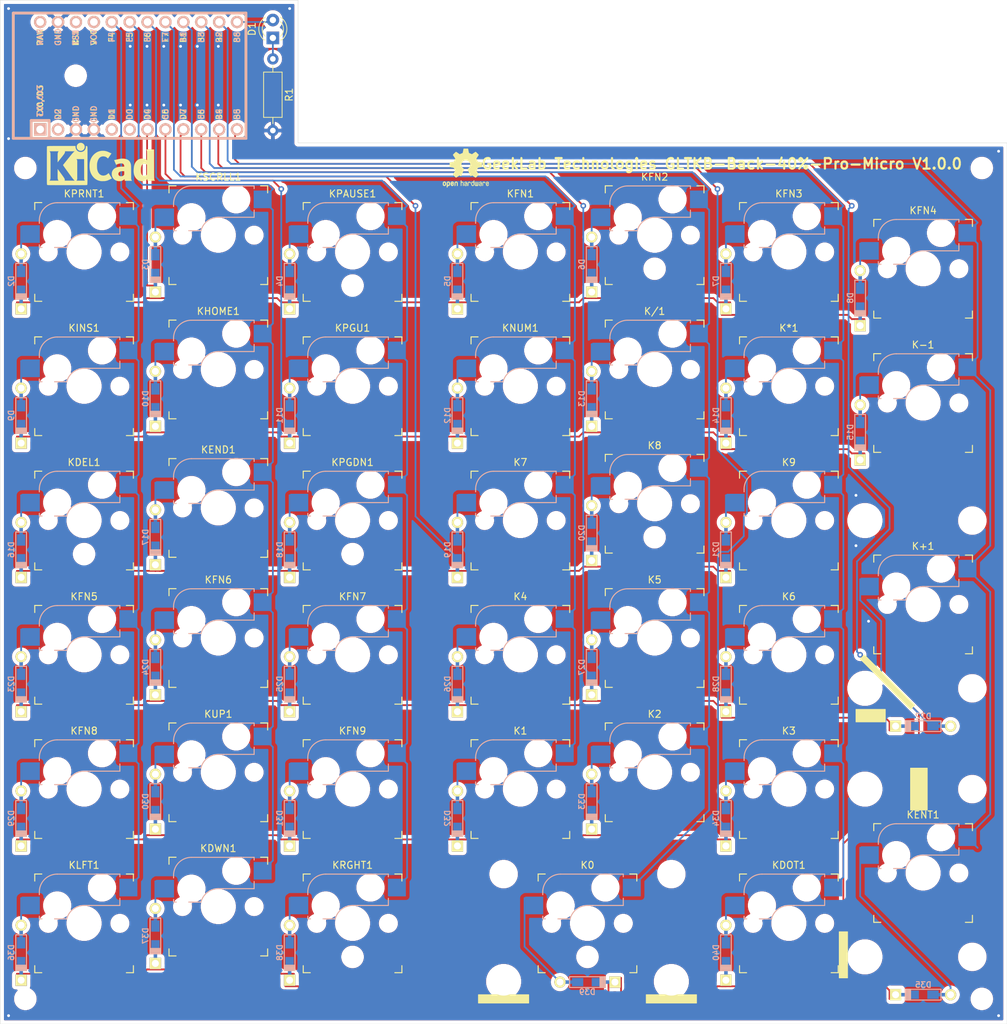
<source format=kicad_pcb>
(kicad_pcb (version 20171130) (host pcbnew "(5.1.5)-3")
  (layers (0 F.Cu signal) (31 B.Cu signal) (34 B.Paste user) (35 F.Paste user) (36 B.SilkS user) (37 F.SilkS user) (38 B.Mask user hide) (39 F.Mask user hide) (44 Edge.Cuts user))
  (net 0 "")
  (net 1 NUMLOCK)
  (net 2 "Net-(D1-Pad1)")
  (net 3 "Net-(D2-Pad2)")
  (net 4 row0)
  (net 5 "Net-(D3-Pad2)")
  (net 6 "Net-(D4-Pad2)")
  (net 7 "Net-(D5-Pad2)")
  (net 8 "Net-(D6-Pad2)")
  (net 9 "Net-(D7-Pad2)")
  (net 10 "Net-(D8-Pad2)")
  (net 11 row1)
  (net 12 "Net-(D9-Pad2)")
  (net 13 "Net-(D10-Pad2)")
  (net 14 "Net-(D11-Pad2)")
  (net 15 "Net-(D12-Pad2)")
  (net 16 "Net-(D13-Pad2)")
  (net 17 "Net-(D14-Pad2)")
  (net 18 "Net-(D15-Pad2)")
  (net 19 row2)
  (net 20 "Net-(D16-Pad2)")
  (net 21 "Net-(D17-Pad2)")
  (net 22 "Net-(D18-Pad2)")
  (net 23 "Net-(D19-Pad2)")
  (net 24 "Net-(D20-Pad2)")
  (net 25 "Net-(D21-Pad2)")
  (net 26 "Net-(D22-Pad2)")
  (net 27 row3)
  (net 28 "Net-(D23-Pad2)")
  (net 29 "Net-(D24-Pad2)")
  (net 30 "Net-(D25-Pad2)")
  (net 31 "Net-(D26-Pad2)")
  (net 32 "Net-(D27-Pad2)")
  (net 33 "Net-(D28-Pad2)")
  (net 34 row4)
  (net 35 "Net-(D29-Pad2)")
  (net 36 "Net-(D30-Pad2)")
  (net 37 "Net-(D31-Pad2)")
  (net 38 "Net-(D32-Pad2)")
  (net 39 "Net-(D33-Pad2)")
  (net 40 "Net-(D34-Pad2)")
  (net 41 "Net-(D35-Pad2)")
  (net 42 "Net-(D36-Pad2)")
  (net 43 "Net-(D37-Pad2)")
  (net 44 "Net-(D38-Pad2)")
  (net 45 "Net-(D39-Pad2)")
  (net 46 "Net-(D40-Pad2)")
  (net 47 col3)
  (net 48 col4)
  (net 49 col5)
  (net 50 col6)
  (net 51 col0)
  (net 52 col1)
  (net 53 col2)
  (net 54 GND)
  (net 55 "Net-(U1-Pad1)")
  (net 56 "Net-(U1-Pad2)")
  (net 57 "Net-(U1-Pad5)")
  (net 58 row5)
  (net 59 "Net-(U1-Pad21)")
  (net 60 "Net-(U1-Pad22)")
  (net 61 "Net-(U1-Pad24)")
  (net 62 "Net-(U1-Pad6)")
  (module Symbols:KiCad-Logo_6mm_SilkScreen (layer F.Cu) (at 47.62504 44.648475)
    (fp_text reference REF*** hide)
    (fp_text value KiCad-Logo_6mm_SilkScreen hide)
  )
  (module Symbols:OSHW-Logo2_7.3x6mm_SilkScreen (layer F.Cu) (at 99.417271 45.243788)
    (fp_text reference REF*** hide)
    (fp_text value OSHW-Logo2_7.3x6mm_SilkScreen hide)
  )
  (module Mounting_Holes:MountingHole_2.2mm_M2 (layer F.Cu) (at 116.681348 157.162632)
    (fp_text reference REF**)
    (fp_text value M2)
    (pad 1 np_thru_hole circle (at 0 0) (size 2.2 2.2) (drill 2.2) (layers *.Cu *.Mask))
  )
  (module Mounting_Holes:MountingHole_2.2mm_M2 (layer F.Cu) (at 83.344356 157.162784)
    (fp_text reference REF**)
    (fp_text value M2)
    (pad 1 np_thru_hole circle (at 0 0) (size 2.2 2.2) (drill 2.2) (layers *.Cu *.Mask))
  )
  (module Mounting_Holes:MountingHole_2.2mm_M2 (layer F.Cu) (at 126.206356 59.5313)
    (fp_text reference REF**)
    (fp_text value M2)
    (pad 1 np_thru_hole circle (at 0 0) (size 2.2 2.2) (drill 2.2) (layers *.Cu *.Mask))
  )
  (module Mounting_Holes:MountingHole_2.2mm_M2 (layer F.Cu) (at 83.344356 61.912704)
    (fp_text reference REF**)
    (fp_text value M2)
    (pad 1 np_thru_hole circle (at 0 0) (size 2.2 2.2) (drill 2.2) (layers *.Cu *.Mask))
  )
  (module Mounting_Holes:MountingHole_2.2mm_M2 (layer F.Cu) (at 126.206356 97.631332)
    (fp_text reference REF**)
    (fp_text value M2)
    (pad 1 np_thru_hole circle (at 0 0) (size 2.2 2.2) (drill 2.2) (layers *.Cu *.Mask))
  )
  (module Mounting_Holes:MountingHole_2.2mm_M2 (layer F.Cu) (at 83.344356 100.012736)
    (fp_text reference REF**)
    (fp_text value M2)
    (pad 1 np_thru_hole circle (at 0 0) (size 2.2 2.2) (drill 2.2) (layers *.Cu *.Mask))
  )
  (module Mounting_Holes:MountingHole_2.2mm_M2 (layer F.Cu) (at 45.244324 100.012736)
    (fp_text reference REF**)
    (fp_text value M2)
    (pad 1 np_thru_hole circle (at 0 0) (size 2.2 2.2) (drill 2.2) (layers *.Cu *.Mask))
  )
  (module Mounting_Holes:MountingHole_2.2mm_M2 (layer F.Cu) (at 172.641306 163.115914)
    (fp_text reference REF**)
    (fp_text value M2)
    (pad 1 np_thru_hole circle (at 0 0) (size 2.2 2.2) (drill 2.2) (layers *.Cu *.Mask))
  )
  (module Mounting_Holes:MountingHole_2.2mm_M2 (layer F.Cu) (at 36.909942 163.115914)
    (fp_text reference REF**)
    (fp_text value M2)
    (pad 1 np_thru_hole circle (at 0 0) (size 2.2 2.2) (drill 2.2) (layers *.Cu *.Mask))
  )
  (module Mounting_Holes:MountingHole_2.2mm_M2 (layer F.Cu) (at 36.909942 45.24394)
    (fp_text reference REF**)
    (fp_text value M2)
    (pad 1 np_thru_hole circle (at 0 0) (size 2.2 2.2) (drill 2.2) (layers *.Cu *.Mask))
  )
  (module Mounting_Holes:MountingHole_2.2mm_M2 (layer F.Cu) (at 172.641306 45.24394)
    (fp_text reference REF**)
    (fp_text value M2)
    (pad 1 np_thru_hole circle (at 0 0) (size 2.2 2.2) (drill 2.2) (layers *.Cu *.Mask))
  )
  (module Mounting_Holes:MountingHole_2.2mm_M2 (layer F.Cu) (at 44.053698 32.147054)
    (fp_text reference REF**)
    (fp_text value M2)
    (pad 1 np_thru_hole circle (at 0 0) (size 2.2 2.2) (drill 2.2) (layers *.Cu *.Mask))
  )
  (module keyswitches:Stabilizer_MX_2u (layer F.Cu) (at 164.306388 107.15634 270)
    (fp_text reference REF** hide)
    (fp_text value Stabilizer_MX_2u hide)
    (pad "" np_thru_hole circle (at -11.9 -6.985 270) (size 3.048 3.048) (drill 3.048) (layers *.Cu *.Mask))
    (pad "" np_thru_hole circle (at 11.9 -6.985 270) (size 3.048 3.048) (drill 3.048) (layers *.Cu *.Mask))
    (pad "" np_thru_hole circle (at -11.9 8.255 270) (size 3.9878 3.9878) (drill 3.9878) (layers *.Cu *.Mask))
    (pad "" np_thru_hole circle (at 11.9 8.255 270) (size 3.9878 3.9878) (drill 3.9878) (layers *.Cu *.Mask))
  )
  (module keyswitches:Stabilizer_MX_2u (layer F.Cu) (at 116.681348 152.400128)
    (fp_text reference REF** hide)
    (fp_text value Stabilizer_MX_2u hide)
    (pad "" np_thru_hole circle (at -11.9 -6.985) (size 3.048 3.048) (drill 3.048) (layers *.Cu *.Mask))
    (pad "" np_thru_hole circle (at 11.9 -6.985) (size 3.048 3.048) (drill 3.048) (layers *.Cu *.Mask))
    (pad "" np_thru_hole circle (at -11.9 8.255) (size 3.9878 3.9878) (drill 3.9878) (layers *.Cu *.Mask))
    (pad "" np_thru_hole circle (at 11.9 8.255) (size 3.9878 3.9878) (drill 3.9878) (layers *.Cu *.Mask))
  )
  (module keyswitches:Stabilizer_MX_2u (layer F.Cu) (at 164.306388 145.256372 270)
    (fp_text reference REF** hide)
    (fp_text value Stabilizer_MX_2u hide)
    (pad "" np_thru_hole circle (at -11.9 -6.985 270) (size 3.048 3.048) (drill 3.048) (layers *.Cu *.Mask))
    (pad "" np_thru_hole circle (at 11.9 -6.985 270) (size 3.048 3.048) (drill 3.048) (layers *.Cu *.Mask))
    (pad "" np_thru_hole circle (at -11.9 8.255 270) (size 3.9878 3.9878) (drill 3.9878) (layers *.Cu *.Mask))
    (pad "" np_thru_hole circle (at 11.9 8.255 270) (size 3.9878 3.9878) (drill 3.9878) (layers *.Cu *.Mask))
  )
  (module LEDs:LED_D3.0mm (layer F.Cu) (at 72.032873 26.789085 90)
    (fp_text reference D1 (at 1.27 -2.96 90) (layer F.SilkS))
    (fp_text value LED)
    (pad 2 thru_hole circle (at 2.54 0 90) (size 1.8 1.8) (drill 0.9) (layers *.Cu *.Mask) (net 1 NUMLOCK))
    (pad 1 thru_hole rect (at 0 0 90) (size 1.8 1.8) (drill 0.9) (layers *.Cu *.Mask) (net 2 "Net-(D1-Pad1)"))
  )
  (module Keebio-Parts:Diode-Hybrid-Back (layer F.Cu) (at 36.314093 61.317239 270)
    (fp_text reference D2 (at -0.0254 1.4 90) (layer B.SilkS) (effects (font (size 0.8 0.8)) (justify mirror)))
    (fp_text value 1N4148 hide)
    (pad 2 smd rect (at -2.5 0 270) (size 2.9 0.5) (layers B.Cu) (net 3 "Net-(D2-Pad2)"))
    (pad 2 smd rect (at -1.4 0 270) (size 1.6 1.2) (layers B.Cu B.Paste B.Mask) (net 3 "Net-(D2-Pad2)"))
    (pad 1 smd rect (at 1.4 0 270) (size 1.6 1.2) (layers B.Cu B.Paste B.Mask) (net 4 row0))
    (pad 1 smd rect (at 2.5 0 270) (size 2.9 0.5) (layers B.Cu) (net 4 row0))
    (pad 2 thru_hole circle (at -3.9 0 270) (size 1.6 1.6) (drill 1) (layers *.Cu *.Mask F.SilkS) (net 3 "Net-(D2-Pad2)"))
    (pad 1 thru_hole rect (at 3.9 0 270) (size 1.6 1.6) (drill 1) (layers *.Cu *.Mask F.SilkS) (net 4 row0))
  )
  (module Keebio-Parts:Diode-Hybrid-Back (layer F.Cu) (at 55.364109 58.935987 270)
    (fp_text reference D3 (at -0.0254 1.4 90) (layer B.SilkS) (effects (font (size 0.8 0.8)) (justify mirror)))
    (fp_text value 1N4148 hide)
    (pad 1 thru_hole rect (at 3.9 0 270) (size 1.6 1.6) (drill 1) (layers *.Cu *.Mask F.SilkS) (net 4 row0))
    (pad 2 thru_hole circle (at -3.9 0 270) (size 1.6 1.6) (drill 1) (layers *.Cu *.Mask F.SilkS) (net 5 "Net-(D3-Pad2)"))
    (pad 1 smd rect (at 2.5 0 270) (size 2.9 0.5) (layers B.Cu) (net 4 row0))
    (pad 1 smd rect (at 1.4 0 270) (size 1.6 1.2) (layers B.Cu B.Paste B.Mask) (net 4 row0))
    (pad 2 smd rect (at -1.4 0 270) (size 1.6 1.2) (layers B.Cu B.Paste B.Mask) (net 5 "Net-(D3-Pad2)"))
    (pad 2 smd rect (at -2.5 0 270) (size 2.9 0.5) (layers B.Cu) (net 5 "Net-(D3-Pad2)"))
  )
  (module Keebio-Parts:Diode-Hybrid-Back (layer F.Cu) (at 74.414125 61.317239 270)
    (fp_text reference D4 (at -0.0254 1.4 90) (layer B.SilkS) (effects (font (size 0.8 0.8)) (justify mirror)))
    (fp_text value 1N4148 hide)
    (pad 1 thru_hole rect (at 3.9 0 270) (size 1.6 1.6) (drill 1) (layers *.Cu *.Mask F.SilkS) (net 4 row0))
    (pad 2 thru_hole circle (at -3.9 0 270) (size 1.6 1.6) (drill 1) (layers *.Cu *.Mask F.SilkS) (net 6 "Net-(D4-Pad2)"))
    (pad 1 smd rect (at 2.5 0 270) (size 2.9 0.5) (layers B.Cu) (net 4 row0))
    (pad 1 smd rect (at 1.4 0 270) (size 1.6 1.2) (layers B.Cu B.Paste B.Mask) (net 4 row0))
    (pad 2 smd rect (at -1.4 0 270) (size 1.6 1.2) (layers B.Cu B.Paste B.Mask) (net 6 "Net-(D4-Pad2)"))
    (pad 2 smd rect (at -2.5 0 270) (size 2.9 0.5) (layers B.Cu) (net 6 "Net-(D4-Pad2)"))
  )
  (module Keebio-Parts:Diode-Hybrid-Back (layer F.Cu) (at 98.226645 61.317239 270)
    (fp_text reference D5 (at -0.0254 1.4 90) (layer B.SilkS) (effects (font (size 0.8 0.8)) (justify mirror)))
    (fp_text value 1N4148 hide)
    (pad 1 thru_hole rect (at 3.9 0 270) (size 1.6 1.6) (drill 1) (layers *.Cu *.Mask F.SilkS) (net 4 row0))
    (pad 2 thru_hole circle (at -3.9 0 270) (size 1.6 1.6) (drill 1) (layers *.Cu *.Mask F.SilkS) (net 7 "Net-(D5-Pad2)"))
    (pad 1 smd rect (at 2.5 0 270) (size 2.9 0.5) (layers B.Cu) (net 4 row0))
    (pad 1 smd rect (at 1.4 0 270) (size 1.6 1.2) (layers B.Cu B.Paste B.Mask) (net 4 row0))
    (pad 2 smd rect (at -1.4 0 270) (size 1.6 1.2) (layers B.Cu B.Paste B.Mask) (net 7 "Net-(D5-Pad2)"))
    (pad 2 smd rect (at -2.5 0 270) (size 2.9 0.5) (layers B.Cu) (net 7 "Net-(D5-Pad2)"))
  )
  (module Keebio-Parts:Diode-Hybrid-Back (layer F.Cu) (at 117.276661 58.935987 270)
    (fp_text reference D6 (at -0.0254 1.4 90) (layer B.SilkS) (effects (font (size 0.8 0.8)) (justify mirror)))
    (fp_text value 1N4148 hide)
    (pad 1 thru_hole rect (at 3.9 0 270) (size 1.6 1.6) (drill 1) (layers *.Cu *.Mask F.SilkS) (net 4 row0))
    (pad 2 thru_hole circle (at -3.9 0 270) (size 1.6 1.6) (drill 1) (layers *.Cu *.Mask F.SilkS) (net 8 "Net-(D6-Pad2)"))
    (pad 1 smd rect (at 2.5 0 270) (size 2.9 0.5) (layers B.Cu) (net 4 row0))
    (pad 1 smd rect (at 1.4 0 270) (size 1.6 1.2) (layers B.Cu B.Paste B.Mask) (net 4 row0))
    (pad 2 smd rect (at -1.4 0 270) (size 1.6 1.2) (layers B.Cu B.Paste B.Mask) (net 8 "Net-(D6-Pad2)"))
    (pad 2 smd rect (at -2.5 0 270) (size 2.9 0.5) (layers B.Cu) (net 8 "Net-(D6-Pad2)"))
  )
  (module Keebio-Parts:Diode-Hybrid-Back (layer F.Cu) (at 136.326677 61.317239 270)
    (fp_text reference D7 (at -0.0254 1.4 90) (layer B.SilkS) (effects (font (size 0.8 0.8)) (justify mirror)))
    (fp_text value 1N4148 hide)
    (pad 2 smd rect (at -2.5 0 270) (size 2.9 0.5) (layers B.Cu) (net 9 "Net-(D7-Pad2)"))
    (pad 2 smd rect (at -1.4 0 270) (size 1.6 1.2) (layers B.Cu B.Paste B.Mask) (net 9 "Net-(D7-Pad2)"))
    (pad 1 smd rect (at 1.4 0 270) (size 1.6 1.2) (layers B.Cu B.Paste B.Mask) (net 4 row0))
    (pad 1 smd rect (at 2.5 0 270) (size 2.9 0.5) (layers B.Cu) (net 4 row0))
    (pad 2 thru_hole circle (at -3.9 0 270) (size 1.6 1.6) (drill 1) (layers *.Cu *.Mask F.SilkS) (net 9 "Net-(D7-Pad2)"))
    (pad 1 thru_hole rect (at 3.9 0 270) (size 1.6 1.6) (drill 1) (layers *.Cu *.Mask F.SilkS) (net 4 row0))
  )
  (module Keebio-Parts:Diode-Hybrid-Back (layer F.Cu) (at 155.376693 63.698491 270)
    (fp_text reference D8 (at -0.0254 1.4 90) (layer B.SilkS) (effects (font (size 0.8 0.8)) (justify mirror)))
    (fp_text value 1N4148 hide)
    (pad 2 smd rect (at -2.5 0 270) (size 2.9 0.5) (layers B.Cu) (net 10 "Net-(D8-Pad2)"))
    (pad 2 smd rect (at -1.4 0 270) (size 1.6 1.2) (layers B.Cu B.Paste B.Mask) (net 10 "Net-(D8-Pad2)"))
    (pad 1 smd rect (at 1.4 0 270) (size 1.6 1.2) (layers B.Cu B.Paste B.Mask) (net 4 row0))
    (pad 1 smd rect (at 2.5 0 270) (size 2.9 0.5) (layers B.Cu) (net 4 row0))
    (pad 2 thru_hole circle (at -3.9 0 270) (size 1.6 1.6) (drill 1) (layers *.Cu *.Mask F.SilkS) (net 10 "Net-(D8-Pad2)"))
    (pad 1 thru_hole rect (at 3.9 0 270) (size 1.6 1.6) (drill 1) (layers *.Cu *.Mask F.SilkS) (net 4 row0))
  )
  (module Keebio-Parts:Diode-Hybrid-Back (layer F.Cu) (at 36.314093 80.367255 270)
    (fp_text reference D9 (at -0.0254 1.4 90) (layer B.SilkS) (effects (font (size 0.8 0.8)) (justify mirror)))
    (fp_text value 1N4148 hide)
    (pad 1 thru_hole rect (at 3.9 0 270) (size 1.6 1.6) (drill 1) (layers *.Cu *.Mask F.SilkS) (net 11 row1))
    (pad 2 thru_hole circle (at -3.9 0 270) (size 1.6 1.6) (drill 1) (layers *.Cu *.Mask F.SilkS) (net 12 "Net-(D9-Pad2)"))
    (pad 1 smd rect (at 2.5 0 270) (size 2.9 0.5) (layers B.Cu) (net 11 row1))
    (pad 1 smd rect (at 1.4 0 270) (size 1.6 1.2) (layers B.Cu B.Paste B.Mask) (net 11 row1))
    (pad 2 smd rect (at -1.4 0 270) (size 1.6 1.2) (layers B.Cu B.Paste B.Mask) (net 12 "Net-(D9-Pad2)"))
    (pad 2 smd rect (at -2.5 0 270) (size 2.9 0.5) (layers B.Cu) (net 12 "Net-(D9-Pad2)"))
  )
  (module Keebio-Parts:Diode-Hybrid-Back (layer F.Cu) (at 55.364109 77.986003 270)
    (fp_text reference D10 (at -0.0254 1.4 90) (layer B.SilkS) (effects (font (size 0.8 0.8)) (justify mirror)))
    (fp_text value 1N4148 hide)
    (pad 2 smd rect (at -2.5 0 270) (size 2.9 0.5) (layers B.Cu) (net 13 "Net-(D10-Pad2)"))
    (pad 2 smd rect (at -1.4 0 270) (size 1.6 1.2) (layers B.Cu B.Paste B.Mask) (net 13 "Net-(D10-Pad2)"))
    (pad 1 smd rect (at 1.4 0 270) (size 1.6 1.2) (layers B.Cu B.Paste B.Mask) (net 11 row1))
    (pad 1 smd rect (at 2.5 0 270) (size 2.9 0.5) (layers B.Cu) (net 11 row1))
    (pad 2 thru_hole circle (at -3.9 0 270) (size 1.6 1.6) (drill 1) (layers *.Cu *.Mask F.SilkS) (net 13 "Net-(D10-Pad2)"))
    (pad 1 thru_hole rect (at 3.9 0 270) (size 1.6 1.6) (drill 1) (layers *.Cu *.Mask F.SilkS) (net 11 row1))
  )
  (module Keebio-Parts:Diode-Hybrid-Back (layer F.Cu) (at 74.414125 80.367255 270)
    (fp_text reference D11 (at -0.0254 1.4 90) (layer B.SilkS) (effects (font (size 0.8 0.8)) (justify mirror)))
    (fp_text value 1N4148 hide)
    (pad 2 smd rect (at -2.5 0 270) (size 2.9 0.5) (layers B.Cu) (net 14 "Net-(D11-Pad2)"))
    (pad 2 smd rect (at -1.4 0 270) (size 1.6 1.2) (layers B.Cu B.Paste B.Mask) (net 14 "Net-(D11-Pad2)"))
    (pad 1 smd rect (at 1.4 0 270) (size 1.6 1.2) (layers B.Cu B.Paste B.Mask) (net 11 row1))
    (pad 1 smd rect (at 2.5 0 270) (size 2.9 0.5) (layers B.Cu) (net 11 row1))
    (pad 2 thru_hole circle (at -3.9 0 270) (size 1.6 1.6) (drill 1) (layers *.Cu *.Mask F.SilkS) (net 14 "Net-(D11-Pad2)"))
    (pad 1 thru_hole rect (at 3.9 0 270) (size 1.6 1.6) (drill 1) (layers *.Cu *.Mask F.SilkS) (net 11 row1))
  )
  (module Keebio-Parts:Diode-Hybrid-Back (layer F.Cu) (at 98.226645 80.367255 270)
    (fp_text reference D12 (at -0.0254 1.4 90) (layer B.SilkS) (effects (font (size 0.8 0.8)) (justify mirror)))
    (fp_text value 1N4148 hide)
    (pad 1 thru_hole rect (at 3.9 0 270) (size 1.6 1.6) (drill 1) (layers *.Cu *.Mask F.SilkS) (net 11 row1))
    (pad 2 thru_hole circle (at -3.9 0 270) (size 1.6 1.6) (drill 1) (layers *.Cu *.Mask F.SilkS) (net 15 "Net-(D12-Pad2)"))
    (pad 1 smd rect (at 2.5 0 270) (size 2.9 0.5) (layers B.Cu) (net 11 row1))
    (pad 1 smd rect (at 1.4 0 270) (size 1.6 1.2) (layers B.Cu B.Paste B.Mask) (net 11 row1))
    (pad 2 smd rect (at -1.4 0 270) (size 1.6 1.2) (layers B.Cu B.Paste B.Mask) (net 15 "Net-(D12-Pad2)"))
    (pad 2 smd rect (at -2.5 0 270) (size 2.9 0.5) (layers B.Cu) (net 15 "Net-(D12-Pad2)"))
  )
  (module Keebio-Parts:Diode-Hybrid-Back (layer F.Cu) (at 117.276661 77.986003 270)
    (fp_text reference D13 (at -0.0254 1.4 90) (layer B.SilkS) (effects (font (size 0.8 0.8)) (justify mirror)))
    (fp_text value 1N4148 hide)
    (pad 1 thru_hole rect (at 3.9 0 270) (size 1.6 1.6) (drill 1) (layers *.Cu *.Mask F.SilkS) (net 11 row1))
    (pad 2 thru_hole circle (at -3.9 0 270) (size 1.6 1.6) (drill 1) (layers *.Cu *.Mask F.SilkS) (net 16 "Net-(D13-Pad2)"))
    (pad 1 smd rect (at 2.5 0 270) (size 2.9 0.5) (layers B.Cu) (net 11 row1))
    (pad 1 smd rect (at 1.4 0 270) (size 1.6 1.2) (layers B.Cu B.Paste B.Mask) (net 11 row1))
    (pad 2 smd rect (at -1.4 0 270) (size 1.6 1.2) (layers B.Cu B.Paste B.Mask) (net 16 "Net-(D13-Pad2)"))
    (pad 2 smd rect (at -2.5 0 270) (size 2.9 0.5) (layers B.Cu) (net 16 "Net-(D13-Pad2)"))
  )
  (module Keebio-Parts:Diode-Hybrid-Back (layer F.Cu) (at 136.326677 80.367255 270)
    (fp_text reference D14 (at -0.0254 1.4 90) (layer B.SilkS) (effects (font (size 0.8 0.8)) (justify mirror)))
    (fp_text value 1N4148 hide)
    (pad 1 thru_hole rect (at 3.9 0 270) (size 1.6 1.6) (drill 1) (layers *.Cu *.Mask F.SilkS) (net 11 row1))
    (pad 2 thru_hole circle (at -3.9 0 270) (size 1.6 1.6) (drill 1) (layers *.Cu *.Mask F.SilkS) (net 17 "Net-(D14-Pad2)"))
    (pad 1 smd rect (at 2.5 0 270) (size 2.9 0.5) (layers B.Cu) (net 11 row1))
    (pad 1 smd rect (at 1.4 0 270) (size 1.6 1.2) (layers B.Cu B.Paste B.Mask) (net 11 row1))
    (pad 2 smd rect (at -1.4 0 270) (size 1.6 1.2) (layers B.Cu B.Paste B.Mask) (net 17 "Net-(D14-Pad2)"))
    (pad 2 smd rect (at -2.5 0 270) (size 2.9 0.5) (layers B.Cu) (net 17 "Net-(D14-Pad2)"))
  )
  (module Keebio-Parts:Diode-Hybrid-Back (layer F.Cu) (at 155.376693 82.748507 270)
    (fp_text reference D15 (at -0.0254 1.4 90) (layer B.SilkS) (effects (font (size 0.8 0.8)) (justify mirror)))
    (fp_text value 1N4148 hide)
    (pad 1 thru_hole rect (at 3.9 0 270) (size 1.6 1.6) (drill 1) (layers *.Cu *.Mask F.SilkS) (net 11 row1))
    (pad 2 thru_hole circle (at -3.9 0 270) (size 1.6 1.6) (drill 1) (layers *.Cu *.Mask F.SilkS) (net 18 "Net-(D15-Pad2)"))
    (pad 1 smd rect (at 2.5 0 270) (size 2.9 0.5) (layers B.Cu) (net 11 row1))
    (pad 1 smd rect (at 1.4 0 270) (size 1.6 1.2) (layers B.Cu B.Paste B.Mask) (net 11 row1))
    (pad 2 smd rect (at -1.4 0 270) (size 1.6 1.2) (layers B.Cu B.Paste B.Mask) (net 18 "Net-(D15-Pad2)"))
    (pad 2 smd rect (at -2.5 0 270) (size 2.9 0.5) (layers B.Cu) (net 18 "Net-(D15-Pad2)"))
  )
  (module Keebio-Parts:Diode-Hybrid-Back (layer F.Cu) (at 36.314093 99.417271 270)
    (fp_text reference D16 (at -0.0254 1.4 90) (layer B.SilkS) (effects (font (size 0.8 0.8)) (justify mirror)))
    (fp_text value 1N4148 hide)
    (pad 1 thru_hole rect (at 3.9 0 270) (size 1.6 1.6) (drill 1) (layers *.Cu *.Mask F.SilkS) (net 19 row2))
    (pad 2 thru_hole circle (at -3.9 0 270) (size 1.6 1.6) (drill 1) (layers *.Cu *.Mask F.SilkS) (net 20 "Net-(D16-Pad2)"))
    (pad 1 smd rect (at 2.5 0 270) (size 2.9 0.5) (layers B.Cu) (net 19 row2))
    (pad 1 smd rect (at 1.4 0 270) (size 1.6 1.2) (layers B.Cu B.Paste B.Mask) (net 19 row2))
    (pad 2 smd rect (at -1.4 0 270) (size 1.6 1.2) (layers B.Cu B.Paste B.Mask) (net 20 "Net-(D16-Pad2)"))
    (pad 2 smd rect (at -2.5 0 270) (size 2.9 0.5) (layers B.Cu) (net 20 "Net-(D16-Pad2)"))
  )
  (module Keebio-Parts:Diode-Hybrid-Back (layer F.Cu) (at 55.364109 97.631332 270)
    (fp_text reference D17 (at -0.0254 1.4 90) (layer B.SilkS) (effects (font (size 0.8 0.8)) (justify mirror)))
    (fp_text value 1N4148 hide)
    (pad 2 smd rect (at -2.5 0 270) (size 2.9 0.5) (layers B.Cu) (net 21 "Net-(D17-Pad2)"))
    (pad 2 smd rect (at -1.4 0 270) (size 1.6 1.2) (layers B.Cu B.Paste B.Mask) (net 21 "Net-(D17-Pad2)"))
    (pad 1 smd rect (at 1.4 0 270) (size 1.6 1.2) (layers B.Cu B.Paste B.Mask) (net 19 row2))
    (pad 1 smd rect (at 2.5 0 270) (size 2.9 0.5) (layers B.Cu) (net 19 row2))
    (pad 2 thru_hole circle (at -3.9 0 270) (size 1.6 1.6) (drill 1) (layers *.Cu *.Mask F.SilkS) (net 21 "Net-(D17-Pad2)"))
    (pad 1 thru_hole rect (at 3.9 0 270) (size 1.6 1.6) (drill 1) (layers *.Cu *.Mask F.SilkS) (net 19 row2))
  )
  (module Keebio-Parts:Diode-Hybrid-Back (layer F.Cu) (at 74.414125 99.417271 270)
    (fp_text reference D18 (at -0.0254 1.4 90) (layer B.SilkS) (effects (font (size 0.8 0.8)) (justify mirror)))
    (fp_text value 1N4148 hide)
    (pad 2 smd rect (at -2.5 0 270) (size 2.9 0.5) (layers B.Cu) (net 22 "Net-(D18-Pad2)"))
    (pad 2 smd rect (at -1.4 0 270) (size 1.6 1.2) (layers B.Cu B.Paste B.Mask) (net 22 "Net-(D18-Pad2)"))
    (pad 1 smd rect (at 1.4 0 270) (size 1.6 1.2) (layers B.Cu B.Paste B.Mask) (net 19 row2))
    (pad 1 smd rect (at 2.5 0 270) (size 2.9 0.5) (layers B.Cu) (net 19 row2))
    (pad 2 thru_hole circle (at -3.9 0 270) (size 1.6 1.6) (drill 1) (layers *.Cu *.Mask F.SilkS) (net 22 "Net-(D18-Pad2)"))
    (pad 1 thru_hole rect (at 3.9 0 270) (size 1.6 1.6) (drill 1) (layers *.Cu *.Mask F.SilkS) (net 19 row2))
  )
  (module Keebio-Parts:Diode-Hybrid-Back (layer F.Cu) (at 98.226645 99.417271 270)
    (fp_text reference D19 (at -0.0254 1.4 90) (layer B.SilkS) (effects (font (size 0.8 0.8)) (justify mirror)))
    (fp_text value 1N4148 hide)
    (pad 2 smd rect (at -2.5 0 270) (size 2.9 0.5) (layers B.Cu) (net 23 "Net-(D19-Pad2)"))
    (pad 2 smd rect (at -1.4 0 270) (size 1.6 1.2) (layers B.Cu B.Paste B.Mask) (net 23 "Net-(D19-Pad2)"))
    (pad 1 smd rect (at 1.4 0 270) (size 1.6 1.2) (layers B.Cu B.Paste B.Mask) (net 19 row2))
    (pad 1 smd rect (at 2.5 0 270) (size 2.9 0.5) (layers B.Cu) (net 19 row2))
    (pad 2 thru_hole circle (at -3.9 0 270) (size 1.6 1.6) (drill 1) (layers *.Cu *.Mask F.SilkS) (net 23 "Net-(D19-Pad2)"))
    (pad 1 thru_hole rect (at 3.9 0 270) (size 1.6 1.6) (drill 1) (layers *.Cu *.Mask F.SilkS) (net 19 row2))
  )
  (module Keebio-Parts:Diode-Hybrid-Back (layer F.Cu) (at 117.276661 97.036019 270)
    (fp_text reference D20 (at -0.0254 1.4 90) (layer B.SilkS) (effects (font (size 0.8 0.8)) (justify mirror)))
    (fp_text value 1N4148 hide)
    (pad 2 smd rect (at -2.5 0 270) (size 2.9 0.5) (layers B.Cu) (net 24 "Net-(D20-Pad2)"))
    (pad 2 smd rect (at -1.4 0 270) (size 1.6 1.2) (layers B.Cu B.Paste B.Mask) (net 24 "Net-(D20-Pad2)"))
    (pad 1 smd rect (at 1.4 0 270) (size 1.6 1.2) (layers B.Cu B.Paste B.Mask) (net 19 row2))
    (pad 1 smd rect (at 2.5 0 270) (size 2.9 0.5) (layers B.Cu) (net 19 row2))
    (pad 2 thru_hole circle (at -3.9 0 270) (size 1.6 1.6) (drill 1) (layers *.Cu *.Mask F.SilkS) (net 24 "Net-(D20-Pad2)"))
    (pad 1 thru_hole rect (at 3.9 0 270) (size 1.6 1.6) (drill 1) (layers *.Cu *.Mask F.SilkS) (net 19 row2))
  )
  (module Keebio-Parts:Diode-Hybrid-Back (layer F.Cu) (at 136.326677 99.417271 270)
    (fp_text reference D21 (at -0.0254 1.4 90) (layer B.SilkS) (effects (font (size 0.8 0.8)) (justify mirror)))
    (fp_text value 1N4148 hide)
    (pad 2 smd rect (at -2.5 0 270) (size 2.9 0.5) (layers B.Cu) (net 25 "Net-(D21-Pad2)"))
    (pad 2 smd rect (at -1.4 0 270) (size 1.6 1.2) (layers B.Cu B.Paste B.Mask) (net 25 "Net-(D21-Pad2)"))
    (pad 1 smd rect (at 1.4 0 270) (size 1.6 1.2) (layers B.Cu B.Paste B.Mask) (net 19 row2))
    (pad 1 smd rect (at 2.5 0 270) (size 2.9 0.5) (layers B.Cu) (net 19 row2))
    (pad 2 thru_hole circle (at -3.9 0 270) (size 1.6 1.6) (drill 1) (layers *.Cu *.Mask F.SilkS) (net 25 "Net-(D21-Pad2)"))
    (pad 1 thru_hole rect (at 3.9 0 270) (size 1.6 1.6) (drill 1) (layers *.Cu *.Mask F.SilkS) (net 19 row2))
  )
  (module Keebio-Parts:Diode-Hybrid-Back (layer F.Cu) (at 164.306388 124.420417 180)
    (fp_text reference D22 (at -0.0254 1.4) (layer B.SilkS) (effects (font (size 0.8 0.8)) (justify mirror)))
    (fp_text value 1N4148 hide)
    (pad 2 smd rect (at -2.5 0 180) (size 2.9 0.5) (layers B.Cu) (net 26 "Net-(D22-Pad2)"))
    (pad 2 smd rect (at -1.4 0 180) (size 1.6 1.2) (layers B.Cu B.Paste B.Mask) (net 26 "Net-(D22-Pad2)"))
    (pad 1 smd rect (at 1.4 0 180) (size 1.6 1.2) (layers B.Cu B.Paste B.Mask) (net 27 row3))
    (pad 1 smd rect (at 2.5 0 180) (size 2.9 0.5) (layers B.Cu) (net 27 row3))
    (pad 2 thru_hole circle (at -3.9 0 180) (size 1.6 1.6) (drill 1) (layers *.Cu *.Mask F.SilkS) (net 26 "Net-(D22-Pad2)"))
    (pad 1 thru_hole rect (at 3.9 0 180) (size 1.6 1.6) (drill 1) (layers *.Cu *.Mask F.SilkS) (net 27 row3))
  )
  (module Keebio-Parts:Diode-Hybrid-Back (layer F.Cu) (at 36.314093 118.467287 270)
    (fp_text reference D23 (at -0.0254 1.4 90) (layer B.SilkS) (effects (font (size 0.8 0.8)) (justify mirror)))
    (fp_text value 1N4148 hide)
    (pad 1 thru_hole rect (at 3.9 0 270) (size 1.6 1.6) (drill 1) (layers *.Cu *.Mask F.SilkS) (net 27 row3))
    (pad 2 thru_hole circle (at -3.9 0 270) (size 1.6 1.6) (drill 1) (layers *.Cu *.Mask F.SilkS) (net 28 "Net-(D23-Pad2)"))
    (pad 1 smd rect (at 2.5 0 270) (size 2.9 0.5) (layers B.Cu) (net 27 row3))
    (pad 1 smd rect (at 1.4 0 270) (size 1.6 1.2) (layers B.Cu B.Paste B.Mask) (net 27 row3))
    (pad 2 smd rect (at -1.4 0 270) (size 1.6 1.2) (layers B.Cu B.Paste B.Mask) (net 28 "Net-(D23-Pad2)"))
    (pad 2 smd rect (at -2.5 0 270) (size 2.9 0.5) (layers B.Cu) (net 28 "Net-(D23-Pad2)"))
  )
  (module Keebio-Parts:Diode-Hybrid-Back (layer F.Cu) (at 55.364109 116.086035 270)
    (fp_text reference D24 (at -0.0254 1.4 90) (layer B.SilkS) (effects (font (size 0.8 0.8)) (justify mirror)))
    (fp_text value 1N4148 hide)
    (pad 1 thru_hole rect (at 3.9 0 270) (size 1.6 1.6) (drill 1) (layers *.Cu *.Mask F.SilkS) (net 27 row3))
    (pad 2 thru_hole circle (at -3.9 0 270) (size 1.6 1.6) (drill 1) (layers *.Cu *.Mask F.SilkS) (net 29 "Net-(D24-Pad2)"))
    (pad 1 smd rect (at 2.5 0 270) (size 2.9 0.5) (layers B.Cu) (net 27 row3))
    (pad 1 smd rect (at 1.4 0 270) (size 1.6 1.2) (layers B.Cu B.Paste B.Mask) (net 27 row3))
    (pad 2 smd rect (at -1.4 0 270) (size 1.6 1.2) (layers B.Cu B.Paste B.Mask) (net 29 "Net-(D24-Pad2)"))
    (pad 2 smd rect (at -2.5 0 270) (size 2.9 0.5) (layers B.Cu) (net 29 "Net-(D24-Pad2)"))
  )
  (module Keebio-Parts:Diode-Hybrid-Back (layer F.Cu) (at 74.414125 118.467287 270)
    (fp_text reference D25 (at -0.0254 1.4 90) (layer B.SilkS) (effects (font (size 0.8 0.8)) (justify mirror)))
    (fp_text value 1N4148 hide)
    (pad 1 thru_hole rect (at 3.9 0 270) (size 1.6 1.6) (drill 1) (layers *.Cu *.Mask F.SilkS) (net 27 row3))
    (pad 2 thru_hole circle (at -3.9 0 270) (size 1.6 1.6) (drill 1) (layers *.Cu *.Mask F.SilkS) (net 30 "Net-(D25-Pad2)"))
    (pad 1 smd rect (at 2.5 0 270) (size 2.9 0.5) (layers B.Cu) (net 27 row3))
    (pad 1 smd rect (at 1.4 0 270) (size 1.6 1.2) (layers B.Cu B.Paste B.Mask) (net 27 row3))
    (pad 2 smd rect (at -1.4 0 270) (size 1.6 1.2) (layers B.Cu B.Paste B.Mask) (net 30 "Net-(D25-Pad2)"))
    (pad 2 smd rect (at -2.5 0 270) (size 2.9 0.5) (layers B.Cu) (net 30 "Net-(D25-Pad2)"))
  )
  (module Keebio-Parts:Diode-Hybrid-Back (layer F.Cu) (at 98.226645 118.467287 270)
    (fp_text reference D26 (at -0.0254 1.4 90) (layer B.SilkS) (effects (font (size 0.8 0.8)) (justify mirror)))
    (fp_text value 1N4148 hide)
    (pad 1 thru_hole rect (at 3.9 0 270) (size 1.6 1.6) (drill 1) (layers *.Cu *.Mask F.SilkS) (net 27 row3))
    (pad 2 thru_hole circle (at -3.9 0 270) (size 1.6 1.6) (drill 1) (layers *.Cu *.Mask F.SilkS) (net 31 "Net-(D26-Pad2)"))
    (pad 1 smd rect (at 2.5 0 270) (size 2.9 0.5) (layers B.Cu) (net 27 row3))
    (pad 1 smd rect (at 1.4 0 270) (size 1.6 1.2) (layers B.Cu B.Paste B.Mask) (net 27 row3))
    (pad 2 smd rect (at -1.4 0 270) (size 1.6 1.2) (layers B.Cu B.Paste B.Mask) (net 31 "Net-(D26-Pad2)"))
    (pad 2 smd rect (at -2.5 0 270) (size 2.9 0.5) (layers B.Cu) (net 31 "Net-(D26-Pad2)"))
  )
  (module Keebio-Parts:Diode-Hybrid-Back (layer F.Cu) (at 117.276661 116.086035 270)
    (fp_text reference D27 (at -0.0254 1.4 90) (layer B.SilkS) (effects (font (size 0.8 0.8)) (justify mirror)))
    (fp_text value 1N4148 hide)
    (pad 1 thru_hole rect (at 3.9 0 270) (size 1.6 1.6) (drill 1) (layers *.Cu *.Mask F.SilkS) (net 27 row3))
    (pad 2 thru_hole circle (at -3.9 0 270) (size 1.6 1.6) (drill 1) (layers *.Cu *.Mask F.SilkS) (net 32 "Net-(D27-Pad2)"))
    (pad 1 smd rect (at 2.5 0 270) (size 2.9 0.5) (layers B.Cu) (net 27 row3))
    (pad 1 smd rect (at 1.4 0 270) (size 1.6 1.2) (layers B.Cu B.Paste B.Mask) (net 27 row3))
    (pad 2 smd rect (at -1.4 0 270) (size 1.6 1.2) (layers B.Cu B.Paste B.Mask) (net 32 "Net-(D27-Pad2)"))
    (pad 2 smd rect (at -2.5 0 270) (size 2.9 0.5) (layers B.Cu) (net 32 "Net-(D27-Pad2)"))
  )
  (module Keebio-Parts:Diode-Hybrid-Back (layer F.Cu) (at 136.326677 118.467287 270)
    (fp_text reference D28 (at -0.0254 1.4 90) (layer B.SilkS) (effects (font (size 0.8 0.8)) (justify mirror)))
    (fp_text value 1N4148 hide)
    (pad 1 thru_hole rect (at 3.9 0 270) (size 1.6 1.6) (drill 1) (layers *.Cu *.Mask F.SilkS) (net 27 row3))
    (pad 2 thru_hole circle (at -3.9 0 270) (size 1.6 1.6) (drill 1) (layers *.Cu *.Mask F.SilkS) (net 33 "Net-(D28-Pad2)"))
    (pad 1 smd rect (at 2.5 0 270) (size 2.9 0.5) (layers B.Cu) (net 27 row3))
    (pad 1 smd rect (at 1.4 0 270) (size 1.6 1.2) (layers B.Cu B.Paste B.Mask) (net 27 row3))
    (pad 2 smd rect (at -1.4 0 270) (size 1.6 1.2) (layers B.Cu B.Paste B.Mask) (net 33 "Net-(D28-Pad2)"))
    (pad 2 smd rect (at -2.5 0 270) (size 2.9 0.5) (layers B.Cu) (net 33 "Net-(D28-Pad2)"))
  )
  (module Keebio-Parts:Diode-Hybrid-Back (layer F.Cu) (at 36.314093 137.517303 270)
    (fp_text reference D29 (at -0.0254 1.4 90) (layer B.SilkS) (effects (font (size 0.8 0.8)) (justify mirror)))
    (fp_text value 1N4148 hide)
    (pad 1 thru_hole rect (at 3.9 0 270) (size 1.6 1.6) (drill 1) (layers *.Cu *.Mask F.SilkS) (net 34 row4))
    (pad 2 thru_hole circle (at -3.9 0 270) (size 1.6 1.6) (drill 1) (layers *.Cu *.Mask F.SilkS) (net 35 "Net-(D29-Pad2)"))
    (pad 1 smd rect (at 2.5 0 270) (size 2.9 0.5) (layers B.Cu) (net 34 row4))
    (pad 1 smd rect (at 1.4 0 270) (size 1.6 1.2) (layers B.Cu B.Paste B.Mask) (net 34 row4))
    (pad 2 smd rect (at -1.4 0 270) (size 1.6 1.2) (layers B.Cu B.Paste B.Mask) (net 35 "Net-(D29-Pad2)"))
    (pad 2 smd rect (at -2.5 0 270) (size 2.9 0.5) (layers B.Cu) (net 35 "Net-(D29-Pad2)"))
  )
  (module Keebio-Parts:Diode-Hybrid-Back (layer F.Cu) (at 55.364109 135.136051 270)
    (fp_text reference D30 (at -0.0254 1.4 90) (layer B.SilkS) (effects (font (size 0.8 0.8)) (justify mirror)))
    (fp_text value 1N4148 hide)
    (pad 1 thru_hole rect (at 3.9 0 270) (size 1.6 1.6) (drill 1) (layers *.Cu *.Mask F.SilkS) (net 34 row4))
    (pad 2 thru_hole circle (at -3.9 0 270) (size 1.6 1.6) (drill 1) (layers *.Cu *.Mask F.SilkS) (net 36 "Net-(D30-Pad2)"))
    (pad 1 smd rect (at 2.5 0 270) (size 2.9 0.5) (layers B.Cu) (net 34 row4))
    (pad 1 smd rect (at 1.4 0 270) (size 1.6 1.2) (layers B.Cu B.Paste B.Mask) (net 34 row4))
    (pad 2 smd rect (at -1.4 0 270) (size 1.6 1.2) (layers B.Cu B.Paste B.Mask) (net 36 "Net-(D30-Pad2)"))
    (pad 2 smd rect (at -2.5 0 270) (size 2.9 0.5) (layers B.Cu) (net 36 "Net-(D30-Pad2)"))
  )
  (module Keebio-Parts:Diode-Hybrid-Back (layer F.Cu) (at 74.414125 137.517303 270)
    (fp_text reference D31 (at -0.0254 1.4 90) (layer B.SilkS) (effects (font (size 0.8 0.8)) (justify mirror)))
    (fp_text value 1N4148 hide)
    (pad 2 smd rect (at -2.5 0 270) (size 2.9 0.5) (layers B.Cu) (net 37 "Net-(D31-Pad2)"))
    (pad 2 smd rect (at -1.4 0 270) (size 1.6 1.2) (layers B.Cu B.Paste B.Mask) (net 37 "Net-(D31-Pad2)"))
    (pad 1 smd rect (at 1.4 0 270) (size 1.6 1.2) (layers B.Cu B.Paste B.Mask) (net 34 row4))
    (pad 1 smd rect (at 2.5 0 270) (size 2.9 0.5) (layers B.Cu) (net 34 row4))
    (pad 2 thru_hole circle (at -3.9 0 270) (size 1.6 1.6) (drill 1) (layers *.Cu *.Mask F.SilkS) (net 37 "Net-(D31-Pad2)"))
    (pad 1 thru_hole rect (at 3.9 0 270) (size 1.6 1.6) (drill 1) (layers *.Cu *.Mask F.SilkS) (net 34 row4))
  )
  (module Keebio-Parts:Diode-Hybrid-Back (layer F.Cu) (at 98.226645 137.517303 270)
    (fp_text reference D32 (at -0.0254 1.4 90) (layer B.SilkS) (effects (font (size 0.8 0.8)) (justify mirror)))
    (fp_text value 1N4148 hide)
    (pad 2 smd rect (at -2.5 0 270) (size 2.9 0.5) (layers B.Cu) (net 38 "Net-(D32-Pad2)"))
    (pad 2 smd rect (at -1.4 0 270) (size 1.6 1.2) (layers B.Cu B.Paste B.Mask) (net 38 "Net-(D32-Pad2)"))
    (pad 1 smd rect (at 1.4 0 270) (size 1.6 1.2) (layers B.Cu B.Paste B.Mask) (net 34 row4))
    (pad 1 smd rect (at 2.5 0 270) (size 2.9 0.5) (layers B.Cu) (net 34 row4))
    (pad 2 thru_hole circle (at -3.9 0 270) (size 1.6 1.6) (drill 1) (layers *.Cu *.Mask F.SilkS) (net 38 "Net-(D32-Pad2)"))
    (pad 1 thru_hole rect (at 3.9 0 270) (size 1.6 1.6) (drill 1) (layers *.Cu *.Mask F.SilkS) (net 34 row4))
  )
  (module Keebio-Parts:Diode-Hybrid-Back (layer F.Cu) (at 117.276661 135.136051 270)
    (fp_text reference D33 (at -0.0254 1.4 90) (layer B.SilkS) (effects (font (size 0.8 0.8)) (justify mirror)))
    (fp_text value 1N4148 hide)
    (pad 2 smd rect (at -2.5 0 270) (size 2.9 0.5) (layers B.Cu) (net 39 "Net-(D33-Pad2)"))
    (pad 2 smd rect (at -1.4 0 270) (size 1.6 1.2) (layers B.Cu B.Paste B.Mask) (net 39 "Net-(D33-Pad2)"))
    (pad 1 smd rect (at 1.4 0 270) (size 1.6 1.2) (layers B.Cu B.Paste B.Mask) (net 34 row4))
    (pad 1 smd rect (at 2.5 0 270) (size 2.9 0.5) (layers B.Cu) (net 34 row4))
    (pad 2 thru_hole circle (at -3.9 0 270) (size 1.6 1.6) (drill 1) (layers *.Cu *.Mask F.SilkS) (net 39 "Net-(D33-Pad2)"))
    (pad 1 thru_hole rect (at 3.9 0 270) (size 1.6 1.6) (drill 1) (layers *.Cu *.Mask F.SilkS) (net 34 row4))
  )
  (module Keebio-Parts:Diode-Hybrid-Back (layer F.Cu) (at 136.326677 137.517303 270)
    (fp_text reference D34 (at -0.0254 1.4 90) (layer B.SilkS) (effects (font (size 0.8 0.8)) (justify mirror)))
    (fp_text value 1N4148 hide)
    (pad 2 smd rect (at -2.5 0 270) (size 2.9 0.5) (layers B.Cu) (net 40 "Net-(D34-Pad2)"))
    (pad 2 smd rect (at -1.4 0 270) (size 1.6 1.2) (layers B.Cu B.Paste B.Mask) (net 40 "Net-(D34-Pad2)"))
    (pad 1 smd rect (at 1.4 0 270) (size 1.6 1.2) (layers B.Cu B.Paste B.Mask) (net 34 row4))
    (pad 1 smd rect (at 2.5 0 270) (size 2.9 0.5) (layers B.Cu) (net 34 row4))
    (pad 2 thru_hole circle (at -3.9 0 270) (size 1.6 1.6) (drill 1) (layers *.Cu *.Mask F.SilkS) (net 40 "Net-(D34-Pad2)"))
    (pad 1 thru_hole rect (at 3.9 0 270) (size 1.6 1.6) (drill 1) (layers *.Cu *.Mask F.SilkS) (net 34 row4))
  )
  (module Keebio-Parts:Diode-Hybrid-Back (layer F.Cu) (at 164.306388 162.520449 180)
    (fp_text reference D35 (at -0.0254 1.4) (layer B.SilkS) (effects (font (size 0.8 0.8)) (justify mirror)))
    (fp_text value 1N4148 hide)
    (pad 2 smd rect (at -2.5 0 180) (size 2.9 0.5) (layers B.Cu) (net 41 "Net-(D35-Pad2)"))
    (pad 2 smd rect (at -1.4 0 180) (size 1.6 1.2) (layers B.Cu B.Paste B.Mask) (net 41 "Net-(D35-Pad2)"))
    (pad 1 smd rect (at 1.4 0 180) (size 1.6 1.2) (layers B.Cu B.Paste B.Mask) (net 58 row5))
    (pad 1 smd rect (at 2.5 0 180) (size 2.9 0.5) (layers B.Cu) (net 58 row5))
    (pad 2 thru_hole circle (at -3.9 0 180) (size 1.6 1.6) (drill 1) (layers *.Cu *.Mask F.SilkS) (net 41 "Net-(D35-Pad2)"))
    (pad 1 thru_hole rect (at 3.9 0 180) (size 1.6 1.6) (drill 1) (layers *.Cu *.Mask F.SilkS) (net 58 row5))
  )
  (module Keebio-Parts:Diode-Hybrid-Back (layer F.Cu) (at 36.314093 156.567319 270)
    (fp_text reference D36 (at -0.0254 1.4 90) (layer B.SilkS) (effects (font (size 0.8 0.8)) (justify mirror)))
    (fp_text value 1N4148 hide)
    (pad 1 thru_hole rect (at 3.9 0 270) (size 1.6 1.6) (drill 1) (layers *.Cu *.Mask F.SilkS) (net 58 row5))
    (pad 2 thru_hole circle (at -3.9 0 270) (size 1.6 1.6) (drill 1) (layers *.Cu *.Mask F.SilkS) (net 42 "Net-(D36-Pad2)"))
    (pad 1 smd rect (at 2.5 0 270) (size 2.9 0.5) (layers B.Cu) (net 58 row5))
    (pad 1 smd rect (at 1.4 0 270) (size 1.6 1.2) (layers B.Cu B.Paste B.Mask) (net 58 row5))
    (pad 2 smd rect (at -1.4 0 270) (size 1.6 1.2) (layers B.Cu B.Paste B.Mask) (net 42 "Net-(D36-Pad2)"))
    (pad 2 smd rect (at -2.5 0 270) (size 2.9 0.5) (layers B.Cu) (net 42 "Net-(D36-Pad2)"))
  )
  (module Keebio-Parts:Diode-Hybrid-Back (layer F.Cu) (at 55.364109 154.186067 270)
    (fp_text reference D37 (at -0.0254 1.4 90) (layer B.SilkS) (effects (font (size 0.8 0.8)) (justify mirror)))
    (fp_text value 1N4148 hide)
    (pad 2 smd rect (at -2.5 0 270) (size 2.9 0.5) (layers B.Cu) (net 43 "Net-(D37-Pad2)"))
    (pad 2 smd rect (at -1.4 0 270) (size 1.6 1.2) (layers B.Cu B.Paste B.Mask) (net 43 "Net-(D37-Pad2)"))
    (pad 1 smd rect (at 1.4 0 270) (size 1.6 1.2) (layers B.Cu B.Paste B.Mask) (net 58 row5))
    (pad 1 smd rect (at 2.5 0 270) (size 2.9 0.5) (layers B.Cu) (net 58 row5))
    (pad 2 thru_hole circle (at -3.9 0 270) (size 1.6 1.6) (drill 1) (layers *.Cu *.Mask F.SilkS) (net 43 "Net-(D37-Pad2)"))
    (pad 1 thru_hole rect (at 3.9 0 270) (size 1.6 1.6) (drill 1) (layers *.Cu *.Mask F.SilkS) (net 58 row5))
  )
  (module Keebio-Parts:Diode-Hybrid-Back (layer F.Cu) (at 74.414125 156.567319 270)
    (fp_text reference D38 (at -0.0254 1.4 90) (layer B.SilkS) (effects (font (size 0.8 0.8)) (justify mirror)))
    (fp_text value 1N4148 hide)
    (pad 2 smd rect (at -2.5 0 270) (size 2.9 0.5) (layers B.Cu) (net 44 "Net-(D38-Pad2)"))
    (pad 2 smd rect (at -1.4 0 270) (size 1.6 1.2) (layers B.Cu B.Paste B.Mask) (net 44 "Net-(D38-Pad2)"))
    (pad 1 smd rect (at 1.4 0 270) (size 1.6 1.2) (layers B.Cu B.Paste B.Mask) (net 58 row5))
    (pad 1 smd rect (at 2.5 0 270) (size 2.9 0.5) (layers B.Cu) (net 58 row5))
    (pad 2 thru_hole circle (at -3.9 0 270) (size 1.6 1.6) (drill 1) (layers *.Cu *.Mask F.SilkS) (net 44 "Net-(D38-Pad2)"))
    (pad 1 thru_hole rect (at 3.9 0 270) (size 1.6 1.6) (drill 1) (layers *.Cu *.Mask F.SilkS) (net 58 row5))
  )
  (module Keebio-Parts:Diode-Hybrid-Back (layer F.Cu) (at 116.681348 160.73451)
    (fp_text reference D39 (at -0.0254 1.4) (layer B.SilkS) (effects (font (size 0.8 0.8)) (justify mirror)))
    (fp_text value 1N4148 hide)
    (pad 2 smd rect (at -2.5 0) (size 2.9 0.5) (layers B.Cu) (net 45 "Net-(D39-Pad2)"))
    (pad 2 smd rect (at -1.4 0) (size 1.6 1.2) (layers B.Cu B.Paste B.Mask) (net 45 "Net-(D39-Pad2)"))
    (pad 1 smd rect (at 1.4 0) (size 1.6 1.2) (layers B.Cu B.Paste B.Mask) (net 58 row5))
    (pad 1 smd rect (at 2.5 0) (size 2.9 0.5) (layers B.Cu) (net 58 row5))
    (pad 2 thru_hole circle (at -3.9 0) (size 1.6 1.6) (drill 1) (layers *.Cu *.Mask F.SilkS) (net 45 "Net-(D39-Pad2)"))
    (pad 1 thru_hole rect (at 3.9 0) (size 1.6 1.6) (drill 1) (layers *.Cu *.Mask F.SilkS) (net 58 row5))
  )
  (module Keebio-Parts:Diode-Hybrid-Back (layer F.Cu) (at 136.326677 156.567319 270)
    (fp_text reference D40 (at -0.0254 1.4 90) (layer B.SilkS) (effects (font (size 0.8 0.8)) (justify mirror)))
    (fp_text value 1N4148 hide)
    (pad 2 smd rect (at -2.5 0 270) (size 2.9 0.5) (layers B.Cu) (net 46 "Net-(D40-Pad2)"))
    (pad 2 smd rect (at -1.4 0 270) (size 1.6 1.2) (layers B.Cu B.Paste B.Mask) (net 46 "Net-(D40-Pad2)"))
    (pad 1 smd rect (at 1.4 0 270) (size 1.6 1.2) (layers B.Cu B.Paste B.Mask) (net 58 row5))
    (pad 1 smd rect (at 2.5 0 270) (size 2.9 0.5) (layers B.Cu) (net 58 row5))
    (pad 2 thru_hole circle (at -3.9 0 270) (size 1.6 1.6) (drill 1) (layers *.Cu *.Mask F.SilkS) (net 46 "Net-(D40-Pad2)"))
    (pad 1 thru_hole rect (at 3.9 0 270) (size 1.6 1.6) (drill 1) (layers *.Cu *.Mask F.SilkS) (net 58 row5))
  )
  (module keyswitches:Kailh_socket_MX (layer F.Cu) (at 116.68174 152.40064)
    (fp_text reference K0 (at 0 -8.255) (layer F.SilkS))
    (fp_text value KEYSW)
    (pad 1 smd rect (at 6.29 -5.08) (size 2.55 2.5) (layers B.Cu B.Paste B.Mask) (net 48 col4))
    (pad "" np_thru_hole circle (at 2.54 -5.08) (size 3 3) (drill 3) (layers *.Cu *.Mask))
    (pad "" np_thru_hole circle (at -3.81 -2.54) (size 3 3) (drill 3) (layers *.Cu *.Mask))
    (pad "" np_thru_hole circle (at 0 0) (size 3.9878 3.9878) (drill 3.9878) (layers *.Cu *.Mask))
    (pad "" np_thru_hole circle (at 5.08 0) (size 1.7018 1.7018) (drill 1.7018) (layers *.Cu *.Mask))
    (pad "" np_thru_hole circle (at -5.08 0) (size 1.7018 1.7018) (drill 1.7018) (layers *.Cu *.Mask))
    (pad 2 smd rect (at -7.56 -2.54) (size 2.55 2.5) (layers B.Cu B.Paste B.Mask) (net 45 "Net-(D39-Pad2)"))
  )
  (module keyswitches:Kailh_socket_MX (layer F.Cu) (at 107.1567 133.35056)
    (fp_text reference K1 (at 0 -8.255) (layer F.SilkS))
    (fp_text value KEYSW)
    (pad 2 smd rect (at -7.56 -2.54) (size 2.55 2.5) (layers B.Cu B.Paste B.Mask) (net 38 "Net-(D32-Pad2)"))
    (pad "" np_thru_hole circle (at -5.08 0) (size 1.7018 1.7018) (drill 1.7018) (layers *.Cu *.Mask))
    (pad "" np_thru_hole circle (at 5.08 0) (size 1.7018 1.7018) (drill 1.7018) (layers *.Cu *.Mask))
    (pad "" np_thru_hole circle (at 0 0) (size 3.9878 3.9878) (drill 3.9878) (layers *.Cu *.Mask))
    (pad "" np_thru_hole circle (at -3.81 -2.54) (size 3 3) (drill 3) (layers *.Cu *.Mask))
    (pad "" np_thru_hole circle (at 2.54 -5.08) (size 3 3) (drill 3) (layers *.Cu *.Mask))
    (pad 1 smd rect (at 6.29 -5.08) (size 2.55 2.5) (layers B.Cu B.Paste B.Mask) (net 47 col3))
  )
  (module keyswitches:Kailh_socket_MX (layer F.Cu) (at 126.20678 130.9693)
    (fp_text reference K2 (at 0 -8.255) (layer F.SilkS))
    (fp_text value KEYSW)
    (pad 2 smd rect (at -7.56 -2.54) (size 2.55 2.5) (layers B.Cu B.Paste B.Mask) (net 39 "Net-(D33-Pad2)"))
    (pad "" np_thru_hole circle (at -5.08 0) (size 1.7018 1.7018) (drill 1.7018) (layers *.Cu *.Mask))
    (pad "" np_thru_hole circle (at 5.08 0) (size 1.7018 1.7018) (drill 1.7018) (layers *.Cu *.Mask))
    (pad "" np_thru_hole circle (at 0 0) (size 3.9878 3.9878) (drill 3.9878) (layers *.Cu *.Mask))
    (pad "" np_thru_hole circle (at -3.81 -2.54) (size 3 3) (drill 3) (layers *.Cu *.Mask))
    (pad "" np_thru_hole circle (at 2.54 -5.08) (size 3 3) (drill 3) (layers *.Cu *.Mask))
    (pad 1 smd rect (at 6.29 -5.08) (size 2.55 2.5) (layers B.Cu B.Paste B.Mask) (net 48 col4))
  )
  (module keyswitches:Kailh_socket_MX (layer F.Cu) (at 145.25686 133.35056)
    (fp_text reference K3 (at 0 -8.255) (layer F.SilkS))
    (fp_text value KEYSW)
    (pad 2 smd rect (at -7.56 -2.54) (size 2.55 2.5) (layers B.Cu B.Paste B.Mask) (net 40 "Net-(D34-Pad2)"))
    (pad "" np_thru_hole circle (at -5.08 0) (size 1.7018 1.7018) (drill 1.7018) (layers *.Cu *.Mask))
    (pad "" np_thru_hole circle (at 5.08 0) (size 1.7018 1.7018) (drill 1.7018) (layers *.Cu *.Mask))
    (pad "" np_thru_hole circle (at 0 0) (size 3.9878 3.9878) (drill 3.9878) (layers *.Cu *.Mask))
    (pad "" np_thru_hole circle (at -3.81 -2.54) (size 3 3) (drill 3) (layers *.Cu *.Mask))
    (pad "" np_thru_hole circle (at 2.54 -5.08) (size 3 3) (drill 3) (layers *.Cu *.Mask))
    (pad 1 smd rect (at 6.29 -5.08) (size 2.55 2.5) (layers B.Cu B.Paste B.Mask) (net 49 col5))
  )
  (module keyswitches:Kailh_socket_MX (layer F.Cu) (at 107.1567 114.30048)
    (fp_text reference K4 (at 0 -8.255) (layer F.SilkS))
    (fp_text value KEYSW)
    (pad 1 smd rect (at 6.29 -5.08) (size 2.55 2.5) (layers B.Cu B.Paste B.Mask) (net 47 col3))
    (pad "" np_thru_hole circle (at 2.54 -5.08) (size 3 3) (drill 3) (layers *.Cu *.Mask))
    (pad "" np_thru_hole circle (at -3.81 -2.54) (size 3 3) (drill 3) (layers *.Cu *.Mask))
    (pad "" np_thru_hole circle (at 0 0) (size 3.9878 3.9878) (drill 3.9878) (layers *.Cu *.Mask))
    (pad "" np_thru_hole circle (at 5.08 0) (size 1.7018 1.7018) (drill 1.7018) (layers *.Cu *.Mask))
    (pad "" np_thru_hole circle (at -5.08 0) (size 1.7018 1.7018) (drill 1.7018) (layers *.Cu *.Mask))
    (pad 2 smd rect (at -7.56 -2.54) (size 2.55 2.5) (layers B.Cu B.Paste B.Mask) (net 31 "Net-(D26-Pad2)"))
  )
  (module keyswitches:Kailh_socket_MX (layer F.Cu) (at 126.20678 111.91922)
    (fp_text reference K5 (at 0 -8.255) (layer F.SilkS))
    (fp_text value KEYSW)
    (pad 1 smd rect (at 6.29 -5.08) (size 2.55 2.5) (layers B.Cu B.Paste B.Mask) (net 48 col4))
    (pad "" np_thru_hole circle (at 2.54 -5.08) (size 3 3) (drill 3) (layers *.Cu *.Mask))
    (pad "" np_thru_hole circle (at -3.81 -2.54) (size 3 3) (drill 3) (layers *.Cu *.Mask))
    (pad "" np_thru_hole circle (at 0 0) (size 3.9878 3.9878) (drill 3.9878) (layers *.Cu *.Mask))
    (pad "" np_thru_hole circle (at 5.08 0) (size 1.7018 1.7018) (drill 1.7018) (layers *.Cu *.Mask))
    (pad "" np_thru_hole circle (at -5.08 0) (size 1.7018 1.7018) (drill 1.7018) (layers *.Cu *.Mask))
    (pad 2 smd rect (at -7.56 -2.54) (size 2.55 2.5) (layers B.Cu B.Paste B.Mask) (net 32 "Net-(D27-Pad2)"))
  )
  (module keyswitches:Kailh_socket_MX (layer F.Cu) (at 145.256372 114.300096)
    (fp_text reference K6 (at 0 -8.255) (layer F.SilkS))
    (fp_text value KEYSW)
    (pad 1 smd rect (at 6.29 -5.08) (size 2.55 2.5) (layers B.Cu B.Paste B.Mask) (net 49 col5))
    (pad "" np_thru_hole circle (at 2.54 -5.08) (size 3 3) (drill 3) (layers *.Cu *.Mask))
    (pad "" np_thru_hole circle (at -3.81 -2.54) (size 3 3) (drill 3) (layers *.Cu *.Mask))
    (pad "" np_thru_hole circle (at 0 0) (size 3.9878 3.9878) (drill 3.9878) (layers *.Cu *.Mask))
    (pad "" np_thru_hole circle (at 5.08 0) (size 1.7018 1.7018) (drill 1.7018) (layers *.Cu *.Mask))
    (pad "" np_thru_hole circle (at -5.08 0) (size 1.7018 1.7018) (drill 1.7018) (layers *.Cu *.Mask))
    (pad 2 smd rect (at -7.56 -2.54) (size 2.55 2.5) (layers B.Cu B.Paste B.Mask) (net 33 "Net-(D28-Pad2)"))
  )
  (module keyswitches:Kailh_socket_MX (layer F.Cu) (at 107.1567 95.2504)
    (fp_text reference K7 (at 0 -8.255) (layer F.SilkS))
    (fp_text value KEYSW)
    (pad 2 smd rect (at -7.56 -2.54) (size 2.55 2.5) (layers B.Cu B.Paste B.Mask) (net 23 "Net-(D19-Pad2)"))
    (pad "" np_thru_hole circle (at -5.08 0) (size 1.7018 1.7018) (drill 1.7018) (layers *.Cu *.Mask))
    (pad "" np_thru_hole circle (at 5.08 0) (size 1.7018 1.7018) (drill 1.7018) (layers *.Cu *.Mask))
    (pad "" np_thru_hole circle (at 0 0) (size 3.9878 3.9878) (drill 3.9878) (layers *.Cu *.Mask))
    (pad "" np_thru_hole circle (at -3.81 -2.54) (size 3 3) (drill 3) (layers *.Cu *.Mask))
    (pad "" np_thru_hole circle (at 2.54 -5.08) (size 3 3) (drill 3) (layers *.Cu *.Mask))
    (pad 1 smd rect (at 6.29 -5.08) (size 2.55 2.5) (layers B.Cu B.Paste B.Mask) (net 47 col3))
  )
  (module keyswitches:Kailh_socket_MX (layer F.Cu) (at 126.20678 92.86914)
    (fp_text reference K8 (at 0 -8.255) (layer F.SilkS))
    (fp_text value KEYSW)
    (pad 2 smd rect (at -7.56 -2.54) (size 2.55 2.5) (layers B.Cu B.Paste B.Mask) (net 24 "Net-(D20-Pad2)"))
    (pad "" np_thru_hole circle (at -5.08 0) (size 1.7018 1.7018) (drill 1.7018) (layers *.Cu *.Mask))
    (pad "" np_thru_hole circle (at 5.08 0) (size 1.7018 1.7018) (drill 1.7018) (layers *.Cu *.Mask))
    (pad "" np_thru_hole circle (at 0 0) (size 3.9878 3.9878) (drill 3.9878) (layers *.Cu *.Mask))
    (pad "" np_thru_hole circle (at -3.81 -2.54) (size 3 3) (drill 3) (layers *.Cu *.Mask))
    (pad "" np_thru_hole circle (at 2.54 -5.08) (size 3 3) (drill 3) (layers *.Cu *.Mask))
    (pad 1 smd rect (at 6.29 -5.08) (size 2.55 2.5) (layers B.Cu B.Paste B.Mask) (net 48 col4))
  )
  (module keyswitches:Kailh_socket_MX (layer F.Cu) (at 145.256372 95.25008)
    (fp_text reference K9 (at 0 -8.255) (layer F.SilkS))
    (fp_text value KEYSW)
    (pad 2 smd rect (at -7.56 -2.54) (size 2.55 2.5) (layers B.Cu B.Paste B.Mask) (net 25 "Net-(D21-Pad2)"))
    (pad "" np_thru_hole circle (at -5.08 0) (size 1.7018 1.7018) (drill 1.7018) (layers *.Cu *.Mask))
    (pad "" np_thru_hole circle (at 5.08 0) (size 1.7018 1.7018) (drill 1.7018) (layers *.Cu *.Mask))
    (pad "" np_thru_hole circle (at 0 0) (size 3.9878 3.9878) (drill 3.9878) (layers *.Cu *.Mask))
    (pad "" np_thru_hole circle (at -3.81 -2.54) (size 3 3) (drill 3) (layers *.Cu *.Mask))
    (pad "" np_thru_hole circle (at 2.54 -5.08) (size 3 3) (drill 3) (layers *.Cu *.Mask))
    (pad 1 smd rect (at 6.29 -5.08) (size 2.55 2.5) (layers B.Cu B.Paste B.Mask) (net 49 col5))
  )
  (module keyswitches:Kailh_socket_MX (layer F.Cu) (at 145.25686 76.20032)
    (fp_text reference K*1 (at 0 -8.255) (layer F.SilkS))
    (fp_text value KEYSW)
    (pad 1 smd rect (at 6.29 -5.08) (size 2.55 2.5) (layers B.Cu B.Paste B.Mask) (net 49 col5))
    (pad "" np_thru_hole circle (at 2.54 -5.08) (size 3 3) (drill 3) (layers *.Cu *.Mask))
    (pad "" np_thru_hole circle (at -3.81 -2.54) (size 3 3) (drill 3) (layers *.Cu *.Mask))
    (pad "" np_thru_hole circle (at 0 0) (size 3.9878 3.9878) (drill 3.9878) (layers *.Cu *.Mask))
    (pad "" np_thru_hole circle (at 5.08 0) (size 1.7018 1.7018) (drill 1.7018) (layers *.Cu *.Mask))
    (pad "" np_thru_hole circle (at -5.08 0) (size 1.7018 1.7018) (drill 1.7018) (layers *.Cu *.Mask))
    (pad 2 smd rect (at -7.56 -2.54) (size 2.55 2.5) (layers B.Cu B.Paste B.Mask) (net 17 "Net-(D14-Pad2)"))
  )
  (module keyswitches:Kailh_socket_MX (layer F.Cu) (at 164.30694 107.1567)
    (fp_text reference K+1 (at 0 -8.255) (layer F.SilkS))
    (fp_text value KEYSW)
    (pad 2 smd rect (at -7.56 -2.54) (size 2.55 2.5) (layers B.Cu B.Paste B.Mask) (net 26 "Net-(D22-Pad2)"))
    (pad "" np_thru_hole circle (at -5.08 0) (size 1.7018 1.7018) (drill 1.7018) (layers *.Cu *.Mask))
    (pad "" np_thru_hole circle (at 5.08 0) (size 1.7018 1.7018) (drill 1.7018) (layers *.Cu *.Mask))
    (pad "" np_thru_hole circle (at 0 0) (size 3.9878 3.9878) (drill 3.9878) (layers *.Cu *.Mask))
    (pad "" np_thru_hole circle (at -3.81 -2.54) (size 3 3) (drill 3) (layers *.Cu *.Mask))
    (pad "" np_thru_hole circle (at 2.54 -5.08) (size 3 3) (drill 3) (layers *.Cu *.Mask))
    (pad 1 smd rect (at 6.29 -5.08) (size 2.55 2.5) (layers B.Cu B.Paste B.Mask) (net 50 col6))
  )
  (module keyswitches:Kailh_socket_MX (layer F.Cu) (at 164.30694 78.58158)
    (fp_text reference K-1 (at 0 -8.255) (layer F.SilkS))
    (fp_text value KEYSW)
    (pad 1 smd rect (at 6.29 -5.08) (size 2.55 2.5) (layers B.Cu B.Paste B.Mask) (net 50 col6))
    (pad "" np_thru_hole circle (at 2.54 -5.08) (size 3 3) (drill 3) (layers *.Cu *.Mask))
    (pad "" np_thru_hole circle (at -3.81 -2.54) (size 3 3) (drill 3) (layers *.Cu *.Mask))
    (pad "" np_thru_hole circle (at 0 0) (size 3.9878 3.9878) (drill 3.9878) (layers *.Cu *.Mask))
    (pad "" np_thru_hole circle (at 5.08 0) (size 1.7018 1.7018) (drill 1.7018) (layers *.Cu *.Mask))
    (pad "" np_thru_hole circle (at -5.08 0) (size 1.7018 1.7018) (drill 1.7018) (layers *.Cu *.Mask))
    (pad 2 smd rect (at -7.56 -2.54) (size 2.55 2.5) (layers B.Cu B.Paste B.Mask) (net 18 "Net-(D15-Pad2)"))
  )
  (module keyswitches:Kailh_socket_MX (layer F.Cu) (at 126.20678 73.81906)
    (fp_text reference K/1 (at 0 -8.255) (layer F.SilkS))
    (fp_text value KEYSW)
    (pad 1 smd rect (at 6.29 -5.08) (size 2.55 2.5) (layers B.Cu B.Paste B.Mask) (net 48 col4))
    (pad "" np_thru_hole circle (at 2.54 -5.08) (size 3 3) (drill 3) (layers *.Cu *.Mask))
    (pad "" np_thru_hole circle (at -3.81 -2.54) (size 3 3) (drill 3) (layers *.Cu *.Mask))
    (pad "" np_thru_hole circle (at 0 0) (size 3.9878 3.9878) (drill 3.9878) (layers *.Cu *.Mask))
    (pad "" np_thru_hole circle (at 5.08 0) (size 1.7018 1.7018) (drill 1.7018) (layers *.Cu *.Mask))
    (pad "" np_thru_hole circle (at -5.08 0) (size 1.7018 1.7018) (drill 1.7018) (layers *.Cu *.Mask))
    (pad 2 smd rect (at -7.56 -2.54) (size 2.55 2.5) (layers B.Cu B.Paste B.Mask) (net 16 "Net-(D13-Pad2)"))
  )
  (module keyswitches:Kailh_socket_MX (layer F.Cu) (at 45.24394 95.2504)
    (fp_text reference KDEL1 (at 0 -8.255) (layer F.SilkS))
    (fp_text value KEYSW)
    (pad 2 smd rect (at -7.56 -2.54) (size 2.55 2.5) (layers B.Cu B.Paste B.Mask) (net 20 "Net-(D16-Pad2)"))
    (pad "" np_thru_hole circle (at -5.08 0) (size 1.7018 1.7018) (drill 1.7018) (layers *.Cu *.Mask))
    (pad "" np_thru_hole circle (at 5.08 0) (size 1.7018 1.7018) (drill 1.7018) (layers *.Cu *.Mask))
    (pad "" np_thru_hole circle (at 0 0) (size 3.9878 3.9878) (drill 3.9878) (layers *.Cu *.Mask))
    (pad "" np_thru_hole circle (at -3.81 -2.54) (size 3 3) (drill 3) (layers *.Cu *.Mask))
    (pad "" np_thru_hole circle (at 2.54 -5.08) (size 3 3) (drill 3) (layers *.Cu *.Mask))
    (pad 1 smd rect (at 6.29 -5.08) (size 2.55 2.5) (layers B.Cu B.Paste B.Mask) (net 51 col0))
  )
  (module keyswitches:Kailh_socket_MX (layer F.Cu) (at 145.25686 152.40064)
    (fp_text reference KDOT1 (at 0 -8.255) (layer F.SilkS))
    (fp_text value KEYSW)
    (pad 1 smd rect (at 6.29 -5.08) (size 2.55 2.5) (layers B.Cu B.Paste B.Mask) (net 49 col5))
    (pad "" np_thru_hole circle (at 2.54 -5.08) (size 3 3) (drill 3) (layers *.Cu *.Mask))
    (pad "" np_thru_hole circle (at -3.81 -2.54) (size 3 3) (drill 3) (layers *.Cu *.Mask))
    (pad "" np_thru_hole circle (at 0 0) (size 3.9878 3.9878) (drill 3.9878) (layers *.Cu *.Mask))
    (pad "" np_thru_hole circle (at 5.08 0) (size 1.7018 1.7018) (drill 1.7018) (layers *.Cu *.Mask))
    (pad "" np_thru_hole circle (at -5.08 0) (size 1.7018 1.7018) (drill 1.7018) (layers *.Cu *.Mask))
    (pad 2 smd rect (at -7.56 -2.54) (size 2.55 2.5) (layers B.Cu B.Paste B.Mask) (net 46 "Net-(D40-Pad2)"))
  )
  (module keyswitches:Kailh_socket_MX (layer F.Cu) (at 64.29402 150.01938)
    (fp_text reference KDWN1 (at 0 -8.255) (layer F.SilkS))
    (fp_text value KEYSW)
    (pad 1 smd rect (at 6.29 -5.08) (size 2.55 2.5) (layers B.Cu B.Paste B.Mask) (net 52 col1))
    (pad "" np_thru_hole circle (at 2.54 -5.08) (size 3 3) (drill 3) (layers *.Cu *.Mask))
    (pad "" np_thru_hole circle (at -3.81 -2.54) (size 3 3) (drill 3) (layers *.Cu *.Mask))
    (pad "" np_thru_hole circle (at 0 0) (size 3.9878 3.9878) (drill 3.9878) (layers *.Cu *.Mask))
    (pad "" np_thru_hole circle (at 5.08 0) (size 1.7018 1.7018) (drill 1.7018) (layers *.Cu *.Mask))
    (pad "" np_thru_hole circle (at -5.08 0) (size 1.7018 1.7018) (drill 1.7018) (layers *.Cu *.Mask))
    (pad 2 smd rect (at -7.56 -2.54) (size 2.55 2.5) (layers B.Cu B.Paste B.Mask) (net 43 "Net-(D37-Pad2)"))
  )
  (module keyswitches:Kailh_socket_MX (layer F.Cu) (at 64.29402 93.464141)
    (fp_text reference KEND1 (at 0 -8.255) (layer F.SilkS))
    (fp_text value KEYSW)
    (pad 2 smd rect (at -7.56 -2.54) (size 2.55 2.5) (layers B.Cu B.Paste B.Mask) (net 21 "Net-(D17-Pad2)"))
    (pad "" np_thru_hole circle (at -5.08 0) (size 1.7018 1.7018) (drill 1.7018) (layers *.Cu *.Mask))
    (pad "" np_thru_hole circle (at 5.08 0) (size 1.7018 1.7018) (drill 1.7018) (layers *.Cu *.Mask))
    (pad "" np_thru_hole circle (at 0 0) (size 3.9878 3.9878) (drill 3.9878) (layers *.Cu *.Mask))
    (pad "" np_thru_hole circle (at -3.81 -2.54) (size 3 3) (drill 3) (layers *.Cu *.Mask))
    (pad "" np_thru_hole circle (at 2.54 -5.08) (size 3 3) (drill 3) (layers *.Cu *.Mask))
    (pad 1 smd rect (at 6.29 -5.08) (size 2.55 2.5) (layers B.Cu B.Paste B.Mask) (net 52 col1))
  )
  (module keyswitches:Kailh_socket_MX (layer F.Cu) (at 164.30694 145.25686)
    (fp_text reference KENT1 (at 0 -8.255) (layer F.SilkS))
    (fp_text value KEYSW)
    (pad 1 smd rect (at 6.29 -5.08) (size 2.55 2.5) (layers B.Cu B.Paste B.Mask) (net 50 col6))
    (pad "" np_thru_hole circle (at 2.54 -5.08) (size 3 3) (drill 3) (layers *.Cu *.Mask))
    (pad "" np_thru_hole circle (at -3.81 -2.54) (size 3 3) (drill 3) (layers *.Cu *.Mask))
    (pad "" np_thru_hole circle (at 0 0) (size 3.9878 3.9878) (drill 3.9878) (layers *.Cu *.Mask))
    (pad "" np_thru_hole circle (at 5.08 0) (size 1.7018 1.7018) (drill 1.7018) (layers *.Cu *.Mask))
    (pad "" np_thru_hole circle (at -5.08 0) (size 1.7018 1.7018) (drill 1.7018) (layers *.Cu *.Mask))
    (pad 2 smd rect (at -7.56 -2.54) (size 2.55 2.5) (layers B.Cu B.Paste B.Mask) (net 41 "Net-(D35-Pad2)"))
  )
  (module keyswitches:Kailh_socket_MX (layer F.Cu) (at 107.1567 57.15024)
    (fp_text reference KFN1 (at 0 -8.255) (layer F.SilkS))
    (fp_text value KEYSW)
    (pad 1 smd rect (at 6.29 -5.08) (size 2.55 2.5) (layers B.Cu B.Paste B.Mask) (net 47 col3))
    (pad "" np_thru_hole circle (at 2.54 -5.08) (size 3 3) (drill 3) (layers *.Cu *.Mask))
    (pad "" np_thru_hole circle (at -3.81 -2.54) (size 3 3) (drill 3) (layers *.Cu *.Mask))
    (pad "" np_thru_hole circle (at 0 0) (size 3.9878 3.9878) (drill 3.9878) (layers *.Cu *.Mask))
    (pad "" np_thru_hole circle (at 5.08 0) (size 1.7018 1.7018) (drill 1.7018) (layers *.Cu *.Mask))
    (pad "" np_thru_hole circle (at -5.08 0) (size 1.7018 1.7018) (drill 1.7018) (layers *.Cu *.Mask))
    (pad 2 smd rect (at -7.56 -2.54) (size 2.55 2.5) (layers B.Cu B.Paste B.Mask) (net 7 "Net-(D5-Pad2)"))
  )
  (module keyswitches:Kailh_socket_MX (layer F.Cu) (at 126.20678 54.76898)
    (fp_text reference KFN2 (at 0 -8.255) (layer F.SilkS))
    (fp_text value KEYSW)
    (pad 1 smd rect (at 6.29 -5.08) (size 2.55 2.5) (layers B.Cu B.Paste B.Mask) (net 48 col4))
    (pad "" np_thru_hole circle (at 2.54 -5.08) (size 3 3) (drill 3) (layers *.Cu *.Mask))
    (pad "" np_thru_hole circle (at -3.81 -2.54) (size 3 3) (drill 3) (layers *.Cu *.Mask))
    (pad "" np_thru_hole circle (at 0 0) (size 3.9878 3.9878) (drill 3.9878) (layers *.Cu *.Mask))
    (pad "" np_thru_hole circle (at 5.08 0) (size 1.7018 1.7018) (drill 1.7018) (layers *.Cu *.Mask))
    (pad "" np_thru_hole circle (at -5.08 0) (size 1.7018 1.7018) (drill 1.7018) (layers *.Cu *.Mask))
    (pad 2 smd rect (at -7.56 -2.54) (size 2.55 2.5) (layers B.Cu B.Paste B.Mask) (net 8 "Net-(D6-Pad2)"))
  )
  (module keyswitches:Kailh_socket_MX (layer F.Cu) (at 145.25686 57.15024)
    (fp_text reference KFN3 (at 0 -8.255) (layer F.SilkS))
    (fp_text value KEYSW)
    (pad 2 smd rect (at -7.56 -2.54) (size 2.55 2.5) (layers B.Cu B.Paste B.Mask) (net 9 "Net-(D7-Pad2)"))
    (pad "" np_thru_hole circle (at -5.08 0) (size 1.7018 1.7018) (drill 1.7018) (layers *.Cu *.Mask))
    (pad "" np_thru_hole circle (at 5.08 0) (size 1.7018 1.7018) (drill 1.7018) (layers *.Cu *.Mask))
    (pad "" np_thru_hole circle (at 0 0) (size 3.9878 3.9878) (drill 3.9878) (layers *.Cu *.Mask))
    (pad "" np_thru_hole circle (at -3.81 -2.54) (size 3 3) (drill 3) (layers *.Cu *.Mask))
    (pad "" np_thru_hole circle (at 2.54 -5.08) (size 3 3) (drill 3) (layers *.Cu *.Mask))
    (pad 1 smd rect (at 6.29 -5.08) (size 2.55 2.5) (layers B.Cu B.Paste B.Mask) (net 49 col5))
  )
  (module keyswitches:Kailh_socket_MX (layer F.Cu) (at 164.30694 59.5315)
    (fp_text reference KFN4 (at 0 -8.255) (layer F.SilkS))
    (fp_text value KEYSW)
    (pad 2 smd rect (at -7.56 -2.54) (size 2.55 2.5) (layers B.Cu B.Paste B.Mask) (net 10 "Net-(D8-Pad2)"))
    (pad "" np_thru_hole circle (at -5.08 0) (size 1.7018 1.7018) (drill 1.7018) (layers *.Cu *.Mask))
    (pad "" np_thru_hole circle (at 5.08 0) (size 1.7018 1.7018) (drill 1.7018) (layers *.Cu *.Mask))
    (pad "" np_thru_hole circle (at 0 0) (size 3.9878 3.9878) (drill 3.9878) (layers *.Cu *.Mask))
    (pad "" np_thru_hole circle (at -3.81 -2.54) (size 3 3) (drill 3) (layers *.Cu *.Mask))
    (pad "" np_thru_hole circle (at 2.54 -5.08) (size 3 3) (drill 3) (layers *.Cu *.Mask))
    (pad 1 smd rect (at 6.29 -5.08) (size 2.55 2.5) (layers B.Cu B.Paste B.Mask) (net 50 col6))
  )
  (module keyswitches:Kailh_socket_MX (layer F.Cu) (at 45.24394 114.30048)
    (fp_text reference KFN5 (at 0 -8.255) (layer F.SilkS))
    (fp_text value KEYSW)
    (pad 2 smd rect (at -7.56 -2.54) (size 2.55 2.5) (layers B.Cu B.Paste B.Mask) (net 28 "Net-(D23-Pad2)"))
    (pad "" np_thru_hole circle (at -5.08 0) (size 1.7018 1.7018) (drill 1.7018) (layers *.Cu *.Mask))
    (pad "" np_thru_hole circle (at 5.08 0) (size 1.7018 1.7018) (drill 1.7018) (layers *.Cu *.Mask))
    (pad "" np_thru_hole circle (at 0 0) (size 3.9878 3.9878) (drill 3.9878) (layers *.Cu *.Mask))
    (pad "" np_thru_hole circle (at -3.81 -2.54) (size 3 3) (drill 3) (layers *.Cu *.Mask))
    (pad "" np_thru_hole circle (at 2.54 -5.08) (size 3 3) (drill 3) (layers *.Cu *.Mask))
    (pad 1 smd rect (at 6.29 -5.08) (size 2.55 2.5) (layers B.Cu B.Paste B.Mask) (net 51 col0))
  )
  (module keyswitches:Kailh_socket_MX (layer F.Cu) (at 64.29402 111.91922)
    (fp_text reference KFN6 (at 0 -8.255) (layer F.SilkS))
    (fp_text value KEYSW)
    (pad 1 smd rect (at 6.29 -5.08) (size 2.55 2.5) (layers B.Cu B.Paste B.Mask) (net 52 col1))
    (pad "" np_thru_hole circle (at 2.54 -5.08) (size 3 3) (drill 3) (layers *.Cu *.Mask))
    (pad "" np_thru_hole circle (at -3.81 -2.54) (size 3 3) (drill 3) (layers *.Cu *.Mask))
    (pad "" np_thru_hole circle (at 0 0) (size 3.9878 3.9878) (drill 3.9878) (layers *.Cu *.Mask))
    (pad "" np_thru_hole circle (at 5.08 0) (size 1.7018 1.7018) (drill 1.7018) (layers *.Cu *.Mask))
    (pad "" np_thru_hole circle (at -5.08 0) (size 1.7018 1.7018) (drill 1.7018) (layers *.Cu *.Mask))
    (pad 2 smd rect (at -7.56 -2.54) (size 2.55 2.5) (layers B.Cu B.Paste B.Mask) (net 29 "Net-(D24-Pad2)"))
  )
  (module keyswitches:Kailh_socket_MX (layer F.Cu) (at 83.3441 114.30048)
    (fp_text reference KFN7 (at 0 -8.255) (layer F.SilkS))
    (fp_text value KEYSW)
    (pad 1 smd rect (at 6.29 -5.08) (size 2.55 2.5) (layers B.Cu B.Paste B.Mask) (net 53 col2))
    (pad "" np_thru_hole circle (at 2.54 -5.08) (size 3 3) (drill 3) (layers *.Cu *.Mask))
    (pad "" np_thru_hole circle (at -3.81 -2.54) (size 3 3) (drill 3) (layers *.Cu *.Mask))
    (pad "" np_thru_hole circle (at 0 0) (size 3.9878 3.9878) (drill 3.9878) (layers *.Cu *.Mask))
    (pad "" np_thru_hole circle (at 5.08 0) (size 1.7018 1.7018) (drill 1.7018) (layers *.Cu *.Mask))
    (pad "" np_thru_hole circle (at -5.08 0) (size 1.7018 1.7018) (drill 1.7018) (layers *.Cu *.Mask))
    (pad 2 smd rect (at -7.56 -2.54) (size 2.55 2.5) (layers B.Cu B.Paste B.Mask) (net 30 "Net-(D25-Pad2)"))
  )
  (module keyswitches:Kailh_socket_MX (layer F.Cu) (at 45.24394 133.35056)
    (fp_text reference KFN8 (at 0 -8.255) (layer F.SilkS))
    (fp_text value KEYSW)
    (pad 2 smd rect (at -7.56 -2.54) (size 2.55 2.5) (layers B.Cu B.Paste B.Mask) (net 35 "Net-(D29-Pad2)"))
    (pad "" np_thru_hole circle (at -5.08 0) (size 1.7018 1.7018) (drill 1.7018) (layers *.Cu *.Mask))
    (pad "" np_thru_hole circle (at 5.08 0) (size 1.7018 1.7018) (drill 1.7018) (layers *.Cu *.Mask))
    (pad "" np_thru_hole circle (at 0 0) (size 3.9878 3.9878) (drill 3.9878) (layers *.Cu *.Mask))
    (pad "" np_thru_hole circle (at -3.81 -2.54) (size 3 3) (drill 3) (layers *.Cu *.Mask))
    (pad "" np_thru_hole circle (at 2.54 -5.08) (size 3 3) (drill 3) (layers *.Cu *.Mask))
    (pad 1 smd rect (at 6.29 -5.08) (size 2.55 2.5) (layers B.Cu B.Paste B.Mask) (net 51 col0))
  )
  (module keyswitches:Kailh_socket_MX (layer F.Cu) (at 83.3441 133.35056)
    (fp_text reference KFN9 (at 0 -8.255) (layer F.SilkS))
    (fp_text value KEYSW)
    (pad 2 smd rect (at -7.56 -2.54) (size 2.55 2.5) (layers B.Cu B.Paste B.Mask) (net 37 "Net-(D31-Pad2)"))
    (pad "" np_thru_hole circle (at -5.08 0) (size 1.7018 1.7018) (drill 1.7018) (layers *.Cu *.Mask))
    (pad "" np_thru_hole circle (at 5.08 0) (size 1.7018 1.7018) (drill 1.7018) (layers *.Cu *.Mask))
    (pad "" np_thru_hole circle (at 0 0) (size 3.9878 3.9878) (drill 3.9878) (layers *.Cu *.Mask))
    (pad "" np_thru_hole circle (at -3.81 -2.54) (size 3 3) (drill 3) (layers *.Cu *.Mask))
    (pad "" np_thru_hole circle (at 2.54 -5.08) (size 3 3) (drill 3) (layers *.Cu *.Mask))
    (pad 1 smd rect (at 6.29 -5.08) (size 2.55 2.5) (layers B.Cu B.Paste B.Mask) (net 53 col2))
  )
  (module keyswitches:Kailh_socket_MX (layer F.Cu) (at 64.29402 73.81906)
    (fp_text reference KHOME1 (at 0 -8.255) (layer F.SilkS))
    (fp_text value KEYSW)
    (pad 2 smd rect (at -7.56 -2.54) (size 2.55 2.5) (layers B.Cu B.Paste B.Mask) (net 13 "Net-(D10-Pad2)"))
    (pad "" np_thru_hole circle (at -5.08 0) (size 1.7018 1.7018) (drill 1.7018) (layers *.Cu *.Mask))
    (pad "" np_thru_hole circle (at 5.08 0) (size 1.7018 1.7018) (drill 1.7018) (layers *.Cu *.Mask))
    (pad "" np_thru_hole circle (at 0 0) (size 3.9878 3.9878) (drill 3.9878) (layers *.Cu *.Mask))
    (pad "" np_thru_hole circle (at -3.81 -2.54) (size 3 3) (drill 3) (layers *.Cu *.Mask))
    (pad "" np_thru_hole circle (at 2.54 -5.08) (size 3 3) (drill 3) (layers *.Cu *.Mask))
    (pad 1 smd rect (at 6.29 -5.08) (size 2.55 2.5) (layers B.Cu B.Paste B.Mask) (net 52 col1))
  )
  (module keyswitches:Kailh_socket_MX (layer F.Cu) (at 45.24394 76.20032)
    (fp_text reference KINS1 (at 0 -8.255) (layer F.SilkS))
    (fp_text value KEYSW)
    (pad 2 smd rect (at -7.56 -2.54) (size 2.55 2.5) (layers B.Cu B.Paste B.Mask) (net 12 "Net-(D9-Pad2)"))
    (pad "" np_thru_hole circle (at -5.08 0) (size 1.7018 1.7018) (drill 1.7018) (layers *.Cu *.Mask))
    (pad "" np_thru_hole circle (at 5.08 0) (size 1.7018 1.7018) (drill 1.7018) (layers *.Cu *.Mask))
    (pad "" np_thru_hole circle (at 0 0) (size 3.9878 3.9878) (drill 3.9878) (layers *.Cu *.Mask))
    (pad "" np_thru_hole circle (at -3.81 -2.54) (size 3 3) (drill 3) (layers *.Cu *.Mask))
    (pad "" np_thru_hole circle (at 2.54 -5.08) (size 3 3) (drill 3) (layers *.Cu *.Mask))
    (pad 1 smd rect (at 6.29 -5.08) (size 2.55 2.5) (layers B.Cu B.Paste B.Mask) (net 51 col0))
  )
  (module keyswitches:Kailh_socket_MX (layer F.Cu) (at 45.24394 152.40064)
    (fp_text reference KLFT1 (at 0 -8.255) (layer F.SilkS))
    (fp_text value KEYSW)
    (pad 1 smd rect (at 6.29 -5.08) (size 2.55 2.5) (layers B.Cu B.Paste B.Mask) (net 51 col0))
    (pad "" np_thru_hole circle (at 2.54 -5.08) (size 3 3) (drill 3) (layers *.Cu *.Mask))
    (pad "" np_thru_hole circle (at -3.81 -2.54) (size 3 3) (drill 3) (layers *.Cu *.Mask))
    (pad "" np_thru_hole circle (at 0 0) (size 3.9878 3.9878) (drill 3.9878) (layers *.Cu *.Mask))
    (pad "" np_thru_hole circle (at 5.08 0) (size 1.7018 1.7018) (drill 1.7018) (layers *.Cu *.Mask))
    (pad "" np_thru_hole circle (at -5.08 0) (size 1.7018 1.7018) (drill 1.7018) (layers *.Cu *.Mask))
    (pad 2 smd rect (at -7.56 -2.54) (size 2.55 2.5) (layers B.Cu B.Paste B.Mask) (net 42 "Net-(D36-Pad2)"))
  )
  (module keyswitches:Kailh_socket_MX (layer F.Cu) (at 107.1567 76.20032)
    (fp_text reference KNUM1 (at 0 -8.255) (layer F.SilkS))
    (fp_text value KEYSW)
    (pad 1 smd rect (at 6.29 -5.08) (size 2.55 2.5) (layers B.Cu B.Paste B.Mask) (net 47 col3))
    (pad "" np_thru_hole circle (at 2.54 -5.08) (size 3 3) (drill 3) (layers *.Cu *.Mask))
    (pad "" np_thru_hole circle (at -3.81 -2.54) (size 3 3) (drill 3) (layers *.Cu *.Mask))
    (pad "" np_thru_hole circle (at 0 0) (size 3.9878 3.9878) (drill 3.9878) (layers *.Cu *.Mask))
    (pad "" np_thru_hole circle (at 5.08 0) (size 1.7018 1.7018) (drill 1.7018) (layers *.Cu *.Mask))
    (pad "" np_thru_hole circle (at -5.08 0) (size 1.7018 1.7018) (drill 1.7018) (layers *.Cu *.Mask))
    (pad 2 smd rect (at -7.56 -2.54) (size 2.55 2.5) (layers B.Cu B.Paste B.Mask) (net 15 "Net-(D12-Pad2)"))
  )
  (module keyswitches:Kailh_socket_MX (layer F.Cu) (at 83.3441 57.15024)
    (fp_text reference KPAUSE1 (at 0 -8.255) (layer F.SilkS))
    (fp_text value KEYSW)
    (pad 1 smd rect (at 6.29 -5.08) (size 2.55 2.5) (layers B.Cu B.Paste B.Mask) (net 53 col2))
    (pad "" np_thru_hole circle (at 2.54 -5.08) (size 3 3) (drill 3) (layers *.Cu *.Mask))
    (pad "" np_thru_hole circle (at -3.81 -2.54) (size 3 3) (drill 3) (layers *.Cu *.Mask))
    (pad "" np_thru_hole circle (at 0 0) (size 3.9878 3.9878) (drill 3.9878) (layers *.Cu *.Mask))
    (pad "" np_thru_hole circle (at 5.08 0) (size 1.7018 1.7018) (drill 1.7018) (layers *.Cu *.Mask))
    (pad "" np_thru_hole circle (at -5.08 0) (size 1.7018 1.7018) (drill 1.7018) (layers *.Cu *.Mask))
    (pad 2 smd rect (at -7.56 -2.54) (size 2.55 2.5) (layers B.Cu B.Paste B.Mask) (net 6 "Net-(D4-Pad2)"))
  )
  (module keyswitches:Kailh_socket_MX (layer F.Cu) (at 83.3441 95.2504)
    (fp_text reference KPGDN1 (at 0 -8.255) (layer F.SilkS))
    (fp_text value KEYSW)
    (pad 2 smd rect (at -7.56 -2.54) (size 2.55 2.5) (layers B.Cu B.Paste B.Mask) (net 22 "Net-(D18-Pad2)"))
    (pad "" np_thru_hole circle (at -5.08 0) (size 1.7018 1.7018) (drill 1.7018) (layers *.Cu *.Mask))
    (pad "" np_thru_hole circle (at 5.08 0) (size 1.7018 1.7018) (drill 1.7018) (layers *.Cu *.Mask))
    (pad "" np_thru_hole circle (at 0 0) (size 3.9878 3.9878) (drill 3.9878) (layers *.Cu *.Mask))
    (pad "" np_thru_hole circle (at -3.81 -2.54) (size 3 3) (drill 3) (layers *.Cu *.Mask))
    (pad "" np_thru_hole circle (at 2.54 -5.08) (size 3 3) (drill 3) (layers *.Cu *.Mask))
    (pad 1 smd rect (at 6.29 -5.08) (size 2.55 2.5) (layers B.Cu B.Paste B.Mask) (net 53 col2))
  )
  (module keyswitches:Kailh_socket_MX (layer F.Cu) (at 83.3441 76.20032)
    (fp_text reference KPGU1 (at 0 -8.255) (layer F.SilkS))
    (fp_text value KEYSW)
    (pad 2 smd rect (at -7.56 -2.54) (size 2.55 2.5) (layers B.Cu B.Paste B.Mask) (net 14 "Net-(D11-Pad2)"))
    (pad "" np_thru_hole circle (at -5.08 0) (size 1.7018 1.7018) (drill 1.7018) (layers *.Cu *.Mask))
    (pad "" np_thru_hole circle (at 5.08 0) (size 1.7018 1.7018) (drill 1.7018) (layers *.Cu *.Mask))
    (pad "" np_thru_hole circle (at 0 0) (size 3.9878 3.9878) (drill 3.9878) (layers *.Cu *.Mask))
    (pad "" np_thru_hole circle (at -3.81 -2.54) (size 3 3) (drill 3) (layers *.Cu *.Mask))
    (pad "" np_thru_hole circle (at 2.54 -5.08) (size 3 3) (drill 3) (layers *.Cu *.Mask))
    (pad 1 smd rect (at 6.29 -5.08) (size 2.55 2.5) (layers B.Cu B.Paste B.Mask) (net 53 col2))
  )
  (module keyswitches:Kailh_socket_MX (layer F.Cu) (at 45.24394 57.15024)
    (fp_text reference KPRNT1 (at 0 -8.255) (layer F.SilkS))
    (fp_text value KEYSW)
    (pad 2 smd rect (at -7.56 -2.54) (size 2.55 2.5) (layers B.Cu B.Paste B.Mask) (net 3 "Net-(D2-Pad2)"))
    (pad "" np_thru_hole circle (at -5.08 0) (size 1.7018 1.7018) (drill 1.7018) (layers *.Cu *.Mask))
    (pad "" np_thru_hole circle (at 5.08 0) (size 1.7018 1.7018) (drill 1.7018) (layers *.Cu *.Mask))
    (pad "" np_thru_hole circle (at 0 0) (size 3.9878 3.9878) (drill 3.9878) (layers *.Cu *.Mask))
    (pad "" np_thru_hole circle (at -3.81 -2.54) (size 3 3) (drill 3) (layers *.Cu *.Mask))
    (pad "" np_thru_hole circle (at 2.54 -5.08) (size 3 3) (drill 3) (layers *.Cu *.Mask))
    (pad 1 smd rect (at 6.29 -5.08) (size 2.55 2.5) (layers B.Cu B.Paste B.Mask) (net 51 col0))
  )
  (module keyswitches:Kailh_socket_MX (layer F.Cu) (at 83.3441 152.40064)
    (fp_text reference KRGHT1 (at 0 -8.255) (layer F.SilkS))
    (fp_text value KEYSW)
    (pad 1 smd rect (at 6.29 -5.08) (size 2.55 2.5) (layers B.Cu B.Paste B.Mask) (net 53 col2))
    (pad "" np_thru_hole circle (at 2.54 -5.08) (size 3 3) (drill 3) (layers *.Cu *.Mask))
    (pad "" np_thru_hole circle (at -3.81 -2.54) (size 3 3) (drill 3) (layers *.Cu *.Mask))
    (pad "" np_thru_hole circle (at 0 0) (size 3.9878 3.9878) (drill 3.9878) (layers *.Cu *.Mask))
    (pad "" np_thru_hole circle (at 5.08 0) (size 1.7018 1.7018) (drill 1.7018) (layers *.Cu *.Mask))
    (pad "" np_thru_hole circle (at -5.08 0) (size 1.7018 1.7018) (drill 1.7018) (layers *.Cu *.Mask))
    (pad 2 smd rect (at -7.56 -2.54) (size 2.55 2.5) (layers B.Cu B.Paste B.Mask) (net 44 "Net-(D38-Pad2)"))
  )
  (module keyswitches:Kailh_socket_MX (layer F.Cu) (at 64.29402 54.76898)
    (fp_text reference KSCRLL1 (at 0 -8.255) (layer F.SilkS))
    (fp_text value KEYSW)
    (pad 1 smd rect (at 6.29 -5.08) (size 2.55 2.5) (layers B.Cu B.Paste B.Mask) (net 52 col1))
    (pad "" np_thru_hole circle (at 2.54 -5.08) (size 3 3) (drill 3) (layers *.Cu *.Mask))
    (pad "" np_thru_hole circle (at -3.81 -2.54) (size 3 3) (drill 3) (layers *.Cu *.Mask))
    (pad "" np_thru_hole circle (at 0 0) (size 3.9878 3.9878) (drill 3.9878) (layers *.Cu *.Mask))
    (pad "" np_thru_hole circle (at 5.08 0) (size 1.7018 1.7018) (drill 1.7018) (layers *.Cu *.Mask))
    (pad "" np_thru_hole circle (at -5.08 0) (size 1.7018 1.7018) (drill 1.7018) (layers *.Cu *.Mask))
    (pad 2 smd rect (at -7.56 -2.54) (size 2.55 2.5) (layers B.Cu B.Paste B.Mask) (net 5 "Net-(D3-Pad2)"))
  )
  (module keyswitches:Kailh_socket_MX (layer F.Cu) (at 64.29402 130.9693)
    (fp_text reference KUP1 (at 0 -8.255) (layer F.SilkS))
    (fp_text value KEYSW)
    (pad 1 smd rect (at 6.29 -5.08) (size 2.55 2.5) (layers B.Cu B.Paste B.Mask) (net 52 col1))
    (pad "" np_thru_hole circle (at 2.54 -5.08) (size 3 3) (drill 3) (layers *.Cu *.Mask))
    (pad "" np_thru_hole circle (at -3.81 -2.54) (size 3 3) (drill 3) (layers *.Cu *.Mask))
    (pad "" np_thru_hole circle (at 0 0) (size 3.9878 3.9878) (drill 3.9878) (layers *.Cu *.Mask))
    (pad "" np_thru_hole circle (at 5.08 0) (size 1.7018 1.7018) (drill 1.7018) (layers *.Cu *.Mask))
    (pad "" np_thru_hole circle (at -5.08 0) (size 1.7018 1.7018) (drill 1.7018) (layers *.Cu *.Mask))
    (pad 2 smd rect (at -7.56 -2.54) (size 2.55 2.5) (layers B.Cu B.Paste B.Mask) (net 36 "Net-(D30-Pad2)"))
  )
  (module Resistors_THT:R_Axial_DIN0207_L6.3mm_D2.5mm_P10.16mm_Horizontal (layer F.Cu) (at 72.032873 29.76565 270)
    (fp_text reference R1 (at 5.08 -2.31 90) (layer F.SilkS))
    (fp_text value 750)
    (pad 2 thru_hole oval (at 10.16 0 270) (size 1.6 1.6) (drill 0.8) (layers *.Cu *.Mask) (net 54 GND))
    (pad 1 thru_hole circle (at 0 0 270) (size 1.6 1.6) (drill 0.8) (layers *.Cu *.Mask) (net 2 "Net-(D1-Pad1)"))
  )
  (module Keebio-Parts:ArduinoProMicro (layer F.Cu) (at 52.982857 32.146902)
    (fp_text reference U1 hide)
    (fp_text value ProMicro hide)
    (fp_text user D2 (at -11.43 5.461 90) (layer B.SilkS) (effects (font (size 0.8 0.8)) (justify mirror)))
    (fp_text user D0 (at -1.27 5.461 90) (layer B.SilkS) (effects (font (size 0.8 0.8)) (justify mirror)))
    (fp_text user D1 (at -3.81 5.461 90) (layer B.SilkS) (effects (font (size 0.8 0.8)) (justify mirror)))
    (fp_text user GND (at -6.35 5.461 90) (layer B.SilkS) (effects (font (size 0.8 0.8)) (justify mirror)))
    (fp_text user GND (at -8.89 5.461 90) (layer B.SilkS) (effects (font (size 0.8 0.8)) (justify mirror)))
    (fp_text user D4 (at 1.27 5.461 90) (layer B.SilkS) (effects (font (size 0.8 0.8)) (justify mirror)))
    (fp_text user C6 (at 3.81 5.461 90) (layer B.SilkS) (effects (font (size 0.8 0.8)) (justify mirror)))
    (fp_text user D7 (at 6.35 5.461 90) (layer B.SilkS) (effects (font (size 0.8 0.8)) (justify mirror)))
    (fp_text user E6 (at 8.89 5.461 90) (layer B.SilkS) (effects (font (size 0.8 0.8)) (justify mirror)))
    (fp_text user B4 (at 11.43 5.461 90) (layer B.SilkS) (effects (font (size 0.8 0.8)) (justify mirror)))
    (fp_text user B5 (at 13.97 5.461 90) (layer B.SilkS) (effects (font (size 0.8 0.8)) (justify mirror)))
    (fp_text user B6 (at 13.97 -5.461 90) (layer B.SilkS) (effects (font (size 0.8 0.8)) (justify mirror)))
    (fp_text user B2 (at 11.43 -5.461 90) (layer F.SilkS) (effects (font (size 0.8 0.8))))
    (fp_text user B3 (at 8.89 -5.461 90) (layer B.SilkS) (effects (font (size 0.8 0.8)) (justify mirror)))
    (fp_text user B1 (at 6.35 -5.461 90) (layer B.SilkS) (effects (font (size 0.8 0.8)) (justify mirror)))
    (fp_text user F7 (at 3.81 -5.461 90) (layer F.SilkS) (effects (font (size 0.8 0.8))))
    (fp_text user F6 (at 1.27 -5.461 90) (layer F.SilkS) (effects (font (size 0.8 0.8))))
    (fp_text user F5 (at -1.27 -5.461 90) (layer F.SilkS) (effects (font (size 0.8 0.8))))
    (fp_text user F4 (at -3.81 -5.461 90) (layer B.SilkS) (effects (font (size 0.8 0.8)) (justify mirror)))
    (fp_text user VCC (at -6.35 -5.461 90) (layer B.SilkS) (effects (font (size 0.8 0.8)) (justify mirror)))
    (fp_text user GND (at -11.43 -5.461 90) (layer B.SilkS) (effects (font (size 0.8 0.8)) (justify mirror)))
    (fp_text user RAW (at -13.97 -5.461 90) (layer B.SilkS) (effects (font (size 0.8 0.8)) (justify mirror)))
    (fp_text user RAW (at -13.97 -5.461 90) (layer F.SilkS) (effects (font (size 0.8 0.8))))
    (fp_text user GND (at -11.43 -5.461 90) (layer F.SilkS) (effects (font (size 0.8 0.8))))
    (fp_text user ST (at -8.92 -5.73312 90) (layer F.SilkS) (effects (font (size 0.8 0.8))))
    (fp_text user VCC (at -6.35 -5.461 90) (layer F.SilkS) (effects (font (size 0.8 0.8))))
    (fp_text user F4 (at -3.81 -5.461 90) (layer F.SilkS) (effects (font (size 0.8 0.8))))
    (fp_text user F5 (at -1.27 -5.461 90) (layer B.SilkS) (effects (font (size 0.8 0.8)) (justify mirror)))
    (fp_text user F6 (at 1.27 -5.461 90) (layer B.SilkS) (effects (font (size 0.8 0.8)) (justify mirror)))
    (fp_text user F7 (at 3.81 -5.461 90) (layer B.SilkS) (effects (font (size 0.8 0.8)) (justify mirror)))
    (fp_text user B1 (at 6.35 -5.461 90) (layer F.SilkS) (effects (font (size 0.8 0.8))))
    (fp_text user B3 (at 8.89 -5.461 90) (layer F.SilkS) (effects (font (size 0.8 0.8))))
    (fp_text user B2 (at 11.43 -5.461 90) (layer B.SilkS) (effects (font (size 0.8 0.8)) (justify mirror)))
    (fp_text user B6 (at 13.97 -5.461 90) (layer F.SilkS) (effects (font (size 0.8 0.8))))
    (fp_text user B5 (at 13.97 5.461 90) (layer F.SilkS) (effects (font (size 0.8 0.8))))
    (fp_text user B4 (at 11.43 5.461 90) (layer F.SilkS) (effects (font (size 0.8 0.8))))
    (fp_text user E6 (at 8.89 5.461 90) (layer F.SilkS) (effects (font (size 0.8 0.8))))
    (fp_text user D7 (at 6.35 5.461 90) (layer F.SilkS) (effects (font (size 0.8 0.8))))
    (fp_text user C6 (at 3.81 5.461 90) (layer F.SilkS) (effects (font (size 0.8 0.8))))
    (fp_text user D4 (at 1.27 5.461 90) (layer F.SilkS) (effects (font (size 0.8 0.8))))
    (fp_text user GND (at -8.89 5.461 90) (layer F.SilkS) (effects (font (size 0.8 0.8))))
    (fp_text user GND (at -6.35 5.461 90) (layer F.SilkS) (effects (font (size 0.8 0.8))))
    (fp_text user D1 (at -3.81 5.461 90) (layer F.SilkS) (effects (font (size 0.8 0.8))))
    (fp_text user D0 (at -1.27 5.461 90) (layer F.SilkS) (effects (font (size 0.8 0.8))))
    (fp_text user D2 (at -11.43 5.461 90) (layer F.SilkS) (effects (font (size 0.8 0.8))))
    (fp_text user TX0/D3 (at -13.97 3.571872 90) (layer B.SilkS) (effects (font (size 0.8 0.8)) (justify mirror)))
    (fp_text user TX0/D3 (at -13.97 3.571872 90) (layer F.SilkS) (effects (font (size 0.8 0.8))))
    (fp_text user ST (at -8.91 -5.04 90) (layer B.SilkS) (effects (font (size 0.8 0.8)) (justify mirror)))
    (pad 1 thru_hole rect (at -13.97 7.62) (size 1.7526 1.7526) (drill 1.0922) (layers *.Cu *.SilkS *.Mask) (net 55 "Net-(U1-Pad1)"))
    (pad 2 thru_hole circle (at -11.43 7.62) (size 1.7526 1.7526) (drill 1.0922) (layers *.Cu *.SilkS *.Mask) (net 56 "Net-(U1-Pad2)"))
    (pad 3 thru_hole circle (at -8.89 7.62) (size 1.7526 1.7526) (drill 1.0922) (layers *.Cu *.SilkS *.Mask) (net 54 GND))
    (pad 4 thru_hole circle (at -6.35 7.62) (size 1.7526 1.7526) (drill 1.0922) (layers *.Cu *.SilkS *.Mask) (net 54 GND))
    (pad 5 thru_hole circle (at -3.81 7.62) (size 1.7526 1.7526) (drill 1.0922) (layers *.Cu *.SilkS *.Mask) (net 57 "Net-(U1-Pad5)"))
    (pad 6 thru_hole circle (at -1.27 7.62) (size 1.7526 1.7526) (drill 1.0922) (layers *.Cu *.SilkS *.Mask) (net 62 "Net-(U1-Pad6)"))
    (pad 7 thru_hole circle (at 1.27 7.62) (size 1.7526 1.7526) (drill 1.0922) (layers *.Cu *.SilkS *.Mask) (net 4 row0))
    (pad 8 thru_hole circle (at 3.81 7.62) (size 1.7526 1.7526) (drill 1.0922) (layers *.Cu *.SilkS *.Mask) (net 11 row1))
    (pad 9 thru_hole circle (at 6.35 7.62) (size 1.7526 1.7526) (drill 1.0922) (layers *.Cu *.SilkS *.Mask) (net 19 row2))
    (pad 10 thru_hole circle (at 8.89 7.62) (size 1.7526 1.7526) (drill 1.0922) (layers *.Cu *.SilkS *.Mask) (net 27 row3))
    (pad 11 thru_hole circle (at 11.43 7.62) (size 1.7526 1.7526) (drill 1.0922) (layers *.Cu *.SilkS *.Mask) (net 34 row4))
    (pad 13 thru_hole circle (at 13.97 -7.62) (size 1.7526 1.7526) (drill 1.0922) (layers *.Cu *.SilkS *.Mask) (net 1 NUMLOCK))
    (pad 14 thru_hole circle (at 11.43 -7.62) (size 1.7526 1.7526) (drill 1.0922) (layers *.Cu *.SilkS *.Mask) (net 50 col6))
    (pad 15 thru_hole circle (at 8.89 -7.62) (size 1.7526 1.7526) (drill 1.0922) (layers *.Cu *.SilkS *.Mask) (net 49 col5))
    (pad 16 thru_hole circle (at 6.35 -7.62) (size 1.7526 1.7526) (drill 1.0922) (layers *.Cu *.SilkS *.Mask) (net 48 col4))
    (pad 17 thru_hole circle (at 3.81 -7.62) (size 1.7526 1.7526) (drill 1.0922) (layers *.Cu *.SilkS *.Mask) (net 47 col3))
    (pad 18 thru_hole circle (at 1.27 -7.62) (size 1.7526 1.7526) (drill 1.0922) (layers *.Cu *.SilkS *.Mask) (net 53 col2))
    (pad 19 thru_hole circle (at -1.27 -7.62) (size 1.7526 1.7526) (drill 1.0922) (layers *.Cu *.SilkS *.Mask) (net 52 col1))
    (pad 20 thru_hole circle (at -3.81 -7.62) (size 1.7526 1.7526) (drill 1.0922) (layers *.Cu *.SilkS *.Mask) (net 51 col0))
    (pad 21 thru_hole circle (at -6.35 -7.62) (size 1.7526 1.7526) (drill 1.0922) (layers *.Cu *.SilkS *.Mask) (net 59 "Net-(U1-Pad21)"))
    (pad 22 thru_hole circle (at -8.89 -7.62) (size 1.7526 1.7526) (drill 1.0922) (layers *.Cu *.SilkS *.Mask) (net 60 "Net-(U1-Pad22)"))
    (pad 23 thru_hole circle (at -11.43 -7.62) (size 1.7526 1.7526) (drill 1.0922) (layers *.Cu *.SilkS *.Mask) (net 54 GND))
    (pad 12 thru_hole circle (at 13.97 7.62) (size 1.7526 1.7526) (drill 1.0922) (layers *.Cu *.SilkS *.Mask) (net 58 row5))
    (pad 24 thru_hole circle (at -13.97 -7.62) (size 1.7526 1.7526) (drill 1.0922) (layers *.Cu *.SilkS *.Mask) (net 61 "Net-(U1-Pad24)"))
  )
  (gr_poly (pts (xy 163.115762 121.443852) (xy 162.520449 122.039165) (xy 155.376693 114.895409) (xy 155.972006 114.300096)) (layer F.SilkS) (width 0.1))
  (gr_text "GeekLab Technologies GLTKB-Back-40%-Pro-Micro V1.0.0" (at 135.731364 44.648475) (layer F.SilkS) (effects (font (size 1.5 1.5) (thickness 0.3))))
  (gr_line (start 176.212648 166.68764) (end 176.212648 41.67191) (layer Edge.Cuts) (width 0.05))
  (gr_line (start 33.337528 21.431268) (end 33.337528 166.68764) (layer Edge.Cuts) (width 0.05))
  (gr_line (start 75.604751 41.67191) (end 176.212648 41.67191) (layer Edge.Cuts) (width 0.05))
  (gr_line (start 75.604751 21.431268) (end 75.604751 41.67191) (layer Edge.Cuts) (width 0.05))
  (gr_line (start 33.337528 21.431268) (end 75.604751 21.431268) (layer Edge.Cuts) (width 0.05))
  (gr_poly (pts (xy 153.590754 160.139197) (xy 152.400128 160.139197) (xy 152.400128 153.590754) (xy 153.590754 153.590754)) (layer F.SilkS) (width 0.1))
  (gr_poly (pts (xy 164.901701 136.326677) (xy 162.520449 136.326677) (xy 162.520449 130.373547) (xy 164.901701 130.373547)) (layer F.SilkS) (width 0.1))
  (gr_line (start 176.212648 166.68764) (end 33.337528 166.68764) (layer Edge.Cuts) (width 0.05))
  (gr_poly (pts (xy 132.159486 163.711075) (xy 125.01573 163.711075) (xy 125.01573 162.520449) (xy 132.159486 162.520449)) (layer F.SilkS) (width 0.1))
  (gr_poly (pts (xy 108.346966 163.711075) (xy 101.20321 163.711075) (xy 101.20321 162.520449) (xy 108.346966 162.520449)) (layer F.SilkS) (width 0.1))
  (gr_poly (pts (xy 158.948571 123.825104) (xy 154.78138 123.825104) (xy 154.78138 122.039165) (xy 158.948571 122.039165)) (layer F.SilkS) (width 0.1))
  (segment (start 71.755056 24.526902) (end 72.032873 24.249085) (width 0.25) (layer B.Cu) (net 1))
  (segment (start 66.952857 24.526902) (end 71.755056 24.526902) (width 0.25) (layer B.Cu) (net 1))
  (segment (start 72.032873 26.789085) (end 72.032873 29.76565) (width 0.25) (layer B.Cu) (net 2))
  (segment (start 36.314093 58.817239) (end 36.314093 53.57817) (width 0.25) (layer B.Cu) (net 3))
  (segment (start 36.65187 53.57817) (end 37.68394 54.61024) (width 0.25) (layer B.Cu) (net 3))
  (segment (start 36.314093 53.57817) (end 36.65187 53.57817) (width 0.25) (layer B.Cu) (net 3))
  (segment (start 54.768796 63.698491) (end 55.364109 63.698491) (width 0.25) (layer F.Cu) (net 4))
  (segment (start 74.414125 64.293804) (end 74.414125 65.217239) (width 0.25) (layer F.Cu) (net 4))
  (segment (start 55.364109 63.103178) (end 55.959422 63.698491) (width 0.25) (layer F.Cu) (net 4))
  (segment (start 55.364109 62.835987) (end 55.364109 63.103178) (width 0.25) (layer F.Cu) (net 4))
  (segment (start 55.959422 63.698491) (end 72.628186 63.698491) (width 0.25) (layer F.Cu) (net 4))
  (segment (start 72.628186 63.698491) (end 73.223499 64.293804) (width 0.25) (layer F.Cu) (net 4))
  (segment (start 73.223499 64.293804) (end 74.414125 64.293804) (width 0.25) (layer F.Cu) (net 4))
  (segment (start 74.414125 65.217239) (end 74.414125 64.889117) (width 0.25) (layer F.Cu) (net 4))
  (segment (start 74.414125 64.889117) (end 75.009438 64.293804) (width 0.25) (layer F.Cu) (net 4))
  (segment (start 75.009438 64.293804) (end 98.226645 64.293804) (width 0.25) (layer F.Cu) (net 4))
  (segment (start 98.226645 64.293804) (end 98.226645 65.217239) (width 0.25) (layer F.Cu) (net 4))
  (segment (start 117.276661 62.835987) (end 117.276661 63.103178) (width 0.25) (layer F.Cu) (net 4))
  (segment (start 117.276661 63.103178) (end 117.871974 63.698491) (width 0.25) (layer F.Cu) (net 4))
  (segment (start 136.326677 65.217239) (end 136.326677 64.889117) (width 0.25) (layer F.Cu) (net 4))
  (segment (start 54.173483 63.698491) (end 55.364109 63.698491) (width 0.25) (layer F.Cu) (net 4))
  (segment (start 53.57817 64.293804) (end 54.173483 63.698491) (width 0.25) (layer F.Cu) (net 4))
  (segment (start 55.364109 63.698491) (end 55.364109 62.835987) (width 0.25) (layer F.Cu) (net 4))
  (segment (start 98.226645 65.217239) (end 98.226645 64.889117) (width 0.25) (layer F.Cu) (net 4))
  (segment (start 98.226645 64.889117) (end 98.821958 64.293804) (width 0.25) (layer F.Cu) (net 4))
  (segment (start 98.821958 64.293804) (end 115.490722 64.293804) (width 0.25) (layer F.Cu) (net 4))
  (segment (start 115.490722 64.293804) (end 116.086035 63.698491) (width 0.25) (layer F.Cu) (net 4))
  (segment (start 116.086035 63.698491) (end 117.276661 63.698491) (width 0.25) (layer F.Cu) (net 4))
  (segment (start 55.364109 62.835987) (end 55.035987 62.835987) (width 0.25) (layer F.Cu) (net 4))
  (segment (start 54.173483 39.846276) (end 54.252857 39.766902) (width 0.25) (layer F.Cu) (net 4))
  (segment (start 54.173483 40.481284) (end 54.173483 39.846276) (width 0.25) (layer F.Cu) (net 4))
  (segment (start 54.186525 40.494326) (end 54.173483 40.481284) (width 0.25) (layer F.Cu) (net 4))
  (segment (start 54.186525 56.567777) (end 54.186525 40.494326) (width 0.25) (layer F.Cu) (net 4))
  (segment (start 54.173483 60.721926) (end 54.186525 56.567777) (width 0.25) (layer F.Cu) (net 4))
  (segment (start 54.173483 61.912552) (end 54.173483 60.721926) (width 0.25) (layer F.Cu) (net 4))
  (segment (start 55.364109 61.912552) (end 54.173483 61.912552) (width 0.25) (layer F.Cu) (net 4))
  (segment (start 55.364109 62.835987) (end 55.364109 61.912552) (width 0.25) (layer F.Cu) (net 4))
  (segment (start 55.364109 63.698491) (end 55.959422 63.698491) (width 0.25) (layer F.Cu) (net 4))
  (segment (start 74.414125 64.293804) (end 75.009438 64.293804) (width 0.25) (layer F.Cu) (net 4))
  (segment (start 98.226645 64.293804) (end 98.821958 64.293804) (width 0.25) (layer F.Cu) (net 4))
  (segment (start 117.276661 62.835987) (end 117.276661 63.698491) (width 0.25) (layer F.Cu) (net 4))
  (segment (start 117.871974 63.698491) (end 117.276661 63.698491) (width 0.25) (layer F.Cu) (net 4))
  (segment (start 135.731013 66.079743) (end 136.326677 65.484079) (width 0.25) (layer F.Cu) (net 4))
  (segment (start 155.376693 67.269247) (end 155.970884 66.675056) (width 0.25) (layer F.Cu) (net 4))
  (segment (start 136.326677 65.484079) (end 136.326677 65.217239) (width 0.25) (layer F.Cu) (net 4))
  (segment (start 155.376693 67.598491) (end 155.376693 67.269247) (width 0.25) (layer F.Cu) (net 4))
  (segment (start 154.186067 66.675056) (end 153.590754 66.079743) (width 0.25) (layer F.Cu) (net 4))
  (segment (start 155.970884 66.675056) (end 154.186067 66.675056) (width 0.25) (layer F.Cu) (net 4))
  (segment (start 153.590754 66.079743) (end 135.731013 66.079743) (width 0.25) (layer F.Cu) (net 4))
  (segment (start 136.326677 64.888103) (end 136.326677 65.217239) (width 0.25) (layer F.Cu) (net 4))
  (segment (start 136.920976 64.293804) (end 136.326677 64.888103) (width 0.25) (layer F.Cu) (net 4))
  (segment (start 135.136051 64.293804) (end 136.920976 64.293804) (width 0.25) (layer F.Cu) (net 4))
  (segment (start 117.871974 63.698491) (end 134.540738 63.698491) (width 0.25) (layer F.Cu) (net 4))
  (segment (start 134.540738 63.698491) (end 135.136051 64.293804) (width 0.25) (layer F.Cu) (net 4))
  (segment (start 38.099863 64.293503) (end 35.718623 64.293503) (width 0.25) (layer F.Cu) (net 4))
  (segment (start 38.099863 64.293503) (end 53.57817 64.293804) (width 0.25) (layer F.Cu) (net 4))
  (segment (start 36.314093 64.888973) (end 36.314093 65.217239) (width 0.25) (layer F.Cu) (net 4))
  (segment (start 35.718623 64.293503) (end 36.314093 64.888973) (width 0.25) (layer F.Cu) (net 4))
  (segment (start 55.364109 55.035987) (end 55.364109 51.196918) (width 0.25) (layer B.Cu) (net 5))
  (segment (start 55.701958 51.196918) (end 56.73402 52.22898) (width 0.25) (layer B.Cu) (net 5))
  (segment (start 55.364109 51.196918) (end 55.701958 51.196918) (width 0.25) (layer B.Cu) (net 5))
  (segment (start 74.414125 57.417239) (end 74.414125 53.57817) (width 0.25) (layer B.Cu) (net 6))
  (segment (start 74.75203 53.57817) (end 75.7841 54.61024) (width 0.25) (layer B.Cu) (net 6))
  (segment (start 74.414125 53.57817) (end 74.75203 53.57817) (width 0.25) (layer B.Cu) (net 6))
  (segment (start 98.226645 58.817239) (end 98.226645 53.57817) (width 0.25) (layer B.Cu) (net 7))
  (segment (start 98.56463 53.57817) (end 99.5967 54.61024) (width 0.25) (layer B.Cu) (net 7))
  (segment (start 98.226645 53.57817) (end 98.56463 53.57817) (width 0.25) (layer B.Cu) (net 7))
  (segment (start 117.276661 55.035987) (end 117.276661 51.196918) (width 0.25) (layer B.Cu) (net 8))
  (segment (start 117.614718 51.196918) (end 118.64678 52.22898) (width 0.25) (layer B.Cu) (net 8))
  (segment (start 117.276661 51.196918) (end 117.614718 51.196918) (width 0.25) (layer B.Cu) (net 8))
  (segment (start 136.326677 57.417239) (end 136.326677 53.57817) (width 0.25) (layer B.Cu) (net 9))
  (segment (start 136.66479 53.57817) (end 137.69686 54.61024) (width 0.25) (layer B.Cu) (net 9))
  (segment (start 136.326677 53.57817) (end 136.66479 53.57817) (width 0.25) (layer B.Cu) (net 9))
  (segment (start 155.376693 59.798491) (end 155.376693 55.959422) (width 0.25) (layer B.Cu) (net 10))
  (segment (start 155.714862 55.959422) (end 156.74694 56.9915) (width 0.25) (layer B.Cu) (net 10))
  (segment (start 155.376693 55.959422) (end 155.714862 55.959422) (width 0.25) (layer B.Cu) (net 10))
  (segment (start 55.364109 82.748507) (end 55.364109 81.886003) (width 0.25) (layer F.Cu) (net 11))
  (segment (start 74.414125 83.34382) (end 74.414125 84.267255) (width 0.25) (layer F.Cu) (net 11))
  (segment (start 55.364109 81.886003) (end 55.364109 82.153194) (width 0.25) (layer F.Cu) (net 11))
  (segment (start 55.364109 82.153194) (end 55.959422 82.748507) (width 0.25) (layer F.Cu) (net 11))
  (segment (start 72.628186 82.748507) (end 73.223499 83.34382) (width 0.25) (layer F.Cu) (net 11))
  (segment (start 73.223499 83.34382) (end 74.414125 83.34382) (width 0.25) (layer F.Cu) (net 11))
  (segment (start 74.414125 84.267255) (end 74.414125 83.939133) (width 0.25) (layer F.Cu) (net 11))
  (segment (start 74.414125 83.939133) (end 75.009438 83.34382) (width 0.25) (layer F.Cu) (net 11))
  (segment (start 75.009438 83.34382) (end 98.226645 83.34382) (width 0.25) (layer F.Cu) (net 11))
  (segment (start 98.226645 84.267255) (end 98.226645 83.34382) (width 0.25) (layer F.Cu) (net 11))
  (segment (start 98.226645 84.267255) (end 98.226645 83.939133) (width 0.25) (layer F.Cu) (net 11))
  (segment (start 98.226645 83.939133) (end 98.821958 83.34382) (width 0.25) (layer F.Cu) (net 11))
  (segment (start 115.490722 83.34382) (end 116.086035 82.748507) (width 0.25) (layer F.Cu) (net 11))
  (segment (start 116.086035 82.748507) (end 117.276661 82.748507) (width 0.25) (layer F.Cu) (net 11))
  (segment (start 117.276661 82.748507) (end 117.276661 81.886003) (width 0.25) (layer F.Cu) (net 11))
  (segment (start 117.276661 81.886003) (end 117.276661 82.153194) (width 0.25) (layer F.Cu) (net 11))
  (segment (start 117.276661 82.153194) (end 117.871974 82.748507) (width 0.25) (layer F.Cu) (net 11))
  (segment (start 134.540738 82.748507) (end 135.136051 83.34382) (width 0.25) (layer F.Cu) (net 11))
  (segment (start 135.136051 83.34382) (end 136.326677 83.34382) (width 0.25) (layer F.Cu) (net 11))
  (segment (start 136.326677 83.34382) (end 136.326677 84.148507) (width 0.25) (layer F.Cu) (net 11))
  (segment (start 98.226645 83.34382) (end 99.417271 83.34382) (width 0.25) (layer F.Cu) (net 11))
  (segment (start 98.821958 83.34382) (end 99.417271 83.34382) (width 0.25) (layer F.Cu) (net 11))
  (segment (start 99.417271 83.34382) (end 115.490722 83.34382) (width 0.25) (layer F.Cu) (net 11))
  (segment (start 117.276661 82.748507) (end 118.467287 82.748507) (width 0.25) (layer F.Cu) (net 11))
  (segment (start 117.871974 82.748507) (end 118.467287 82.748507) (width 0.25) (layer F.Cu) (net 11))
  (segment (start 118.467287 82.748507) (end 134.540738 82.748507) (width 0.25) (layer F.Cu) (net 11))
  (segment (start 136.326677 84.148507) (end 136.326677 84.534446) (width 0.25) (layer F.Cu) (net 11))
  (segment (start 136.326677 84.534446) (end 136.92199 85.129759) (width 0.25) (layer F.Cu) (net 11))
  (segment (start 136.326677 84.267255) (end 136.326677 85.129759) (width 0.25) (layer F.Cu) (net 11))
  (segment (start 136.326677 85.129759) (end 137.517303 85.129759) (width 0.25) (layer F.Cu) (net 11))
  (segment (start 136.92199 85.129759) (end 137.517303 85.129759) (width 0.25) (layer F.Cu) (net 11))
  (segment (start 55.364109 82.748507) (end 56.554735 82.748507) (width 0.25) (layer F.Cu) (net 11))
  (segment (start 55.959422 82.748507) (end 56.554735 82.748507) (width 0.25) (layer F.Cu) (net 11))
  (segment (start 56.554735 82.748507) (end 72.628186 82.748507) (width 0.25) (layer F.Cu) (net 11))
  (segment (start 73.223499 48.220353) (end 73.223499 48.220353) (width 0.25) (layer F.Cu) (net 11))
  (via (at 73.223499 48.220353) (size 0.8) (drill 0.4) (layers F.Cu B.Cu) (net 11))
  (segment (start 74.028186 82.153194) (end 74.414125 81.767255) (width 0.25) (layer B.Cu) (net 11))
  (segment (start 73.818812 82.153194) (end 74.028186 82.153194) (width 0.25) (layer B.Cu) (net 11))
  (segment (start 73.818812 80.962568) (end 73.818812 82.153194) (width 0.25) (layer B.Cu) (net 11))
  (segment (start 73.223499 48.220353) (end 73.223499 80.367255) (width 0.25) (layer B.Cu) (net 11))
  (segment (start 73.223499 80.367255) (end 73.818812 80.962568) (width 0.25) (layer B.Cu) (net 11))
  (segment (start 72.032873 47.029727) (end 73.223499 48.220353) (width 0.25) (layer F.Cu) (net 11))
  (segment (start 57.745361 47.029727) (end 72.032873 47.029727) (width 0.25) (layer F.Cu) (net 11))
  (segment (start 56.792857 39.766902) (end 56.792857 46.077223) (width 0.25) (layer F.Cu) (net 11))
  (segment (start 56.792857 46.077223) (end 57.745361 47.029727) (width 0.25) (layer F.Cu) (net 11))
  (segment (start 155.970788 85.725072) (end 155.376693 86.319167) (width 0.25) (layer F.Cu) (net 11))
  (segment (start 155.376693 86.319167) (end 155.376693 86.648507) (width 0.25) (layer F.Cu) (net 11))
  (segment (start 154.186067 85.725072) (end 155.970788 85.725072) (width 0.25) (layer F.Cu) (net 11))
  (segment (start 137.517303 85.129759) (end 153.590754 85.129759) (width 0.25) (layer F.Cu) (net 11))
  (segment (start 153.590754 85.129759) (end 154.186067 85.725072) (width 0.25) (layer F.Cu) (net 11))
  (segment (start 136.92199 85.129759) (end 135.731109 85.129759) (width 0.25) (layer F.Cu) (net 11))
  (segment (start 136.326677 84.534191) (end 136.326677 84.267255) (width 0.25) (layer F.Cu) (net 11))
  (segment (start 135.731109 85.129759) (end 136.326677 84.534191) (width 0.25) (layer F.Cu) (net 11))
  (segment (start 136.326677 83.34382) (end 136.92088 83.34382) (width 0.25) (layer F.Cu) (net 11))
  (segment (start 136.326677 83.938023) (end 136.326677 84.267255) (width 0.25) (layer F.Cu) (net 11))
  (segment (start 136.92088 83.34382) (end 136.326677 83.938023) (width 0.25) (layer F.Cu) (net 11))
  (segment (start 36.314093 83.938893) (end 36.314093 84.267255) (width 0.25) (layer F.Cu) (net 11))
  (segment (start 53.57817 83.34382) (end 35.71902 83.34382) (width 0.25) (layer F.Cu) (net 11))
  (segment (start 35.71902 83.34382) (end 36.314093 83.938893) (width 0.25) (layer F.Cu) (net 11))
  (segment (start 55.364109 82.748507) (end 54.173483 82.748507) (width 0.25) (layer F.Cu) (net 11))
  (segment (start 54.173483 82.748507) (end 53.57817 83.34382) (width 0.25) (layer F.Cu) (net 11))
  (segment (start 36.314093 76.467255) (end 36.314093 72.628186) (width 0.25) (layer B.Cu) (net 12))
  (segment (start 36.651806 72.628186) (end 37.68394 73.66032) (width 0.25) (layer B.Cu) (net 12))
  (segment (start 36.314093 72.628186) (end 36.651806 72.628186) (width 0.25) (layer B.Cu) (net 12))
  (segment (start 55.364109 74.086003) (end 55.364109 70.246934) (width 0.25) (layer B.Cu) (net 13))
  (segment (start 55.701894 70.246934) (end 56.73402 71.27906) (width 0.25) (layer B.Cu) (net 13))
  (segment (start 55.364109 70.246934) (end 55.701894 70.246934) (width 0.25) (layer B.Cu) (net 13))
  (segment (start 74.414125 76.467255) (end 74.414125 72.628186) (width 0.25) (layer B.Cu) (net 14))
  (segment (start 74.751966 72.628186) (end 75.7841 73.66032) (width 0.25) (layer B.Cu) (net 14))
  (segment (start 74.414125 72.628186) (end 74.751966 72.628186) (width 0.25) (layer B.Cu) (net 14))
  (segment (start 98.226645 76.467255) (end 98.226645 72.628186) (width 0.25) (layer B.Cu) (net 15))
  (segment (start 98.564566 72.628186) (end 99.5967 73.66032) (width 0.25) (layer B.Cu) (net 15))
  (segment (start 98.226645 72.628186) (end 98.564566 72.628186) (width 0.25) (layer B.Cu) (net 15))
  (segment (start 117.276661 74.086003) (end 117.276661 70.246934) (width 0.25) (layer B.Cu) (net 16))
  (segment (start 117.614654 70.246934) (end 118.64678 71.27906) (width 0.25) (layer B.Cu) (net 16))
  (segment (start 117.276661 70.246934) (end 117.614654 70.246934) (width 0.25) (layer B.Cu) (net 16))
  (segment (start 136.326677 76.348507) (end 136.326677 72.628186) (width 0.25) (layer B.Cu) (net 17))
  (segment (start 136.664726 72.628186) (end 137.69686 73.66032) (width 0.25) (layer B.Cu) (net 17))
  (segment (start 136.326677 72.628186) (end 136.664726 72.628186) (width 0.25) (layer B.Cu) (net 17))
  (segment (start 155.376693 78.848507) (end 155.376693 75.009438) (width 0.25) (layer B.Cu) (net 18))
  (segment (start 155.714798 75.009438) (end 156.74694 76.04158) (width 0.25) (layer B.Cu) (net 18))
  (segment (start 155.376693 75.009438) (end 155.714798 75.009438) (width 0.25) (layer B.Cu) (net 18))
  (segment (start 156.74694 76.04158) (end 156.74694 76.379685) (width 0.25) (layer B.Cu) (net 18))
  (segment (start 55.364109 102.393836) (end 55.364109 101.531332) (width 0.25) (layer F.Cu) (net 19))
  (segment (start 55.364109 101.531332) (end 55.364109 101.798523) (width 0.25) (layer F.Cu) (net 19))
  (segment (start 55.364109 101.798523) (end 55.959422 102.393836) (width 0.25) (layer F.Cu) (net 19))
  (segment (start 74.414125 102.393836) (end 74.414125 103.317271) (width 0.25) (layer F.Cu) (net 19))
  (segment (start 74.414125 103.317271) (end 74.414125 102.989149) (width 0.25) (layer F.Cu) (net 19))
  (segment (start 74.414125 102.989149) (end 75.009438 102.393836) (width 0.25) (layer F.Cu) (net 19))
  (segment (start 98.226645 102.393836) (end 98.226645 103.317271) (width 0.25) (layer F.Cu) (net 19))
  (segment (start 117.276661 101.798523) (end 117.276661 100.936019) (width 0.25) (layer F.Cu) (net 19))
  (segment (start 98.226645 103.317271) (end 98.226645 102.989149) (width 0.25) (layer F.Cu) (net 19))
  (segment (start 115.490722 102.393836) (end 116.086035 101.798523) (width 0.25) (layer F.Cu) (net 19))
  (segment (start 98.226645 102.989149) (end 98.821958 102.393836) (width 0.25) (layer F.Cu) (net 19))
  (segment (start 116.086035 101.798523) (end 117.276661 101.798523) (width 0.25) (layer F.Cu) (net 19))
  (segment (start 136.326677 103.317271) (end 136.326677 103.584462) (width 0.25) (layer F.Cu) (net 19))
  (segment (start 88.106324 46.434414) (end 92.273515 50.601605) (width 0.25) (layer F.Cu) (net 19))
  (segment (start 92.273515 50.601605) (end 92.273515 50.601605) (width 0.25) (layer F.Cu) (net 19))
  (via (at 92.273515 50.601605) (size 0.8) (drill 0.4) (layers F.Cu B.Cu) (net 19))
  (segment (start 92.273515 50.601605) (end 92.273515 94.654767) (width 0.25) (layer B.Cu) (net 19))
  (segment (start 92.273515 94.654767) (end 97.631332 100.012584) (width 0.25) (layer B.Cu) (net 19))
  (segment (start 97.631332 100.012584) (end 97.631332 101.20321) (width 0.25) (layer B.Cu) (net 19))
  (segment (start 97.840706 101.20321) (end 98.226645 100.817271) (width 0.25) (layer B.Cu) (net 19))
  (segment (start 97.631332 101.20321) (end 97.840706 101.20321) (width 0.25) (layer B.Cu) (net 19))
  (segment (start 59.332857 39.766902) (end 59.332857 40.282841) (width 0.25) (layer F.Cu) (net 19))
  (segment (start 59.332857 40.282841) (end 58.935987 40.679711) (width 0.25) (layer F.Cu) (net 19))
  (segment (start 58.935987 40.679711) (end 58.935987 45.839101) (width 0.25) (layer F.Cu) (net 19))
  (segment (start 59.5313 46.434414) (end 61.317239 46.434414) (width 0.25) (layer F.Cu) (net 19))
  (segment (start 58.935987 45.839101) (end 59.5313 46.434414) (width 0.25) (layer F.Cu) (net 19))
  (segment (start 60.721926 46.434414) (end 61.317239 46.434414) (width 0.25) (layer F.Cu) (net 19))
  (segment (start 61.317239 46.434414) (end 88.106324 46.434414) (width 0.25) (layer F.Cu) (net 19))
  (segment (start 136.326677 102.987943) (end 136.326677 103.317271) (width 0.25) (layer F.Cu) (net 19))
  (segment (start 136.920784 102.393836) (end 136.326677 102.987943) (width 0.25) (layer F.Cu) (net 19))
  (segment (start 117.276661 101.20321) (end 117.871974 101.798523) (width 0.25) (layer F.Cu) (net 19))
  (segment (start 135.136051 102.393836) (end 136.920784 102.393836) (width 0.25) (layer F.Cu) (net 19))
  (segment (start 117.276661 100.936019) (end 117.276661 101.20321) (width 0.25) (layer F.Cu) (net 19))
  (segment (start 134.540738 101.798523) (end 135.136051 102.393836) (width 0.25) (layer F.Cu) (net 19))
  (segment (start 118.466177 101.798523) (end 118.46669 101.79801) (width 0.25) (layer F.Cu) (net 19))
  (segment (start 116.086035 101.798523) (end 118.466177 101.798523) (width 0.25) (layer F.Cu) (net 19))
  (segment (start 117.871974 101.798523) (end 118.46669 101.79801) (width 0.25) (layer F.Cu) (net 19))
  (segment (start 118.46669 101.79801) (end 134.540738 101.798523) (width 0.25) (layer F.Cu) (net 19))
  (segment (start 98.820944 102.393836) (end 98.82146 102.39332) (width 0.25) (layer F.Cu) (net 19))
  (segment (start 97.631356 102.393836) (end 98.820944 102.393836) (width 0.25) (layer F.Cu) (net 19))
  (segment (start 97.631356 102.393836) (end 98.226645 102.393836) (width 0.25) (layer F.Cu) (net 19))
  (segment (start 98.821958 102.393836) (end 98.82146 102.39332) (width 0.25) (layer F.Cu) (net 19))
  (segment (start 98.82146 102.39332) (end 115.490722 102.393836) (width 0.25) (layer F.Cu) (net 19))
  (segment (start 73.818956 102.393836) (end 73.81844 102.39332) (width 0.25) (layer F.Cu) (net 19))
  (segment (start 75.009438 102.393836) (end 75.603854 102.393836) (width 0.25) (layer F.Cu) (net 19))
  (segment (start 73.81844 102.39332) (end 74.414125 102.393836) (width 0.25) (layer F.Cu) (net 19))
  (segment (start 75.603854 102.393836) (end 73.818956 102.393836) (width 0.25) (layer F.Cu) (net 19))
  (segment (start 75.603854 102.393836) (end 97.631356 102.393836) (width 0.25) (layer F.Cu) (net 19))
  (segment (start 55.364294 102.393784) (end 55.36383 102.39332) (width 0.25) (layer F.Cu) (net 19))
  (segment (start 57.744606 102.393784) (end 73.81844 102.39332) (width 0.25) (layer F.Cu) (net 19))
  (segment (start 57.744606 102.393784) (end 55.364294 102.393784) (width 0.25) (layer F.Cu) (net 19))
  (segment (start 55.959422 102.393836) (end 57.744606 102.393784) (width 0.25) (layer F.Cu) (net 19))
  (segment (start 55.36383 102.39332) (end 55.364109 102.393836) (width 0.25) (layer F.Cu) (net 19))
  (segment (start 36.314093 102.988813) (end 36.314093 103.317271) (width 0.25) (layer F.Cu) (net 19))
  (segment (start 35.718783 102.393503) (end 36.314093 102.988813) (width 0.25) (layer F.Cu) (net 19))
  (segment (start 36.314093 102.393503) (end 35.718783 102.393503) (width 0.25) (layer F.Cu) (net 19))
  (segment (start 55.36383 102.39332) (end 36.314276 102.39332) (width 0.25) (layer F.Cu) (net 19))
  (segment (start 36.314276 102.39332) (end 36.314093 102.393503) (width 0.25) (layer F.Cu) (net 19))
  (segment (start 36.314093 95.517271) (end 36.314093 91.678202) (width 0.25) (layer B.Cu) (net 20))
  (segment (start 36.651742 91.678202) (end 37.68394 92.7104) (width 0.25) (layer B.Cu) (net 20))
  (segment (start 36.314093 91.678202) (end 36.651742 91.678202) (width 0.25) (layer B.Cu) (net 20))
  (segment (start 55.364109 93.731332) (end 55.364109 89.892263) (width 0.25) (layer B.Cu) (net 21))
  (segment (start 55.702142 89.892263) (end 56.73402 90.924141) (width 0.25) (layer B.Cu) (net 21))
  (segment (start 55.364109 89.892263) (end 55.702142 89.892263) (width 0.25) (layer B.Cu) (net 21))
  (segment (start 74.414125 95.517271) (end 74.414125 91.678202) (width 0.25) (layer B.Cu) (net 22))
  (segment (start 74.751902 91.678202) (end 75.7841 92.7104) (width 0.25) (layer B.Cu) (net 22))
  (segment (start 74.414125 91.678202) (end 74.751902 91.678202) (width 0.25) (layer B.Cu) (net 22))
  (segment (start 98.226645 95.517271) (end 98.226645 91.678202) (width 0.25) (layer B.Cu) (net 23))
  (segment (start 98.564502 91.678202) (end 99.5967 92.7104) (width 0.25) (layer B.Cu) (net 23))
  (segment (start 98.226645 91.678202) (end 98.564502 91.678202) (width 0.25) (layer B.Cu) (net 23))
  (segment (start 117.276661 93.136019) (end 117.276661 89.29695) (width 0.25) (layer B.Cu) (net 24))
  (segment (start 117.61459 89.29695) (end 118.64678 90.32914) (width 0.25) (layer B.Cu) (net 24))
  (segment (start 117.276661 89.29695) (end 117.61459 89.29695) (width 0.25) (layer B.Cu) (net 24))
  (segment (start 136.326677 95.517271) (end 136.326677 91.678202) (width 0.25) (layer B.Cu) (net 25))
  (segment (start 136.664494 91.678202) (end 137.696372 92.71008) (width 0.25) (layer B.Cu) (net 25))
  (segment (start 136.326677 91.678202) (end 136.664494 91.678202) (width 0.25) (layer B.Cu) (net 25))
  (segment (start 166.806388 124.420417) (end 165.706388 124.420417) (width 0.25) (layer B.Cu) (net 26))
  (segment (start 166.806388 123.920417) (end 166.711075 123.825104) (width 0.25) (layer B.Cu) (net 26))
  (segment (start 166.806388 124.420417) (end 166.806388 123.920417) (width 0.25) (layer B.Cu) (net 26))
  (segment (start 166.711075 123.825104) (end 164.901701 123.825104) (width 0.25) (layer B.Cu) (net 26))
  (segment (start 158.353258 117.276661) (end 158.353258 109.537592) (width 0.25) (layer B.Cu) (net 26))
  (segment (start 164.901701 123.825104) (end 158.353258 117.276661) (width 0.25) (layer B.Cu) (net 26))
  (segment (start 158.353258 109.537592) (end 155.376693 106.561027) (width 0.25) (layer B.Cu) (net 26))
  (segment (start 155.376693 106.561027) (end 155.376693 103.584462) (width 0.25) (layer B.Cu) (net 26))
  (segment (start 155.714702 103.584462) (end 156.74694 104.6167) (width 0.25) (layer B.Cu) (net 26))
  (segment (start 155.376693 103.584462) (end 155.714702 103.584462) (width 0.25) (layer B.Cu) (net 26))
  (segment (start 53.57817 121.443852) (end 54.173483 120.848539) (width 0.25) (layer F.Cu) (net 27))
  (segment (start 55.364109 120.848539) (end 55.364109 119.986035) (width 0.25) (layer F.Cu) (net 27))
  (segment (start 55.364109 119.986035) (end 55.364109 120.253226) (width 0.25) (layer F.Cu) (net 27))
  (segment (start 55.364109 120.253226) (end 55.959422 120.848539) (width 0.25) (layer F.Cu) (net 27))
  (segment (start 72.628186 120.848539) (end 73.223499 121.443852) (width 0.25) (layer F.Cu) (net 27))
  (segment (start 73.223499 121.443852) (end 74.414125 121.443852) (width 0.25) (layer F.Cu) (net 27))
  (segment (start 74.414125 121.443852) (end 74.414125 122.367287) (width 0.25) (layer F.Cu) (net 27))
  (segment (start 74.414125 122.367287) (end 74.414125 122.039165) (width 0.25) (layer F.Cu) (net 27))
  (segment (start 74.414125 122.039165) (end 75.009438 121.443852) (width 0.25) (layer F.Cu) (net 27))
  (segment (start 75.009438 121.443852) (end 98.226645 121.443852) (width 0.25) (layer F.Cu) (net 27))
  (segment (start 98.226645 121.443852) (end 98.226645 122.367287) (width 0.25) (layer F.Cu) (net 27))
  (segment (start 98.226645 122.367287) (end 98.226645 122.039165) (width 0.25) (layer F.Cu) (net 27))
  (segment (start 98.226645 122.039165) (end 98.821958 121.443852) (width 0.25) (layer F.Cu) (net 27))
  (segment (start 98.821958 121.443852) (end 115.490722 121.443852) (width 0.25) (layer F.Cu) (net 27))
  (segment (start 115.490722 121.443852) (end 116.086035 120.848539) (width 0.25) (layer F.Cu) (net 27))
  (segment (start 116.086035 120.848539) (end 117.276661 120.848539) (width 0.25) (layer F.Cu) (net 27))
  (segment (start 117.276661 120.848539) (end 117.276661 119.986035) (width 0.25) (layer F.Cu) (net 27))
  (segment (start 117.276661 120.253226) (end 117.871974 120.848539) (width 0.25) (layer F.Cu) (net 27))
  (segment (start 117.276661 119.986035) (end 117.276661 120.253226) (width 0.25) (layer F.Cu) (net 27))
  (segment (start 136.92199 122.367287) (end 136.92199 122.634478) (width 0.25) (layer F.Cu) (net 27))
  (segment (start 111.323531 45.839101) (end 116.086035 50.601605) (width 0.25) (layer F.Cu) (net 27))
  (segment (start 116.086035 50.601605) (end 116.086035 50.601605) (width 0.25) (layer F.Cu) (net 27))
  (via (at 116.086035 50.601605) (size 0.8) (drill 0.4) (layers F.Cu B.Cu) (net 27))
  (segment (start 116.086035 116.086035) (end 116.681348 116.681348) (width 0.25) (layer B.Cu) (net 27))
  (segment (start 116.086035 50.601605) (end 116.086035 116.086035) (width 0.25) (layer B.Cu) (net 27))
  (segment (start 116.681348 116.681348) (end 116.681348 117.871974) (width 0.25) (layer B.Cu) (net 27))
  (segment (start 117.276661 118.586035) (end 117.276661 117.486035) (width 0.25) (layer B.Cu) (net 27))
  (segment (start 62.466768 45.839101) (end 62.507865 45.839101) (width 0.25) (layer F.Cu) (net 27))
  (segment (start 61.872857 45.24519) (end 62.466768 45.839101) (width 0.25) (layer F.Cu) (net 27))
  (segment (start 61.872857 39.766902) (end 61.872857 45.24519) (width 0.25) (layer F.Cu) (net 27))
  (segment (start 62.507865 45.839101) (end 111.323531 45.839101) (width 0.25) (layer F.Cu) (net 27))
  (segment (start 36.90922 121.44324) (end 53.57817 121.443852) (width 0.25) (layer F.Cu) (net 27))
  (segment (start 56.553841 120.848539) (end 56.55445 120.84793) (width 0.25) (layer F.Cu) (net 27))
  (segment (start 54.767911 120.848539) (end 56.553841 120.848539) (width 0.25) (layer F.Cu) (net 27))
  (segment (start 56.55445 120.84793) (end 72.628186 120.848539) (width 0.25) (layer F.Cu) (net 27))
  (segment (start 54.767911 120.848539) (end 55.364109 120.848539) (width 0.25) (layer F.Cu) (net 27))
  (segment (start 54.173483 120.848539) (end 54.767911 120.848539) (width 0.25) (layer F.Cu) (net 27))
  (segment (start 55.959422 120.848539) (end 56.55445 120.84793) (width 0.25) (layer F.Cu) (net 27))
  (segment (start 74.414125 121.443852) (end 75.009438 121.443852) (width 0.25) (layer F.Cu) (net 27))
  (segment (start 98.226645 121.443852) (end 98.821958 121.443852) (width 0.25) (layer F.Cu) (net 27))
  (segment (start 117.276661 120.848539) (end 117.871974 120.848539) (width 0.25) (layer F.Cu) (net 27))
  (segment (start 136.326677 122.037863) (end 136.326677 122.367287) (width 0.25) (layer F.Cu) (net 27))
  (segment (start 136.920688 121.443852) (end 136.326677 122.037863) (width 0.25) (layer F.Cu) (net 27))
  (segment (start 117.871974 120.848539) (end 134.540738 120.848539) (width 0.25) (layer F.Cu) (net 27))
  (segment (start 134.540738 120.848539) (end 135.136051 121.443852) (width 0.25) (layer F.Cu) (net 27))
  (segment (start 135.731904 121.44324) (end 136.9213 121.44324) (width 0.25) (layer F.Cu) (net 27))
  (segment (start 135.731292 121.443852) (end 135.731904 121.44324) (width 0.25) (layer F.Cu) (net 27))
  (segment (start 136.920688 121.443852) (end 136.9213 121.44324) (width 0.25) (layer F.Cu) (net 27))
  (segment (start 136.326677 122.634415) (end 136.326677 122.367287) (width 0.25) (layer F.Cu) (net 27))
  (segment (start 135.731301 123.229791) (end 136.326677 122.634415) (width 0.25) (layer F.Cu) (net 27))
  (segment (start 159.543884 123.825104) (end 158.948571 123.229791) (width 0.25) (layer F.Cu) (net 27))
  (segment (start 158.948571 123.229791) (end 135.731301 123.229791) (width 0.25) (layer F.Cu) (net 27))
  (segment (start 135.136051 121.443852) (end 136.920688 121.443852) (width 0.25) (layer F.Cu) (net 27))
  (segment (start 159.543884 123.825104) (end 159.543884 125.014296) (width 0.25) (layer F.Cu) (net 27))
  (segment (start 160.137763 124.420417) (end 160.406388 124.420417) (width 0.25) (layer F.Cu) (net 27))
  (segment (start 159.543884 125.014296) (end 160.137763 124.420417) (width 0.25) (layer F.Cu) (net 27))
  (segment (start 36.90922 121.44324) (end 35.7186 121.44324) (width 0.25) (layer F.Cu) (net 27))
  (segment (start 35.7186 121.771794) (end 36.314093 122.367287) (width 0.25) (layer F.Cu) (net 27))
  (segment (start 35.7186 121.44324) (end 35.7186 121.771794) (width 0.25) (layer F.Cu) (net 27))
  (segment (start 36.314093 114.567287) (end 36.314093 110.728218) (width 0.25) (layer B.Cu) (net 28))
  (segment (start 36.651678 110.728218) (end 37.68394 111.76048) (width 0.25) (layer B.Cu) (net 28))
  (segment (start 36.314093 110.728218) (end 36.651678 110.728218) (width 0.25) (layer B.Cu) (net 28))
  (segment (start 55.364109 112.186035) (end 55.364109 108.346966) (width 0.25) (layer B.Cu) (net 29))
  (segment (start 55.701766 108.346966) (end 56.73402 109.37922) (width 0.25) (layer B.Cu) (net 29))
  (segment (start 55.364109 108.346966) (end 55.701766 108.346966) (width 0.25) (layer B.Cu) (net 29))
  (segment (start 74.414125 114.567287) (end 74.414125 110.728218) (width 0.25) (layer B.Cu) (net 30))
  (segment (start 74.751838 110.728218) (end 75.7841 111.76048) (width 0.25) (layer B.Cu) (net 30))
  (segment (start 74.414125 110.728218) (end 74.751838 110.728218) (width 0.25) (layer B.Cu) (net 30))
  (segment (start 98.226645 115.967287) (end 98.226645 110.728218) (width 0.25) (layer B.Cu) (net 31))
  (segment (start 98.564438 110.728218) (end 99.5967 111.76048) (width 0.25) (layer B.Cu) (net 31))
  (segment (start 98.226645 110.728218) (end 98.564438 110.728218) (width 0.25) (layer B.Cu) (net 31))
  (segment (start 117.276661 113.586035) (end 117.276661 108.346966) (width 0.25) (layer B.Cu) (net 32))
  (segment (start 117.614526 108.346966) (end 118.64678 109.37922) (width 0.25) (layer B.Cu) (net 32))
  (segment (start 117.276661 108.346966) (end 117.614526 108.346966) (width 0.25) (layer B.Cu) (net 32))
  (segment (start 136.326677 114.567287) (end 136.326677 110.728218) (width 0.25) (layer B.Cu) (net 33))
  (segment (start 136.664494 110.728218) (end 137.696372 111.760096) (width 0.25) (layer B.Cu) (net 33))
  (segment (start 136.326677 110.728218) (end 136.664494 110.728218) (width 0.25) (layer B.Cu) (net 33))
  (segment (start 55.364109 139.898555) (end 55.364109 139.036051) (width 0.25) (layer F.Cu) (net 34))
  (segment (start 73.818812 141.417303) (end 73.818812 141.089181) (width 0.25) (layer F.Cu) (net 34))
  (segment (start 98.226645 141.417303) (end 98.226645 141.089181) (width 0.25) (layer F.Cu) (net 34))
  (segment (start 98.226645 141.089181) (end 98.821958 140.493868) (width 0.25) (layer F.Cu) (net 34))
  (segment (start 115.490722 140.493868) (end 116.086035 139.898555) (width 0.25) (layer F.Cu) (net 34))
  (segment (start 117.276661 139.898555) (end 117.276661 139.036051) (width 0.25) (layer F.Cu) (net 34))
  (segment (start 55.364109 139.303242) (end 55.959422 139.898555) (width 0.25) (layer F.Cu) (net 34))
  (segment (start 74.414125 140.493868) (end 74.414125 141.417303) (width 0.25) (layer F.Cu) (net 34))
  (segment (start 55.364109 139.036051) (end 55.364109 139.303242) (width 0.25) (layer F.Cu) (net 34))
  (segment (start 72.628186 139.898555) (end 73.223499 140.493868) (width 0.25) (layer F.Cu) (net 34))
  (segment (start 73.223499 140.493868) (end 74.414125 140.493868) (width 0.25) (layer F.Cu) (net 34))
  (segment (start 74.414125 141.417303) (end 74.414125 141.089181) (width 0.25) (layer F.Cu) (net 34))
  (segment (start 74.414125 141.089181) (end 75.009438 140.493868) (width 0.25) (layer F.Cu) (net 34))
  (segment (start 98.226645 141.417303) (end 98.226645 140.493868) (width 0.25) (layer F.Cu) (net 34))
  (segment (start 132.159486 45.243788) (end 135.136051 48.220353) (width 0.25) (layer F.Cu) (net 34))
  (segment (start 135.136051 48.220353) (end 135.136051 48.220353) (width 0.25) (layer F.Cu) (net 34))
  (via (at 135.136051 48.220353) (size 0.8) (drill 0.4) (layers F.Cu B.Cu) (net 34))
  (segment (start 135.466676 99.69227) (end 135.201676 99.95727) (width 0.25) (layer B.Cu) (net 34))
  (segment (start 136.63668 99.69227) (end 135.466676 99.69227) (width 0.25) (layer B.Cu) (net 34))
  (segment (start 138.861687 97.467263) (end 136.63668 99.69227) (width 0.25) (layer B.Cu) (net 34))
  (segment (start 135.136051 85.261631) (end 139.296373 89.421953) (width 0.25) (layer B.Cu) (net 34))
  (segment (start 135.201676 99.95727) (end 135.201676 137.582928) (width 0.25) (layer B.Cu) (net 34))
  (segment (start 135.136051 48.220353) (end 135.136051 85.261631) (width 0.25) (layer B.Cu) (net 34))
  (segment (start 139.296373 89.421953) (end 139.296373 94.220081) (width 0.25) (layer B.Cu) (net 34))
  (segment (start 139.296373 94.220081) (end 138.861687 94.654767) (width 0.25) (layer B.Cu) (net 34))
  (segment (start 138.861687 94.654767) (end 138.861687 97.467263) (width 0.25) (layer B.Cu) (net 34))
  (segment (start 135.201676 137.582928) (end 135.731364 138.112616) (width 0.25) (layer B.Cu) (net 34))
  (segment (start 135.731364 138.112616) (end 135.731364 139.303242) (width 0.25) (layer B.Cu) (net 34))
  (segment (start 135.940738 139.303242) (end 136.326677 138.917303) (width 0.25) (layer B.Cu) (net 34))
  (segment (start 135.731364 139.303242) (end 135.940738 139.303242) (width 0.25) (layer B.Cu) (net 34))
  (segment (start 64.412857 39.766902) (end 64.412857 40.362231) (width 0.25) (layer F.Cu) (net 34))
  (segment (start 64.412857 40.362231) (end 64.293804 40.481284) (width 0.25) (layer F.Cu) (net 34))
  (segment (start 64.293804 40.481284) (end 64.293804 44.648475) (width 0.25) (layer F.Cu) (net 34))
  (segment (start 64.293804 44.648475) (end 64.889117 45.243788) (width 0.25) (layer F.Cu) (net 34))
  (segment (start 64.889117 45.243788) (end 132.159486 45.243788) (width 0.25) (layer F.Cu) (net 34))
  (segment (start 136.920592 140.493868) (end 136.326677 141.087783) (width 0.25) (layer F.Cu) (net 34))
  (segment (start 117.276661 139.303242) (end 117.871974 139.898555) (width 0.25) (layer F.Cu) (net 34))
  (segment (start 117.276661 139.036051) (end 117.276661 139.303242) (width 0.25) (layer F.Cu) (net 34))
  (segment (start 136.326677 141.087783) (end 136.326677 141.417303) (width 0.25) (layer F.Cu) (net 34))
  (segment (start 134.540738 139.898555) (end 135.136051 140.493868) (width 0.25) (layer F.Cu) (net 34))
  (segment (start 135.136051 140.493868) (end 136.920592 140.493868) (width 0.25) (layer F.Cu) (net 34))
  (segment (start 119.061295 139.898555) (end 116.681465 139.898555) (width 0.25) (layer F.Cu) (net 34))
  (segment (start 116.68076 139.89785) (end 117.276661 139.898555) (width 0.25) (layer F.Cu) (net 34))
  (segment (start 117.871974 139.898555) (end 119.061295 139.898555) (width 0.25) (layer F.Cu) (net 34))
  (segment (start 119.061295 139.898555) (end 134.540738 139.898555) (width 0.25) (layer F.Cu) (net 34))
  (segment (start 116.681465 139.898555) (end 116.68076 139.89785) (width 0.25) (layer F.Cu) (net 34))
  (segment (start 116.086035 139.898555) (end 116.68076 139.89785) (width 0.25) (layer F.Cu) (net 34))
  (segment (start 97.631548 140.493868) (end 97.63084 140.49316) (width 0.25) (layer F.Cu) (net 34))
  (segment (start 99.416062 140.493868) (end 97.631548 140.493868) (width 0.25) (layer F.Cu) (net 34))
  (segment (start 98.821958 140.493868) (end 99.416062 140.493868) (width 0.25) (layer F.Cu) (net 34))
  (segment (start 99.416062 140.493868) (end 115.490722 140.493868) (width 0.25) (layer F.Cu) (net 34))
  (segment (start 97.63084 140.49316) (end 98.226645 140.493868) (width 0.25) (layer F.Cu) (net 34))
  (segment (start 76.19901 140.49383) (end 73.81911 140.49383) (width 0.25) (layer F.Cu) (net 34))
  (segment (start 76.19901 140.49383) (end 97.63084 140.49316) (width 0.25) (layer F.Cu) (net 34))
  (segment (start 75.009438 140.493868) (end 76.19901 140.49383) (width 0.25) (layer F.Cu) (net 34))
  (segment (start 57.150465 139.898555) (end 54.173915 139.898555) (width 0.25) (layer F.Cu) (net 34))
  (segment (start 54.173915 139.898555) (end 54.17321 139.89785) (width 0.25) (layer F.Cu) (net 34))
  (segment (start 55.959422 139.898555) (end 57.150465 139.898555) (width 0.25) (layer F.Cu) (net 34))
  (segment (start 57.150465 139.898555) (end 72.628186 139.898555) (width 0.25) (layer F.Cu) (net 34))
  (segment (start 54.17321 139.89785) (end 55.364109 139.898555) (width 0.25) (layer F.Cu) (net 34))
  (segment (start 36.314093 141.088653) (end 36.314093 141.417303) (width 0.25) (layer F.Cu) (net 34))
  (segment (start 35.719308 140.493868) (end 36.314093 141.088653) (width 0.25) (layer F.Cu) (net 34))
  (segment (start 54.17321 139.89785) (end 54.173483 139.898555) (width 0.25) (layer F.Cu) (net 34))
  (segment (start 53.57817 140.493868) (end 35.719308 140.493868) (width 0.25) (layer F.Cu) (net 34))
  (segment (start 54.173483 139.898555) (end 53.57817 140.493868) (width 0.25) (layer F.Cu) (net 34))
  (segment (start 36.314093 135.017303) (end 36.314093 129.778234) (width 0.25) (layer B.Cu) (net 35))
  (segment (start 36.651614 129.778234) (end 37.68394 130.81056) (width 0.25) (layer B.Cu) (net 35))
  (segment (start 36.314093 129.778234) (end 36.651614 129.778234) (width 0.25) (layer B.Cu) (net 35))
  (segment (start 55.364109 131.236051) (end 55.364109 127.396982) (width 0.25) (layer B.Cu) (net 36))
  (segment (start 55.701702 127.396982) (end 56.73402 128.4293) (width 0.25) (layer B.Cu) (net 36))
  (segment (start 55.364109 127.396982) (end 55.701702 127.396982) (width 0.25) (layer B.Cu) (net 36))
  (segment (start 74.414125 133.617303) (end 74.414125 129.778234) (width 0.25) (layer B.Cu) (net 37))
  (segment (start 74.751774 129.778234) (end 75.7841 130.81056) (width 0.25) (layer B.Cu) (net 37))
  (segment (start 74.414125 129.778234) (end 74.751774 129.778234) (width 0.25) (layer B.Cu) (net 37))
  (segment (start 98.226645 133.617303) (end 98.226645 129.778234) (width 0.25) (layer B.Cu) (net 38))
  (segment (start 98.564374 129.778234) (end 99.5967 130.81056) (width 0.25) (layer B.Cu) (net 38))
  (segment (start 98.226645 129.778234) (end 98.564374 129.778234) (width 0.25) (layer B.Cu) (net 38))
  (segment (start 117.276661 131.236051) (end 117.276661 127.396982) (width 0.25) (layer B.Cu) (net 39))
  (segment (start 117.614462 127.396982) (end 118.64678 128.4293) (width 0.25) (layer B.Cu) (net 39))
  (segment (start 117.276661 127.396982) (end 117.614462 127.396982) (width 0.25) (layer B.Cu) (net 39))
  (segment (start 136.326677 133.617303) (end 136.326677 129.778234) (width 0.25) (layer B.Cu) (net 40))
  (segment (start 136.664534 129.778234) (end 137.69686 130.81056) (width 0.25) (layer B.Cu) (net 40))
  (segment (start 136.326677 129.778234) (end 136.664534 129.778234) (width 0.25) (layer B.Cu) (net 40))
  (segment (start 155.714574 141.684494) (end 156.74694 142.71686) (width 0.25) (layer B.Cu) (net 41))
  (segment (start 155.376693 141.684494) (end 155.714574 141.684494) (width 0.25) (layer B.Cu) (net 41))
  (segment (start 168.206388 162.520449) (end 168.206388 161.389079) (width 0.25) (layer B.Cu) (net 41))
  (segment (start 155.376693 148.559384) (end 155.376693 141.684494) (width 0.25) (layer B.Cu) (net 41))
  (segment (start 168.206388 161.389079) (end 155.376693 148.559384) (width 0.25) (layer B.Cu) (net 41))
  (segment (start 36.314093 152.667319) (end 36.314093 148.82825) (width 0.25) (layer B.Cu) (net 42))
  (segment (start 36.65155 148.82825) (end 37.68394 149.86064) (width 0.25) (layer B.Cu) (net 42))
  (segment (start 36.314093 148.82825) (end 36.65155 148.82825) (width 0.25) (layer B.Cu) (net 42))
  (segment (start 55.364109 150.286067) (end 55.364109 146.446998) (width 0.25) (layer B.Cu) (net 43))
  (segment (start 55.701638 146.446998) (end 56.73402 147.47938) (width 0.25) (layer B.Cu) (net 43))
  (segment (start 55.364109 146.446998) (end 55.701638 146.446998) (width 0.25) (layer B.Cu) (net 43))
  (segment (start 74.414125 152.667319) (end 74.414125 148.82825) (width 0.25) (layer B.Cu) (net 44))
  (segment (start 74.75171 148.82825) (end 75.7841 149.86064) (width 0.25) (layer B.Cu) (net 44))
  (segment (start 74.414125 148.82825) (end 74.75171 148.82825) (width 0.25) (layer B.Cu) (net 44))
  (segment (start 112.781348 160.73451) (end 107.751653 155.704815) (width 0.25) (layer B.Cu) (net 45))
  (segment (start 107.751653 155.704815) (end 107.751653 148.82825) (width 0.25) (layer B.Cu) (net 45))
  (segment (start 108.08935 148.82825) (end 109.12174 149.86064) (width 0.25) (layer B.Cu) (net 45))
  (segment (start 107.751653 148.82825) (end 108.08935 148.82825) (width 0.25) (layer B.Cu) (net 45))
  (segment (start 136.326677 152.667319) (end 136.326677 148.82825) (width 0.25) (layer B.Cu) (net 46))
  (segment (start 136.66447 148.82825) (end 137.69686 149.86064) (width 0.25) (layer B.Cu) (net 46))
  (segment (start 136.326677 148.82825) (end 136.66447 148.82825) (width 0.25) (layer B.Cu) (net 46))
  (segment (start 113.4467 52.07024) (end 113.4467 52.129461) (width 0.25) (layer B.Cu) (net 47))
  (segment (start 114.895409 69.671611) (end 113.4467 71.12032) (width 0.25) (layer B.Cu) (net 47))
  (segment (start 114.895409 53.57817) (end 114.895409 69.671611) (width 0.25) (layer B.Cu) (net 47))
  (segment (start 113.4467 52.129461) (end 114.895409 53.57817) (width 0.25) (layer B.Cu) (net 47))
  (segment (start 114.895409 88.721691) (end 113.4467 90.1704) (width 0.25) (layer B.Cu) (net 47))
  (segment (start 114.895409 72.628186) (end 114.895409 88.721691) (width 0.25) (layer B.Cu) (net 47))
  (segment (start 113.4467 71.12032) (end 113.4467 71.179477) (width 0.25) (layer B.Cu) (net 47))
  (segment (start 113.4467 71.179477) (end 114.895409 72.628186) (width 0.25) (layer B.Cu) (net 47))
  (segment (start 114.895409 107.771771) (end 113.4467 109.22048) (width 0.25) (layer B.Cu) (net 47))
  (segment (start 114.895409 91.678202) (end 114.895409 107.771771) (width 0.25) (layer B.Cu) (net 47))
  (segment (start 113.4467 90.1704) (end 113.4467 90.229493) (width 0.25) (layer B.Cu) (net 47))
  (segment (start 113.4467 90.229493) (end 114.895409 91.678202) (width 0.25) (layer B.Cu) (net 47))
  (segment (start 113.4467 109.22048) (end 113.4467 109.279509) (width 0.25) (layer B.Cu) (net 47))
  (segment (start 114.895409 126.821851) (end 113.4467 128.27056) (width 0.25) (layer B.Cu) (net 47))
  (segment (start 114.895409 110.728218) (end 114.895409 126.821851) (width 0.25) (layer B.Cu) (net 47))
  (segment (start 113.4467 109.279509) (end 114.895409 110.728218) (width 0.25) (layer B.Cu) (net 47))
  (segment (start 113.4467 52.050314) (end 114.895409 50.601605) (width 0.25) (layer B.Cu) (net 47))
  (segment (start 113.4467 52.07024) (end 113.4467 52.050314) (width 0.25) (layer B.Cu) (net 47))
  (segment (start 114.895409 50.601605) (end 110.728218 46.434414) (width 0.25) (layer B.Cu) (net 47))
  (segment (start 110.728218 46.434414) (end 59.5313 46.434414) (width 0.25) (layer B.Cu) (net 47))
  (segment (start 59.5313 46.434414) (end 58.935987 46.434414) (width 0.25) (layer B.Cu) (net 47))
  (segment (start 57.994158 25.728203) (end 57.994158 45.492585) (width 0.25) (layer B.Cu) (net 47))
  (segment (start 57.994158 45.492585) (end 58.935987 46.434414) (width 0.25) (layer B.Cu) (net 47))
  (segment (start 56.792857 24.526902) (end 57.994158 25.728203) (width 0.25) (layer B.Cu) (net 47))
  (segment (start 133.945425 51.196918) (end 133.945425 67.290415) (width 0.25) (layer B.Cu) (net 48))
  (segment (start 133.945425 67.290415) (end 132.49678 68.73906) (width 0.25) (layer B.Cu) (net 48))
  (segment (start 132.49678 49.68898) (end 132.49678 49.748273) (width 0.25) (layer B.Cu) (net 48))
  (segment (start 132.49678 49.748273) (end 133.945425 51.196918) (width 0.25) (layer B.Cu) (net 48))
  (segment (start 133.945425 86.340495) (end 132.49678 87.78914) (width 0.25) (layer B.Cu) (net 48))
  (segment (start 133.945425 70.246934) (end 133.945425 86.340495) (width 0.25) (layer B.Cu) (net 48))
  (segment (start 132.49678 68.73906) (end 132.49678 68.798289) (width 0.25) (layer B.Cu) (net 48))
  (segment (start 132.49678 68.798289) (end 133.945425 70.246934) (width 0.25) (layer B.Cu) (net 48))
  (segment (start 133.945425 105.390575) (end 132.49678 106.83922) (width 0.25) (layer B.Cu) (net 48))
  (segment (start 133.945425 89.29695) (end 133.945425 105.390575) (width 0.25) (layer B.Cu) (net 48))
  (segment (start 132.49678 87.78914) (end 132.49678 87.848305) (width 0.25) (layer B.Cu) (net 48))
  (segment (start 132.49678 87.848305) (end 133.945425 89.29695) (width 0.25) (layer B.Cu) (net 48))
  (segment (start 132.49678 106.83922) (end 132.49678 106.898321) (width 0.25) (layer B.Cu) (net 48))
  (segment (start 133.945425 124.440655) (end 132.49678 125.8893) (width 0.25) (layer B.Cu) (net 48))
  (segment (start 133.945425 108.346966) (end 133.945425 124.440655) (width 0.25) (layer B.Cu) (net 48))
  (segment (start 132.49678 106.898321) (end 133.945425 108.346966) (width 0.25) (layer B.Cu) (net 48))
  (segment (start 122.97174 147.300362) (end 122.97174 147.32064) (width 0.25) (layer B.Cu) (net 48))
  (segment (start 133.945425 136.326677) (end 122.97174 147.300362) (width 0.25) (layer B.Cu) (net 48))
  (segment (start 132.49678 125.8893) (end 132.49678 125.948337) (width 0.25) (layer B.Cu) (net 48))
  (segment (start 133.945425 127.396982) (end 133.945425 136.326677) (width 0.25) (layer B.Cu) (net 48))
  (segment (start 132.49678 125.948337) (end 133.945425 127.396982) (width 0.25) (layer B.Cu) (net 48))
  (segment (start 132.49678 49.668998) (end 133.945425 48.220353) (width 0.25) (layer B.Cu) (net 48))
  (segment (start 132.49678 49.68898) (end 132.49678 49.668998) (width 0.25) (layer B.Cu) (net 48))
  (segment (start 60.534158 25.728203) (end 60.534158 45.05602) (width 0.25) (layer B.Cu) (net 48))
  (segment (start 59.332857 24.526902) (end 60.534158 25.728203) (width 0.25) (layer B.Cu) (net 48))
  (segment (start 60.534158 45.05602) (end 61.317239 45.839101) (width 0.25) (layer B.Cu) (net 48))
  (segment (start 61.317239 45.839101) (end 131.564173 45.839101) (width 0.25) (layer B.Cu) (net 48))
  (segment (start 133.945425 48.220353) (end 131.564173 45.839101) (width 0.25) (layer B.Cu) (net 48))
  (segment (start 151.54686 147.32064) (end 151.54686 147.300266) (width 0.25) (layer B.Cu) (net 49))
  (segment (start 151.54686 147.300266) (end 152.995441 145.851685) (width 0.25) (layer B.Cu) (net 49))
  (segment (start 152.995441 145.851685) (end 152.995441 129.778234) (width 0.25) (layer B.Cu) (net 49))
  (segment (start 151.54686 128.27056) (end 151.54686 128.329653) (width 0.25) (layer B.Cu) (net 49))
  (segment (start 151.54686 128.329653) (end 152.995441 129.778234) (width 0.25) (layer B.Cu) (net 49))
  (segment (start 151.54686 128.27056) (end 151.54686 128.25025) (width 0.25) (layer B.Cu) (net 49))
  (segment (start 151.54686 128.25025) (end 152.995441 126.801669) (width 0.25) (layer B.Cu) (net 49))
  (segment (start 152.995441 126.801669) (end 152.995441 118.680313) (width 0.25) (layer B.Cu) (net 49))
  (segment (start 152.995441 118.680313) (end 152.995441 110.728218) (width 0.25) (layer B.Cu) (net 49))
  (segment (start 151.546372 109.220096) (end 151.546372 109.279149) (width 0.25) (layer B.Cu) (net 49))
  (segment (start 151.546372 109.279149) (end 152.995441 110.728218) (width 0.25) (layer B.Cu) (net 49))
  (segment (start 151.546372 109.220096) (end 151.546372 109.200722) (width 0.25) (layer B.Cu) (net 49))
  (segment (start 151.546372 109.200722) (end 152.995441 107.751653) (width 0.25) (layer B.Cu) (net 49))
  (segment (start 152.995441 107.751653) (end 152.995441 94.880313) (width 0.25) (layer B.Cu) (net 49))
  (segment (start 152.995441 94.880313) (end 152.995441 91.678202) (width 0.25) (layer B.Cu) (net 49))
  (segment (start 151.546372 90.17008) (end 151.546372 90.229133) (width 0.25) (layer B.Cu) (net 49))
  (segment (start 151.546372 90.229133) (end 152.995441 91.678202) (width 0.25) (layer B.Cu) (net 49))
  (segment (start 151.546372 90.17008) (end 151.546372 90.150706) (width 0.25) (layer B.Cu) (net 49))
  (segment (start 151.546372 90.150706) (end 152.995441 88.701637) (width 0.25) (layer B.Cu) (net 49))
  (segment (start 152.995441 88.701637) (end 152.995441 72.628186) (width 0.25) (layer B.Cu) (net 49))
  (segment (start 151.54686 71.12032) (end 151.54686 71.179605) (width 0.25) (layer B.Cu) (net 49))
  (segment (start 151.54686 71.179605) (end 152.995441 72.628186) (width 0.25) (layer B.Cu) (net 49))
  (segment (start 151.54686 71.12032) (end 151.54686 71.100202) (width 0.25) (layer B.Cu) (net 49))
  (segment (start 151.54686 71.100202) (end 152.995441 69.651621) (width 0.25) (layer B.Cu) (net 49))
  (segment (start 152.995441 69.651621) (end 152.995441 57.704264) (width 0.25) (layer B.Cu) (net 49))
  (segment (start 152.995441 57.704264) (end 152.995441 53.57817) (width 0.25) (layer B.Cu) (net 49))
  (segment (start 151.54686 52.07024) (end 151.54686 52.129589) (width 0.25) (layer B.Cu) (net 49))
  (segment (start 151.54686 52.129589) (end 152.995441 53.57817) (width 0.25) (layer B.Cu) (net 49))
  (segment (start 63.074158 44.619455) (end 63.074158 25.728203) (width 0.25) (layer B.Cu) (net 49))
  (segment (start 151.54686 52.050186) (end 152.995441 50.601605) (width 0.25) (layer B.Cu) (net 49))
  (segment (start 151.54686 52.07024) (end 151.54686 52.050186) (width 0.25) (layer B.Cu) (net 49))
  (segment (start 63.074158 25.728203) (end 61.872857 24.526902) (width 0.25) (layer B.Cu) (net 49))
  (segment (start 147.637624 45.243788) (end 63.698491 45.243788) (width 0.25) (layer B.Cu) (net 49))
  (segment (start 63.698491 45.243788) (end 63.074158 44.619455) (width 0.25) (layer B.Cu) (net 49))
  (segment (start 152.995441 50.601605) (end 147.637624 45.243788) (width 0.25) (layer B.Cu) (net 49))
  (segment (start 170.59694 54.4515) (end 171.172127 54.4515) (width 0.25) (layer B.Cu) (net 50))
  (segment (start 170.59694 54.4515) (end 170.59694 55.106218) (width 0.25) (layer B.Cu) (net 50))
  (segment (start 170.59694 55.106218) (end 170.854831 55.364109) (width 0.25) (layer B.Cu) (net 50))
  (segment (start 170.59694 54.4515) (end 171.132848 54.4515) (width 0.25) (layer B.Cu) (net 50))
  (segment (start 172.045457 72.053063) (end 170.59694 73.50158) (width 0.25) (layer B.Cu) (net 50))
  (segment (start 172.045457 55.959422) (end 172.045457 72.053063) (width 0.25) (layer B.Cu) (net 50))
  (segment (start 170.59694 54.4515) (end 170.59694 54.510905) (width 0.25) (layer B.Cu) (net 50))
  (segment (start 170.59694 54.510905) (end 172.045457 55.959422) (width 0.25) (layer B.Cu) (net 50))
  (segment (start 170.59694 102.056414) (end 170.59694 102.0767) (width 0.25) (layer B.Cu) (net 50))
  (segment (start 173.831396 98.821958) (end 170.59694 102.056414) (width 0.25) (layer B.Cu) (net 50))
  (segment (start 173.831396 76.795377) (end 173.831396 98.821958) (width 0.25) (layer B.Cu) (net 50))
  (segment (start 170.59694 73.50158) (end 170.59694 73.560921) (width 0.25) (layer B.Cu) (net 50))
  (segment (start 170.59694 73.560921) (end 173.831396 76.795377) (width 0.25) (layer B.Cu) (net 50))
  (segment (start 170.59694 140.156446) (end 170.59694 140.17686) (width 0.25) (layer B.Cu) (net 50))
  (segment (start 173.831396 136.92199) (end 170.59694 140.156446) (width 0.25) (layer B.Cu) (net 50))
  (segment (start 173.831396 105.370401) (end 173.831396 136.92199) (width 0.25) (layer B.Cu) (net 50))
  (segment (start 170.59694 102.0767) (end 170.59694 102.135945) (width 0.25) (layer B.Cu) (net 50))
  (segment (start 170.59694 102.135945) (end 173.831396 105.370401) (width 0.25) (layer B.Cu) (net 50))
  (segment (start 170.59694 140.17686) (end 170.59694 140.235977) (width 0.25) (layer B.Cu) (net 50))
  (segment (start 170.59694 140.235977) (end 172.045457 141.684494) (width 0.25) (layer B.Cu) (net 50))
  (segment (start 65.614158 44.18289) (end 65.614158 25.728203) (width 0.25) (layer B.Cu) (net 50))
  (segment (start 170.59694 54.431374) (end 172.045457 52.982857) (width 0.25) (layer B.Cu) (net 50))
  (segment (start 66.079743 44.648475) (end 65.614158 44.18289) (width 0.25) (layer B.Cu) (net 50))
  (segment (start 65.614158 25.728203) (end 64.412857 24.526902) (width 0.25) (layer B.Cu) (net 50))
  (segment (start 170.59694 54.4515) (end 170.59694 54.431374) (width 0.25) (layer B.Cu) (net 50))
  (segment (start 172.045457 52.982857) (end 163.711075 44.648475) (width 0.25) (layer B.Cu) (net 50))
  (segment (start 163.711075 44.648475) (end 66.079743 44.648475) (width 0.25) (layer B.Cu) (net 50))
  (segment (start 52.982857 69.671403) (end 51.53394 71.12032) (width 0.25) (layer B.Cu) (net 51))
  (segment (start 52.982857 53.57817) (end 52.982857 69.671403) (width 0.25) (layer B.Cu) (net 51))
  (segment (start 51.53394 52.07024) (end 51.53394 52.129253) (width 0.25) (layer B.Cu) (net 51))
  (segment (start 51.53394 52.129253) (end 52.982857 53.57817) (width 0.25) (layer B.Cu) (net 51))
  (segment (start 52.982857 72.628186) (end 52.982857 88.721483) (width 0.25) (layer B.Cu) (net 51))
  (segment (start 52.982857 88.721483) (end 51.53394 90.1704) (width 0.25) (layer B.Cu) (net 51))
  (segment (start 51.53394 71.12032) (end 51.53394 71.179269) (width 0.25) (layer B.Cu) (net 51))
  (segment (start 51.53394 71.179269) (end 52.982857 72.628186) (width 0.25) (layer B.Cu) (net 51))
  (segment (start 52.982857 107.771563) (end 51.53394 109.22048) (width 0.25) (layer B.Cu) (net 51))
  (segment (start 52.982857 91.678202) (end 52.982857 107.771563) (width 0.25) (layer B.Cu) (net 51))
  (segment (start 51.53394 90.1704) (end 51.53394 90.229285) (width 0.25) (layer B.Cu) (net 51))
  (segment (start 51.53394 90.229285) (end 52.982857 91.678202) (width 0.25) (layer B.Cu) (net 51))
  (segment (start 52.982857 126.821643) (end 51.53394 128.27056) (width 0.25) (layer B.Cu) (net 51))
  (segment (start 52.982857 110.728218) (end 52.982857 126.821643) (width 0.25) (layer B.Cu) (net 51))
  (segment (start 51.53394 109.22048) (end 51.53394 109.279301) (width 0.25) (layer B.Cu) (net 51))
  (segment (start 51.53394 109.279301) (end 52.982857 110.728218) (width 0.25) (layer B.Cu) (net 51))
  (segment (start 52.982857 145.871723) (end 51.53394 147.32064) (width 0.25) (layer B.Cu) (net 51))
  (segment (start 52.982857 129.778234) (end 52.982857 145.871723) (width 0.25) (layer B.Cu) (net 51))
  (segment (start 51.53394 128.27056) (end 51.53394 128.329317) (width 0.25) (layer B.Cu) (net 51))
  (segment (start 51.53394 128.329317) (end 52.982857 129.778234) (width 0.25) (layer B.Cu) (net 51))
  (segment (start 51.53394 52.07024) (end 51.53394 52.050522) (width 0.25) (layer B.Cu) (net 51))
  (segment (start 51.53394 52.050522) (end 52.982857 50.601605) (width 0.25) (layer B.Cu) (net 51))
  (segment (start 50.049156 25.403201) (end 49.172857 24.526902) (width 0.25) (layer B.Cu) (net 51))
  (segment (start 50.511556 25.865601) (end 50.049156 25.403201) (width 0.25) (layer B.Cu) (net 51))
  (segment (start 50.511556 48.130304) (end 50.511556 25.865601) (width 0.25) (layer B.Cu) (net 51))
  (segment (start 52.982857 50.601605) (end 50.511556 48.130304) (width 0.25) (layer B.Cu) (net 51))
  (segment (start 72.032873 51.196918) (end 72.032873 67.290207) (width 0.25) (layer B.Cu) (net 52))
  (segment (start 72.032873 67.290207) (end 70.58402 68.73906) (width 0.25) (layer B.Cu) (net 52))
  (segment (start 70.58402 49.68898) (end 70.58402 49.748065) (width 0.25) (layer B.Cu) (net 52))
  (segment (start 70.58402 49.748065) (end 72.032873 51.196918) (width 0.25) (layer B.Cu) (net 52))
  (segment (start 72.032873 86.935288) (end 70.58402 88.384141) (width 0.25) (layer B.Cu) (net 52))
  (segment (start 72.032873 70.246934) (end 72.032873 86.935288) (width 0.25) (layer B.Cu) (net 52))
  (segment (start 70.58402 68.73906) (end 70.58402 68.798081) (width 0.25) (layer B.Cu) (net 52))
  (segment (start 70.58402 68.798081) (end 72.032873 70.246934) (width 0.25) (layer B.Cu) (net 52))
  (segment (start 72.032873 105.390367) (end 70.58402 106.83922) (width 0.25) (layer B.Cu) (net 52))
  (segment (start 72.032873 89.892263) (end 72.032873 105.390367) (width 0.25) (layer B.Cu) (net 52))
  (segment (start 70.58402 88.384141) (end 70.58402 88.44341) (width 0.25) (layer B.Cu) (net 52))
  (segment (start 70.58402 88.44341) (end 72.032873 89.892263) (width 0.25) (layer B.Cu) (net 52))
  (segment (start 72.032873 124.440447) (end 70.58402 125.8893) (width 0.25) (layer B.Cu) (net 52))
  (segment (start 72.032873 108.346966) (end 72.032873 124.440447) (width 0.25) (layer B.Cu) (net 52))
  (segment (start 70.58402 106.83922) (end 70.58402 106.898113) (width 0.25) (layer B.Cu) (net 52))
  (segment (start 70.58402 106.898113) (end 72.032873 108.346966) (width 0.25) (layer B.Cu) (net 52))
  (segment (start 72.032873 143.490527) (end 70.58402 144.93938) (width 0.25) (layer B.Cu) (net 52))
  (segment (start 72.032873 127.396982) (end 72.032873 143.490527) (width 0.25) (layer B.Cu) (net 52))
  (segment (start 70.58402 125.8893) (end 70.58402 125.948129) (width 0.25) (layer B.Cu) (net 52))
  (segment (start 70.58402 125.948129) (end 72.032873 127.396982) (width 0.25) (layer B.Cu) (net 52))
  (segment (start 52.982857 25.796902) (end 51.712857 24.526902) (width 0.25) (layer B.Cu) (net 52))
  (segment (start 52.982857 47.029727) (end 52.982857 25.796902) (width 0.25) (layer B.Cu) (net 52))
  (segment (start 70.58402 49.669206) (end 72.032873 48.220353) (width 0.25) (layer B.Cu) (net 52))
  (segment (start 70.58402 49.68898) (end 70.58402 49.669206) (width 0.25) (layer B.Cu) (net 52))
  (segment (start 72.032873 48.220353) (end 71.43756 47.62504) (width 0.25) (layer B.Cu) (net 52))
  (segment (start 71.43756 47.62504) (end 53.57817 47.62504) (width 0.25) (layer B.Cu) (net 52))
  (segment (start 53.57817 47.62504) (end 52.982857 47.029727) (width 0.25) (layer B.Cu) (net 52))
  (segment (start 91.082889 69.671531) (end 89.6341 71.12032) (width 0.25) (layer B.Cu) (net 53))
  (segment (start 91.082889 53.57817) (end 91.082889 69.671531) (width 0.25) (layer B.Cu) (net 53))
  (segment (start 89.6341 52.07024) (end 89.6341 52.129381) (width 0.25) (layer B.Cu) (net 53))
  (segment (start 89.6341 52.129381) (end 91.082889 53.57817) (width 0.25) (layer B.Cu) (net 53))
  (segment (start 91.082889 88.721611) (end 89.6341 90.1704) (width 0.25) (layer B.Cu) (net 53))
  (segment (start 91.082889 72.628186) (end 91.082889 88.721611) (width 0.25) (layer B.Cu) (net 53))
  (segment (start 89.6341 71.12032) (end 89.6341 71.179397) (width 0.25) (layer B.Cu) (net 53))
  (segment (start 89.6341 71.179397) (end 91.082889 72.628186) (width 0.25) (layer B.Cu) (net 53))
  (segment (start 91.082889 107.771691) (end 89.6341 109.22048) (width 0.25) (layer B.Cu) (net 53))
  (segment (start 91.082889 91.678202) (end 91.082889 107.771691) (width 0.25) (layer B.Cu) (net 53))
  (segment (start 89.6341 90.1704) (end 89.6341 90.229413) (width 0.25) (layer B.Cu) (net 53))
  (segment (start 89.6341 90.229413) (end 91.082889 91.678202) (width 0.25) (layer B.Cu) (net 53))
  (segment (start 91.082889 126.821771) (end 89.6341 128.27056) (width 0.25) (layer B.Cu) (net 53))
  (segment (start 91.082889 110.728218) (end 91.082889 126.821771) (width 0.25) (layer B.Cu) (net 53))
  (segment (start 89.6341 109.22048) (end 89.6341 109.279429) (width 0.25) (layer B.Cu) (net 53))
  (segment (start 89.6341 109.279429) (end 91.082889 110.728218) (width 0.25) (layer B.Cu) (net 53))
  (segment (start 91.082889 145.871851) (end 89.6341 147.32064) (width 0.25) (layer B.Cu) (net 53))
  (segment (start 91.082889 129.778234) (end 91.082889 145.871851) (width 0.25) (layer B.Cu) (net 53))
  (segment (start 89.6341 128.27056) (end 89.6341 128.329445) (width 0.25) (layer B.Cu) (net 53))
  (segment (start 89.6341 128.329445) (end 91.082889 129.778234) (width 0.25) (layer B.Cu) (net 53))
  (segment (start 89.6341 52.07024) (end 89.6341 52.050394) (width 0.25) (layer B.Cu) (net 53))
  (segment (start 91.082889 50.601605) (end 87.511011 47.029727) (width 0.25) (layer B.Cu) (net 53))
  (segment (start 87.511011 47.029727) (end 55.959422 47.029727) (width 0.25) (layer B.Cu) (net 53))
  (segment (start 89.6341 52.050394) (end 91.082889 50.601605) (width 0.25) (layer B.Cu) (net 53))
  (segment (start 55.454158 46.524463) (end 55.959422 47.029727) (width 0.25) (layer B.Cu) (net 53))
  (segment (start 54.252857 24.526902) (end 55.454158 25.728203) (width 0.25) (layer B.Cu) (net 53))
  (segment (start 55.454158 25.728203) (end 55.454158 46.524463) (width 0.25) (layer B.Cu) (net 53))
  (via (at 64.293804 27.979711) (size 0.8) (drill 0.4) (layers F.Cu B.Cu) (net 54))
  (via (at 64.293804 36.314093) (size 0.8) (drill 0.4) (layers F.Cu B.Cu) (net 54))
  (via (at 61.317239 36.314093) (size 0.8) (drill 0.4) (layers F.Cu B.Cu) (net 54))
  (via (at 61.317239 27.979711) (size 0.8) (drill 0.4) (layers F.Cu B.Cu) (net 54))
  (via (at 58.935987 27.979711) (size 0.8) (drill 0.4) (layers F.Cu B.Cu) (net 54))
  (via (at 58.935987 36.314093) (size 0.8) (drill 0.4) (layers F.Cu B.Cu) (net 54))
  (via (at 56.554735 36.314093) (size 0.8) (drill 0.4) (layers F.Cu B.Cu) (net 54))
  (via (at 56.554735 27.979711) (size 0.8) (drill 0.4) (layers F.Cu B.Cu) (net 54))
  (via (at 54.173483 27.979711) (size 0.8) (drill 0.4) (layers F.Cu B.Cu) (net 54))
  (via (at 54.173483 36.314093) (size 0.8) (drill 0.4) (layers F.Cu B.Cu) (net 54))
  (via (at 51.792231 36.314093) (size 0.8) (drill 0.4) (layers F.Cu B.Cu) (net 54))
  (via (at 51.792231 27.979711) (size 0.8) (drill 0.4) (layers F.Cu B.Cu) (net 54))
  (via (at 156.567319 109.537592) (size 0.8) (drill 0.4) (layers F.Cu B.Cu) (net 54))
  (via (at 154.78138 98.821958) (size 0.8) (drill 0.4) (layers F.Cu B.Cu) (net 54))
  (via (at 154.78138 91.678202) (size 0.8) (drill 0.4) (layers F.Cu B.Cu) (net 54))
  (via (at 175.022022 165.497014) (size 0.8) (drill 0.4) (layers F.Cu B.Cu) (net 54))
  (via (at 175.022022 42.862536) (size 0.8) (drill 0.4) (layers F.Cu B.Cu) (net 54))
  (via (at 74.414125 22.621894) (size 0.8) (drill 0.4) (layers F.Cu B.Cu) (net 54))
  (via (at 34.528154 22.621894) (size 0.8) (drill 0.4) (layers F.Cu B.Cu) (net 54))
  (via (at 34.528154 165.497014) (size 0.8) (drill 0.4) (layers F.Cu B.Cu) (net 54))
  (via (at 34.528154 41.076597) (size 0.8) (drill 0.4) (layers F.Cu B.Cu) (net 54))
  (segment (start 74.414125 160.467319) (end 74.414125 160.139197) (width 0.25) (layer F.Cu) (net 58))
  (segment (start 120.581348 160.73451) (end 120.581348 161.062632) (width 0.25) (layer F.Cu) (net 58))
  (segment (start 77.39069 163.115762) (end 76.795377 162.520449) (width 0.25) (layer F.Cu) (net 58))
  (segment (start 119.0626 163.115762) (end 77.39069 163.115762) (width 0.25) (layer F.Cu) (net 58))
  (segment (start 77.248957 162.974029) (end 76.795377 162.520449) (width 0.25) (layer F.Cu) (net 58))
  (segment (start 119.657913 160.73451) (end 119.657913 162.520449) (width 0.25) (layer F.Cu) (net 58))
  (segment (start 120.581348 160.73451) (end 119.657913 160.73451) (width 0.25) (layer F.Cu) (net 58))
  (segment (start 119.657913 162.520449) (end 119.0626 163.115762) (width 0.25) (layer F.Cu) (net 58))
  (segment (start 136.326677 160.467319) (end 136.326677 160.73451) (width 0.25) (layer F.Cu) (net 58))
  (segment (start 136.326677 160.73451) (end 136.92199 161.329823) (width 0.25) (layer F.Cu) (net 58))
  (segment (start 158.948571 161.329823) (end 159.543884 161.925136) (width 0.25) (layer F.Cu) (net 58))
  (segment (start 66.952857 39.766902) (end 66.952857 40.203483) (width 0.25) (layer F.Cu) (net 58))
  (segment (start 66.952857 40.203483) (end 66.675056 40.481284) (width 0.25) (layer F.Cu) (net 58))
  (segment (start 66.675056 40.481284) (end 66.675056 44.053162) (width 0.25) (layer F.Cu) (net 58))
  (segment (start 66.675056 44.053162) (end 67.270369 44.648475) (width 0.25) (layer F.Cu) (net 58))
  (segment (start 67.270369 44.648475) (end 148.232937 44.648475) (width 0.25) (layer F.Cu) (net 58))
  (segment (start 148.232937 44.648475) (end 154.186067 50.601605) (width 0.25) (layer F.Cu) (net 58))
  (segment (start 154.186067 50.601605) (end 154.186067 50.601605) (width 0.25) (layer F.Cu) (net 58))
  (via (at 154.186067 50.601605) (size 0.8) (drill 0.4) (layers F.Cu B.Cu) (net 58))
  (segment (start 153.732487 51.055185) (end 153.732487 87.652744) (width 0.25) (layer B.Cu) (net 58))
  (segment (start 154.186067 50.601605) (end 153.732487 51.055185) (width 0.25) (layer B.Cu) (net 58))
  (segment (start 153.732487 87.652744) (end 159.543884 93.464141) (width 0.25) (layer B.Cu) (net 58))
  (segment (start 159.543884 93.464141) (end 159.543884 96.440706) (width 0.25) (layer B.Cu) (net 58))
  (segment (start 154.926684 101.057906) (end 154.926684 113.850087) (width 0.25) (layer B.Cu) (net 58))
  (segment (start 159.543884 96.440706) (end 154.926684 101.057906) (width 0.25) (layer B.Cu) (net 58))
  (segment (start 154.926684 113.850087) (end 155.376693 114.300096) (width 0.25) (layer B.Cu) (net 58))
  (segment (start 155.376693 114.300096) (end 155.376693 114.300096) (width 0.25) (layer B.Cu) (net 58))
  (via (at 155.376693 114.300096) (size 0.8) (drill 0.4) (layers F.Cu B.Cu) (net 58))
  (segment (start 152.995441 160.73451) (end 152.400128 161.329823) (width 0.25) (layer F.Cu) (net 58))
  (segment (start 155.972006 138.112616) (end 152.995441 141.089181) (width 0.25) (layer F.Cu) (net 58))
  (segment (start 161.329823 138.112616) (end 155.972006 138.112616) (width 0.25) (layer F.Cu) (net 58))
  (segment (start 152.995441 141.089181) (end 152.995441 160.73451) (width 0.25) (layer F.Cu) (net 58))
  (segment (start 152.400128 161.329823) (end 158.948571 161.329823) (width 0.25) (layer F.Cu) (net 58))
  (segment (start 136.92199 161.329823) (end 152.400128 161.329823) (width 0.25) (layer F.Cu) (net 58))
  (segment (start 163.711075 122.634478) (end 163.711075 135.731364) (width 0.25) (layer F.Cu) (net 58))
  (segment (start 155.376693 114.300096) (end 163.711075 122.634478) (width 0.25) (layer F.Cu) (net 58))
  (segment (start 163.711075 135.731364) (end 161.329823 138.112616) (width 0.25) (layer F.Cu) (net 58))
  (segment (start 36.314093 160.138573) (end 36.314093 160.467319) (width 0.25) (layer F.Cu) (net 58))
  (segment (start 55.364109 158.948571) (end 54.173483 158.948571) (width 0.25) (layer F.Cu) (net 58))
  (segment (start 55.364109 158.086067) (end 55.364109 158.948571) (width 0.25) (layer F.Cu) (net 58))
  (segment (start 53.57817 159.543884) (end 35.719404 159.543884) (width 0.25) (layer F.Cu) (net 58))
  (segment (start 54.173483 158.948571) (end 53.57817 159.543884) (width 0.25) (layer F.Cu) (net 58))
  (segment (start 35.719404 159.543884) (end 36.314093 160.138573) (width 0.25) (layer F.Cu) (net 58))
  (segment (start 75.008256 159.543884) (end 74.414125 160.138015) (width 0.25) (layer F.Cu) (net 58))
  (segment (start 55.364109 158.353258) (end 55.959422 158.948571) (width 0.25) (layer F.Cu) (net 58))
  (segment (start 72.628186 158.948571) (end 73.223499 159.543884) (width 0.25) (layer F.Cu) (net 58))
  (segment (start 74.414125 160.138015) (end 74.414125 160.467319) (width 0.25) (layer F.Cu) (net 58))
  (segment (start 55.364109 158.086067) (end 55.364109 158.353258) (width 0.25) (layer F.Cu) (net 58))
  (segment (start 73.223499 159.543884) (end 75.008256 159.543884) (width 0.25) (layer F.Cu) (net 58))
  (segment (start 74.414125 160.734951) (end 74.414125 160.467319) (width 0.25) (layer F.Cu) (net 58))
  (segment (start 73.819253 161.329823) (end 74.414125 160.734951) (width 0.25) (layer F.Cu) (net 58))
  (segment (start 76.795377 162.520449) (end 75.604751 161.329823) (width 0.25) (layer F.Cu) (net 58))
  (segment (start 75.604751 161.329823) (end 73.819253 161.329823) (width 0.25) (layer F.Cu) (net 58))
  (segment (start 121.443852 160.139002) (end 120.848344 160.73451) (width 0.25) (layer F.Cu) (net 58))
  (segment (start 121.443852 162.520449) (end 121.443852 160.139002) (width 0.25) (layer F.Cu) (net 58))
  (segment (start 136.326677 160.467319) (end 136.326677 161.329823) (width 0.25) (layer F.Cu) (net 58))
  (segment (start 122.039165 163.115762) (end 121.443852 162.520449) (width 0.25) (layer F.Cu) (net 58))
  (segment (start 135.136051 161.329823) (end 133.350112 163.115762) (width 0.25) (layer F.Cu) (net 58))
  (segment (start 120.848344 160.73451) (end 120.581348 160.73451) (width 0.25) (layer F.Cu) (net 58))
  (segment (start 133.350112 163.115762) (end 122.039165 163.115762) (width 0.25) (layer F.Cu) (net 58))
  (segment (start 135.729867 161.329823) (end 136.92199 161.329823) (width 0.25) (layer F.Cu) (net 58))
  (segment (start 135.729867 161.329823) (end 135.136051 161.329823) (width 0.25) (layer F.Cu) (net 58))
  (segment (start 136.326677 161.329823) (end 135.729867 161.329823) (width 0.25) (layer F.Cu) (net 58))
  (segment (start 159.543884 161.925136) (end 159.543884 163.114136) (width 0.25) (layer F.Cu) (net 58))
  (segment (start 160.137571 162.520449) (end 160.406388 162.520449) (width 0.25) (layer F.Cu) (net 58))
  (segment (start 159.543884 163.114136) (end 160.137571 162.520449) (width 0.25) (layer F.Cu) (net 58))
  (segment (start 56.553649 158.948571) (end 56.55445 158.94777) (width 0.25) (layer F.Cu) (net 58))
  (segment (start 54.173483 158.948571) (end 56.553649 158.948571) (width 0.25) (layer F.Cu) (net 58))
  (segment (start 55.959422 158.948571) (end 56.55445 158.94777) (width 0.25) (layer F.Cu) (net 58))
  (segment (start 56.55445 158.94777) (end 72.628186 158.948571) (width 0.25) (layer F.Cu) (net 58))
  (zone (net 54) (net_name GND) (layer B.Cu) (connect_pads (clearance 0.508)) (min_thickness 0.254) (fill yes (arc_segments 32) (thermal_gap 0.508) (thermal_bridge_width 0.508))
    (polygon (pts (xy 75.604751 41.67191) (xy 176.212648 41.67191) (xy 176.212648 166.68764) (xy 33.337528 166.68764) (xy 33.337528 21.431268) (xy 75.604751 21.431268)))
  )
  (zone (net 54) (net_name GND) (layer F.Cu) (connect_pads (clearance 0.508)) (min_thickness 0.254) (fill yes (arc_segments 32) (thermal_gap 0.508) (thermal_bridge_width 0.508))
    (polygon (pts (xy 75.604751 41.67191) (xy 176.212648 41.67191) (xy 176.212648 166.68764) (xy 33.337528 166.68764) (xy 33.337528 21.431268) (xy 75.604751 21.431268)))
  )
)
</source>
